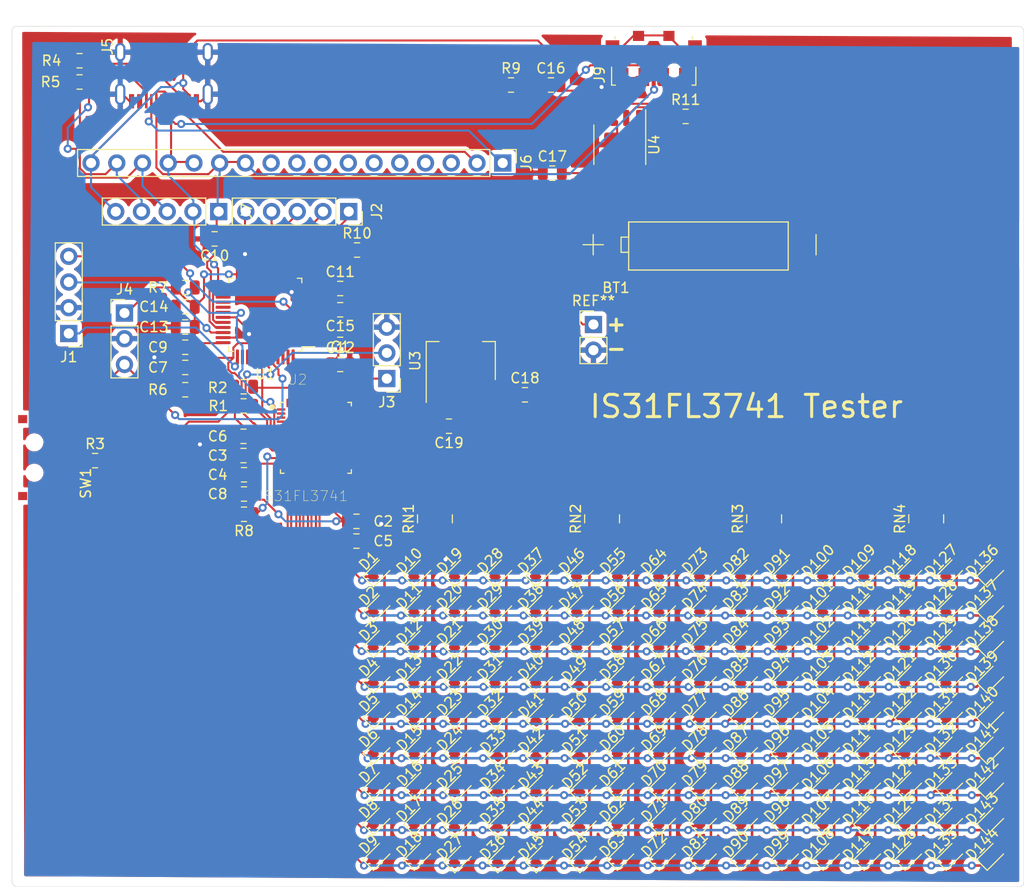
<source format=kicad_pcb>
(kicad_pcb (version 20171130) (host pcbnew 5.1.2)
  (layers (0 F.Cu signal) (31 B.Cu signal) (34 B.Paste user) (35 F.Paste user) (36 B.SilkS user) (37 F.SilkS user) (38 B.Mask user) (39 F.Mask user) (44 Edge.Cuts user))
  (net 0 "")
  (net 1 VCC)
  (net 2 C1)
  (net 3 R1)
  (net 4 R2)
  (net 5 R3)
  (net 6 R4)
  (net 7 R5)
  (net 8 R6)
  (net 9 R7)
  (net 10 R8)
  (net 11 C2)
  (net 12 C3)
  (net 13 C4)
  (net 14 C5)
  (net 15 C6)
  (net 16 C7)
  (net 17 C8)
  (net 18 GND)
  (net 19 Reset)
  (net 20 /SDB)
  (net 21 C9)
  (net 22 C10)
  (net 23 C11)
  (net 24 C12)
  (net 25 C13)
  (net 26 C14)
  (net 27 C15)
  (net 28 C16)
  (net 29 R9)
  (net 30 SWCLK)
  (net 31 SWDIO)
  (net 32 D+)
  (net 33 D-)
  (net 34 PA3)
  (net 35 PA4)
  (net 36 PA5)
  (net 37 PA6)
  (net 38 PA7)
  (net 39 /SCL)
  (net 40 /SDA)
  (net 41 Boot0)
  (net 42 /INTB)
  (net 43 "Net-(R8-Pad1)")
  (net 44 "Net-(RN1-Pad8)")
  (net 45 "Net-(RN1-Pad7)")
  (net 46 "Net-(RN1-Pad6)")
  (net 47 "Net-(RN1-Pad5)")
  (net 48 "Net-(RN2-Pad5)")
  (net 49 "Net-(RN2-Pad6)")
  (net 50 "Net-(RN2-Pad7)")
  (net 51 "Net-(RN2-Pad8)")
  (net 52 "Net-(RN3-Pad5)")
  (net 53 "Net-(RN3-Pad6)")
  (net 54 "Net-(RN3-Pad7)")
  (net 55 "Net-(RN3-Pad8)")
  (net 56 "Net-(RN4-Pad8)")
  (net 57 "Net-(RN4-Pad7)")
  (net 58 "Net-(RN4-Pad6)")
  (net 59 "Net-(RN4-Pad5)")
  (net 60 "Net-(U1-Pad1)")
  (net 61 "Net-(U1-Pad2)")
  (net 62 "Net-(U1-Pad3)")
  (net 63 "Net-(U1-Pad4)")
  (net 64 "Net-(U1-Pad5)")
  (net 65 "Net-(U1-Pad6)")
  (net 66 "Net-(U1-Pad10)")
  (net 67 "Net-(U1-Pad11)")
  (net 68 "Net-(U1-Pad12)")
  (net 69 "Net-(U1-Pad18)")
  (net 70 "Net-(U1-Pad19)")
  (net 71 "Net-(U1-Pad20)")
  (net 72 "Net-(U1-Pad21)")
  (net 73 "Net-(U1-Pad22)")
  (net 74 /INTB2)
  (net 75 /SDB2)
  (net 76 /INTB1)
  (net 77 /SDB1)
  (net 78 "Net-(U1-Pad29)")
  (net 79 "Net-(U1-Pad38)")
  (net 80 "Net-(U1-Pad39)")
  (net 81 "Net-(U1-Pad40)")
  (net 82 "Net-(U1-Pad41)")
  (net 83 "Net-(U1-Pad45)")
  (net 84 "Net-(U1-Pad46)")
  (net 85 "Net-(J5-PadB8)")
  (net 86 "Net-(J5-PadA8)")
  (net 87 "Net-(J5-PadB2)")
  (net 88 "Net-(J5-PadB5)")
  (net 89 "Net-(R3-Pad1)")
  (net 90 "Net-(J5-PadA5)")
  (net 91 "Net-(U2-Pad46)")
  (net 92 "Net-(U2-Pad47)")
  (net 93 "Net-(U2-Pad48)")
  (net 94 "Net-(U2-Pad49)")
  (net 95 "Net-(U2-Pad50)")
  (net 96 "Net-(U2-Pad51)")
  (net 97 "Net-(U2-Pad52)")
  (net 98 "Net-(U2-Pad53)")
  (net 99 "Net-(U2-Pad54)")
  (net 100 "Net-(U2-Pad56)")
  (net 101 "Net-(U2-Pad57)")
  (net 102 "Net-(U2-Pad58)")
  (net 103 "Net-(U2-Pad59)")
  (net 104 "Net-(U2-Pad60)")
  (net 105 "Net-(U2-Pad1)")
  (net 106 "Net-(U2-Pad2)")
  (net 107 "Net-(U2-Pad3)")
  (net 108 "Net-(U2-Pad4)")
  (net 109 "Net-(U2-Pad5)")
  (net 110 "Net-(U2-Pad6)")
  (net 111 "Net-(U2-Pad43)")
  (net 112 "Net-(U2-Pad44)")
  (net 113 "Net-(U2-Pad45)")
  (net 114 +5V)
  (net 115 "Net-(J5-PadB3)")
  (net 116 "Net-(J5-PadA11)")
  (net 117 "Net-(J5-PadA10)")
  (net 118 "Net-(J5-PadA2)")
  (net 119 "Net-(J5-PadA3)")
  (net 120 "Net-(J5-PadB11)")
  (net 121 "Net-(J5-PadB10)")
  (net 122 VDDA)
  (net 123 VSS)
  (net 124 "Net-(C16-Pad1)")
  (net 125 "Net-(J9-Pad4)")
  (net 126 "Net-(R11-Pad1)")
  (net 127 Stat2)
  (net 128 Stat1)
  (net 129 VDD)
  (module Connector_PinHeader_2.54mm:PinHeader_1x02_P2.54mm_Vertical (layer F.Cu) (at 187.9 58.05)
    (fp_text reference REF** (at 0 -2.33) (layer F.SilkS))
    (fp_text value PinHeader_1x02_P2.54mm_Vertical)
    (pad 2 thru_hole oval (at 0 2.54) (size 1.7 1.7) (drill 1) (layers *.Cu *.Mask) (net 18 GND))
    (pad 1 thru_hole rect (at 0 0) (size 1.7 1.7) (drill 1) (layers *.Cu *.Mask) (net 122 VDDA))
  )
  (module Tests:USB_C_Receptical-Jing (layer F.Cu) (at 145.5 35.3 180)
    (fp_text reference J5 (at 5.575 4.7 90) (layer F.SilkS))
    (fp_text value USB_C_Receptacle)
    (pad S1 thru_hole oval (at -4.32 0 180) (size 1 2.1) (drill oval 0.6 1.7) (layers *.Cu *.Mask) (net 18 GND))
    (pad S1 thru_hole oval (at 4.32 0 180) (size 1 2.1) (drill oval 0.6 1.7) (layers *.Cu *.Mask) (net 18 GND))
    (pad S1 thru_hole oval (at -4.32 4.15 180) (size 1 1.8) (drill oval 0.6 1.4) (layers *.Cu *.Mask) (net 18 GND))
    (pad S1 thru_hole oval (at 4.32 4.15 180) (size 1 1.8) (drill oval 0.6 1.4) (layers *.Cu *.Mask) (net 18 GND))
    (pad A7 smd rect (at 0.25 -0.7 180) (size 0.25 1.4) (layers F.Cu F.Paste F.Mask) (net 33 D-))
    (pad A6 smd rect (at -0.25 -0.7 180) (size 0.25 1.4) (layers F.Cu F.Paste F.Mask) (net 32 D+))
    (pad B7 smd rect (at -0.75 -0.7 180) (size 0.25 1.4) (layers F.Cu F.Paste F.Mask) (net 33 D-))
    (pad B6 smd rect (at 0.75 -0.7 180) (size 0.25 1.4) (layers F.Cu F.Paste F.Mask) (net 32 D+))
    (pad B8 smd rect (at 1.25 -0.7 180) (size 0.25 1.4) (layers F.Cu F.Paste F.Mask) (net 85 "Net-(J5-PadB8)"))
    (pad A5 smd rect (at -1.25 -0.7 180) (size 0.25 1.4) (layers F.Cu F.Paste F.Mask) (net 90 "Net-(J5-PadA5)"))
    (pad B5 smd rect (at 1.75 -0.7 180) (size 0.25 1.4) (layers F.Cu F.Paste F.Mask) (net 88 "Net-(J5-PadB5)"))
    (pad A8 smd rect (at -1.75 -0.7 180) (size 0.25 1.4) (layers F.Cu F.Paste F.Mask) (net 86 "Net-(J5-PadA8)"))
    (pad A1 smd rect (at -3.325 -0.7 180) (size 0.25 1.4) (layers F.Cu F.Paste F.Mask) (net 18 GND))
    (pad B12 smd rect (at -3.075 -0.7 180) (size 0.25 1.4) (layers F.Cu F.Paste F.Mask) (net 18 GND))
    (pad A4 smd rect (at -2.525 -0.7 180) (size 0.25 1.4) (layers F.Cu F.Paste F.Mask) (net 114 +5V))
    (pad B9 smd rect (at -2.275 -0.7 180) (size 0.25 1.4) (layers F.Cu F.Paste F.Mask) (net 114 +5V))
    (pad B4 smd rect (at 2.275 -0.7 180) (size 0.25 1.4) (layers F.Cu F.Paste F.Mask) (net 114 +5V))
    (pad A9 smd rect (at 2.525 -0.7 180) (size 0.25 1.4) (layers F.Cu F.Paste F.Mask) (net 114 +5V))
    (pad B1 smd rect (at 3.075 -0.7 180) (size 0.25 1.4) (layers F.Cu F.Paste F.Mask) (net 18 GND))
    (pad A12 smd rect (at 3.325 -0.7 180) (size 0.25 1.4) (layers F.Cu F.Paste F.Mask) (net 18 GND))
    (pad "" np_thru_hole circle (at 2.89 0.5 180) (size 0.65 0.65) (drill 0.65) (layers *.Cu *.Mask))
    (pad "" np_thru_hole circle (at -2.89 0.5 180) (size 0.65 0.65) (drill 0.65) (layers *.Cu *.Mask))
  )
  (module NFCBuisness:W (layer F.Cu) (at 180.2 78.7)
    (fp_text reference Ref** hide)
    (fp_text value Val** hide)
    (fp_poly (pts (xy -1.630587 -2.420899) (xy -1.447524 -2.328559) (xy -1.311592 -2.194757) (xy -1.304211 -2.183555) (xy -1.265704 -2.11344) (xy -1.244213 -2.038839) (xy -1.23774 -1.938094) (xy -1.244287 -1.789546) (xy -1.255088 -1.651) (xy -1.268682 -1.442824) (xy -1.279873 -1.184894) (xy -1.287394 -0.912114) (xy -1.289962 -0.690936) (xy -1.289221 -0.458958) (xy -1.284387 -0.294975) (xy -1.273305 -0.182336) (xy -1.25382 -0.10439) (xy -1.223775 -0.044488) (xy -1.202268 -0.013603) (xy -1.116398 0.071274) (xy -1.002822 0.111004) (xy -0.929984 0.119227) (xy -0.68211 0.100096) (xy -0.454281 0.00289) (xy -0.240656 -0.175182) (xy -0.185776 -0.236175) (xy -0.081108 -0.349759) (xy 0.009066 -0.431822) (xy 0.066141 -0.465547) (xy 0.068112 -0.465666) (xy 0.123755 -0.432548) (xy 0.197182 -0.348904) (xy 0.229505 -0.301607) (xy 0.376869 -0.110873) (xy 0.526913 0.003226) (xy 0.674284 0.03902) (xy 0.813631 -0.005163) (xy 0.907971 -0.089777) (xy 0.988653 -0.198585) (xy 1.058934 -0.326542) (xy 1.126082 -0.490779) (xy 1.197364 -0.708426) (xy 1.255985 -0.910166) (xy 1.31545 -1.12099) (xy 1.377683 -1.340443) (xy 1.431333 -1.528529) (xy 1.442246 -1.566558) (xy 1.521416 -1.84195) (xy 1.949565 -2.005418) (xy 2.167567 -2.084028) (xy 2.315998 -2.126297) (xy 2.401001 -2.133773) (xy 2.422145 -2.124455) (xy 2.452677 -2.065526) (xy 2.41974 -2.005855) (xy 2.317286 -1.940366) (xy 2.13927 -1.863979) (xy 2.089887 -1.8454) (xy 1.930263 -1.78316) (xy 1.799296 -1.726134) (xy 1.71927 -1.684217) (xy 1.708527 -1.676067) (xy 1.680315 -1.619963) (xy 1.636526 -1.498254) (xy 1.582553 -1.327363) (xy 1.52379 -1.123712) (xy 1.507251 -1.063196) (xy 1.396737 -0.68139) (xy 1.290651 -0.376432) (xy 1.184846 -0.140938) (xy 1.075173 0.032475) (xy 0.957485 0.15119) (xy 0.827635 0.222591) (xy 0.776069 0.238398) (xy 0.602379 0.241191) (xy 0.418574 0.174646) (xy 0.246259 0.047924) (xy 0.192569 -0.009056) (xy 0.041511 -0.185533) (xy -0.128458 -0.008645) (xy -0.312966 0.157866) (xy -0.496288 0.260737) (xy -0.709082 0.314778) (xy -0.823587 0.327186) (xy -0.981029 0.333485) (xy -1.090094 0.317957) (xy -1.185756 0.27362) (xy -1.227666 0.246552) (xy -1.355913 0.118677) (xy -1.447302 -0.068507) (xy -1.502345 -0.318683) (xy -1.521551 -0.635539) (xy -1.505431 -1.022758) (xy -1.460818 -1.436924) (xy -1.432055 -1.688127) (xy -1.424811 -1.871541) (xy -1.442863 -2.002167) (xy -1.489991 -2.095003) (xy -1.569973 -2.165049) (xy -1.656298 -2.212878) (xy -1.801342 -2.257899) (xy -1.939703 -2.239415) (xy -2.087459 -2.15265) (xy -2.203421 -2.05035) (xy -2.298884 -1.96489) (xy -2.361491 -1.934189) (xy -2.413708 -1.94891) (xy -2.426473 -1.957639) (xy -2.473927 -2.002339) (xy -2.467648 -2.051331) (xy -2.429475 -2.110518) (xy -2.32004 -2.223928) (xy -2.167499 -2.330713) (xy -2.002595 -2.413218) (xy -1.856072 -2.453788) (xy -1.829026 -2.455333) (xy -1.630587 -2.420899)) (layer F.Cu) (width 0.01))
  )
  (module LED_SMD:LED_0603_1608Metric (layer F.Cu) (at 166.7125 82.4 45)
    (fp_text reference D1 (at 0 -1.43 45) (layer F.SilkS))
    (fp_text value LED)
    (pad 1 smd roundrect (at -0.7875 0 45) (size 0.875 0.95) (layers F.Cu F.Paste F.Mask) (net 3 R1))
    (pad 2 smd roundrect (at 0.7875 0 45) (size 0.875 0.95) (layers F.Cu F.Paste F.Mask) (net 2 C1))
  )
  (module LED_SMD:LED_0603_1608Metric (layer F.Cu) (at 166.7125 85.885001 45)
    (fp_text reference D2 (at 0 -1.43 45) (layer F.SilkS))
    (fp_text value LED)
    (pad 2 smd roundrect (at 0.7875 0 45) (size 0.875 0.95) (layers F.Cu F.Paste F.Mask) (net 2 C1))
    (pad 1 smd roundrect (at -0.7875 0 45) (size 0.875 0.95) (layers F.Cu F.Paste F.Mask) (net 4 R2))
  )
  (module LED_SMD:LED_0603_1608Metric (layer F.Cu) (at 166.7125 89.385001 45)
    (fp_text reference D3 (at 0 -1.43 45) (layer F.SilkS))
    (fp_text value LED)
    (pad 1 smd roundrect (at -0.7875 0 45) (size 0.875 0.95) (layers F.Cu F.Paste F.Mask) (net 5 R3))
    (pad 2 smd roundrect (at 0.7875 0 45) (size 0.875 0.95) (layers F.Cu F.Paste F.Mask) (net 2 C1))
  )
  (module LED_SMD:LED_0603_1608Metric (layer F.Cu) (at 166.7125 92.9 45)
    (fp_text reference D4 (at 0 -1.43 45) (layer F.SilkS))
    (fp_text value LED)
    (pad 2 smd roundrect (at 0.7875 0 45) (size 0.875 0.95) (layers F.Cu F.Paste F.Mask) (net 2 C1))
    (pad 1 smd roundrect (at -0.7875 0 45) (size 0.875 0.95) (layers F.Cu F.Paste F.Mask) (net 6 R4))
  )
  (module LED_SMD:LED_0603_1608Metric (layer F.Cu) (at 166.7125 96.4 45)
    (fp_text reference D5 (at 0 -1.43 45) (layer F.SilkS))
    (fp_text value LED)
    (pad 1 smd roundrect (at -0.7875 0 45) (size 0.875 0.95) (layers F.Cu F.Paste F.Mask) (net 7 R5))
    (pad 2 smd roundrect (at 0.7875 0 45) (size 0.875 0.95) (layers F.Cu F.Paste F.Mask) (net 2 C1))
  )
  (module LED_SMD:LED_0603_1608Metric (layer F.Cu) (at 166.7125 99.9 45)
    (fp_text reference D6 (at 0 -1.43 45) (layer F.SilkS))
    (fp_text value LED)
    (pad 2 smd roundrect (at 0.7875 0 45) (size 0.875 0.95) (layers F.Cu F.Paste F.Mask) (net 2 C1))
    (pad 1 smd roundrect (at -0.7875 0 45) (size 0.875 0.95) (layers F.Cu F.Paste F.Mask) (net 8 R6))
  )
  (module LED_SMD:LED_0603_1608Metric (layer F.Cu) (at 166.7125 103.4 45)
    (fp_text reference D7 (at 0 -1.43 45) (layer F.SilkS))
    (fp_text value LED)
    (pad 1 smd roundrect (at -0.7875 0 45) (size 0.875 0.95) (layers F.Cu F.Paste F.Mask) (net 9 R7))
    (pad 2 smd roundrect (at 0.7875 0 45) (size 0.875 0.95) (layers F.Cu F.Paste F.Mask) (net 2 C1))
  )
  (module LED_SMD:LED_0603_1608Metric (layer F.Cu) (at 166.7125 106.9 45)
    (fp_text reference D8 (at 0 -1.43 45) (layer F.SilkS))
    (fp_text value LED)
    (pad 2 smd roundrect (at 0.7875 0 45) (size 0.875 0.95) (layers F.Cu F.Paste F.Mask) (net 2 C1))
    (pad 1 smd roundrect (at -0.7875 0 45) (size 0.875 0.95) (layers F.Cu F.Paste F.Mask) (net 10 R8))
  )
  (module LED_SMD:LED_0603_1608Metric (layer F.Cu) (at 166.7125 110.4 45)
    (fp_text reference D9 (at 0 -1.43 45) (layer F.SilkS))
    (fp_text value LED)
    (pad 1 smd roundrect (at -0.7875 0 45) (size 0.875 0.95) (layers F.Cu F.Paste F.Mask) (net 29 R9))
    (pad 2 smd roundrect (at 0.787501 0 45) (size 0.875 0.95) (layers F.Cu F.Paste F.Mask) (net 2 C1))
  )
  (module LED_SMD:LED_0603_1608Metric (layer F.Cu) (at 170.7375 82.4 45)
    (fp_text reference D10 (at 0 -1.43 45) (layer F.SilkS))
    (fp_text value LED)
    (pad 2 smd roundrect (at 0.7875 0 45) (size 0.875 0.95) (layers F.Cu F.Paste F.Mask) (net 11 C2))
    (pad 1 smd roundrect (at -0.7875 0 45) (size 0.875 0.95) (layers F.Cu F.Paste F.Mask) (net 3 R1))
  )
  (module LED_SMD:LED_0603_1608Metric (layer F.Cu) (at 170.7375 85.9 45)
    (fp_text reference D11 (at 0 -1.43 45) (layer F.SilkS))
    (fp_text value LED)
    (pad 1 smd roundrect (at -0.7875 0 45) (size 0.875 0.95) (layers F.Cu F.Paste F.Mask) (net 4 R2))
    (pad 2 smd roundrect (at 0.7875 0 45) (size 0.875 0.95) (layers F.Cu F.Paste F.Mask) (net 11 C2))
  )
  (module LED_SMD:LED_0603_1608Metric (layer F.Cu) (at 170.7375 89.4 45)
    (fp_text reference D12 (at 0 -1.43 45) (layer F.SilkS))
    (fp_text value LED)
    (pad 2 smd roundrect (at 0.7875 0 45) (size 0.875 0.95) (layers F.Cu F.Paste F.Mask) (net 11 C2))
    (pad 1 smd roundrect (at -0.7875 0 45) (size 0.875 0.95) (layers F.Cu F.Paste F.Mask) (net 5 R3))
  )
  (module LED_SMD:LED_0603_1608Metric (layer F.Cu) (at 170.7375 92.9 45)
    (fp_text reference D13 (at 0 -1.43 45) (layer F.SilkS))
    (fp_text value LED)
    (pad 2 smd roundrect (at 0.7875 0 45) (size 0.875 0.95) (layers F.Cu F.Paste F.Mask) (net 11 C2))
    (pad 1 smd roundrect (at -0.7875 0 45) (size 0.875 0.95) (layers F.Cu F.Paste F.Mask) (net 6 R4))
  )
  (module LED_SMD:LED_0603_1608Metric (layer F.Cu) (at 170.7375 96.4 45)
    (fp_text reference D14 (at 0 -1.43 45) (layer F.SilkS))
    (fp_text value LED)
    (pad 1 smd roundrect (at -0.7875 0 45) (size 0.875 0.95) (layers F.Cu F.Paste F.Mask) (net 7 R5))
    (pad 2 smd roundrect (at 0.7875 0 45) (size 0.875 0.95) (layers F.Cu F.Paste F.Mask) (net 11 C2))
  )
  (module LED_SMD:LED_0603_1608Metric (layer F.Cu) (at 170.7625 99.9 45)
    (fp_text reference D15 (at 0 -1.43 45) (layer F.SilkS))
    (fp_text value LED)
    (pad 1 smd roundrect (at -0.7875 0 45) (size 0.875 0.95) (layers F.Cu F.Paste F.Mask) (net 8 R6))
    (pad 2 smd roundrect (at 0.7875 0 45) (size 0.875 0.95) (layers F.Cu F.Paste F.Mask) (net 11 C2))
  )
  (module LED_SMD:LED_0603_1608Metric (layer F.Cu) (at 170.7875 103.4 45)
    (fp_text reference D16 (at 0 -1.43 45) (layer F.SilkS))
    (fp_text value LED)
    (pad 2 smd roundrect (at 0.7875 0 45) (size 0.875 0.95) (layers F.Cu F.Paste F.Mask) (net 11 C2))
    (pad 1 smd roundrect (at -0.7875 0 45) (size 0.875 0.95) (layers F.Cu F.Paste F.Mask) (net 9 R7))
  )
  (module LED_SMD:LED_0603_1608Metric (layer F.Cu) (at 170.7375 106.9 45)
    (fp_text reference D17 (at 0 -1.43 45) (layer F.SilkS))
    (fp_text value LED)
    (pad 2 smd roundrect (at 0.7875 0 45) (size 0.875 0.95) (layers F.Cu F.Paste F.Mask) (net 11 C2))
    (pad 1 smd roundrect (at -0.7875 0 45) (size 0.875 0.95) (layers F.Cu F.Paste F.Mask) (net 10 R8))
  )
  (module LED_SMD:LED_0603_1608Metric (layer F.Cu) (at 170.7375 110.4 45)
    (fp_text reference D18 (at 0 -1.43 45) (layer F.SilkS))
    (fp_text value LED)
    (pad 2 smd roundrect (at 0.7875 0 45) (size 0.875 0.95) (layers F.Cu F.Paste F.Mask) (net 11 C2))
    (pad 1 smd roundrect (at -0.7875 0 45) (size 0.875 0.95) (layers F.Cu F.Paste F.Mask) (net 29 R9))
  )
  (module LED_SMD:LED_0603_1608Metric (layer F.Cu) (at 174.7375 82.4 45)
    (fp_text reference D19 (at 0 -1.43 45) (layer F.SilkS))
    (fp_text value LED)
    (pad 1 smd roundrect (at -0.7875 0 45) (size 0.875 0.95) (layers F.Cu F.Paste F.Mask) (net 3 R1))
    (pad 2 smd roundrect (at 0.7875 0 45) (size 0.875 0.95) (layers F.Cu F.Paste F.Mask) (net 12 C3))
  )
  (module LED_SMD:LED_0603_1608Metric (layer F.Cu) (at 174.7375 85.9 45)
    (fp_text reference D20 (at 0 -1.43 45) (layer F.SilkS))
    (fp_text value LED)
    (pad 2 smd roundrect (at 0.7875 0 45) (size 0.875 0.95) (layers F.Cu F.Paste F.Mask) (net 12 C3))
    (pad 1 smd roundrect (at -0.7875 0 45) (size 0.875 0.95) (layers F.Cu F.Paste F.Mask) (net 4 R2))
  )
  (module LED_SMD:LED_0603_1608Metric (layer F.Cu) (at 174.7375 89.4 45)
    (fp_text reference D21 (at 0 -1.43 45) (layer F.SilkS))
    (fp_text value LED)
    (pad 1 smd roundrect (at -0.7875 0 45) (size 0.875 0.95) (layers F.Cu F.Paste F.Mask) (net 5 R3))
    (pad 2 smd roundrect (at 0.7875 0 45) (size 0.875 0.95) (layers F.Cu F.Paste F.Mask) (net 12 C3))
  )
  (module LED_SMD:LED_0603_1608Metric (layer F.Cu) (at 174.7375 92.9 45)
    (fp_text reference D22 (at 0 -1.43 45) (layer F.SilkS))
    (fp_text value LED)
    (pad 2 smd roundrect (at 0.7875 0 45) (size 0.875 0.95) (layers F.Cu F.Paste F.Mask) (net 12 C3))
    (pad 1 smd roundrect (at -0.7875 0 45) (size 0.875 0.95) (layers F.Cu F.Paste F.Mask) (net 6 R4))
  )
  (module LED_SMD:LED_0603_1608Metric (layer F.Cu) (at 174.7375 96.4 45)
    (fp_text reference D23 (at 0 -1.43 45) (layer F.SilkS))
    (fp_text value LED)
    (pad 1 smd roundrect (at -0.7875 0 45) (size 0.875 0.95) (layers F.Cu F.Paste F.Mask) (net 7 R5))
    (pad 2 smd roundrect (at 0.7875 0 45) (size 0.875 0.95) (layers F.Cu F.Paste F.Mask) (net 12 C3))
  )
  (module LED_SMD:LED_0603_1608Metric (layer F.Cu) (at 174.7375 99.9 45)
    (fp_text reference D24 (at 0 -1.43 45) (layer F.SilkS))
    (fp_text value LED)
    (pad 2 smd roundrect (at 0.7875 0 45) (size 0.875 0.95) (layers F.Cu F.Paste F.Mask) (net 12 C3))
    (pad 1 smd roundrect (at -0.7875 0 45) (size 0.875 0.95) (layers F.Cu F.Paste F.Mask) (net 8 R6))
  )
  (module LED_SMD:LED_0603_1608Metric (layer F.Cu) (at 174.7375 103.65 45)
    (fp_text reference D25 (at 0 -1.43 45) (layer F.SilkS))
    (fp_text value LED)
    (pad 1 smd roundrect (at -0.7875 0 45) (size 0.875 0.95) (layers F.Cu F.Paste F.Mask) (net 9 R7))
    (pad 2 smd roundrect (at 0.7875 0 45) (size 0.875 0.95) (layers F.Cu F.Paste F.Mask) (net 12 C3))
  )
  (module LED_SMD:LED_0603_1608Metric (layer F.Cu) (at 174.7375 107.15 45)
    (fp_text reference D26 (at 0 -1.43 45) (layer F.SilkS))
    (fp_text value LED)
    (pad 2 smd roundrect (at 0.7875 0 45) (size 0.875 0.95) (layers F.Cu F.Paste F.Mask) (net 12 C3))
    (pad 1 smd roundrect (at -0.7875 0 45) (size 0.875 0.95) (layers F.Cu F.Paste F.Mask) (net 10 R8))
  )
  (module LED_SMD:LED_0603_1608Metric (layer F.Cu) (at 174.7375 110.65 45)
    (fp_text reference D27 (at 0 -1.43 45) (layer F.SilkS))
    (fp_text value LED)
    (pad 1 smd roundrect (at -0.7875 0 45) (size 0.875 0.95) (layers F.Cu F.Paste F.Mask) (net 29 R9))
    (pad 2 smd roundrect (at 0.7875 0 45) (size 0.875 0.95) (layers F.Cu F.Paste F.Mask) (net 12 C3))
  )
  (module LED_SMD:LED_0603_1608Metric (layer F.Cu) (at 178.7375 82.4 45)
    (fp_text reference D28 (at 0 -1.43 45) (layer F.SilkS))
    (fp_text value LED)
    (pad 2 smd roundrect (at 0.7875 0 45) (size 0.875 0.95) (layers F.Cu F.Paste F.Mask) (net 13 C4))
    (pad 1 smd roundrect (at -0.7875 0 45) (size 0.875 0.95) (layers F.Cu F.Paste F.Mask) (net 3 R1))
  )
  (module LED_SMD:LED_0603_1608Metric (layer F.Cu) (at 178.7375 85.9 45)
    (fp_text reference D29 (at 0 -1.43 45) (layer F.SilkS))
    (fp_text value LED)
    (pad 1 smd roundrect (at -0.7875 0 45) (size 0.875 0.95) (layers F.Cu F.Paste F.Mask) (net 4 R2))
    (pad 2 smd roundrect (at 0.7875 0 45) (size 0.875 0.95) (layers F.Cu F.Paste F.Mask) (net 13 C4))
  )
  (module LED_SMD:LED_0603_1608Metric (layer F.Cu) (at 178.7375 89.4 45)
    (fp_text reference D30 (at 0 -1.43 45) (layer F.SilkS))
    (fp_text value LED)
    (pad 2 smd roundrect (at 0.7875 0 45) (size 0.875 0.95) (layers F.Cu F.Paste F.Mask) (net 13 C4))
    (pad 1 smd roundrect (at -0.7875 0 45) (size 0.875 0.95) (layers F.Cu F.Paste F.Mask) (net 5 R3))
  )
  (module LED_SMD:LED_0603_1608Metric (layer F.Cu) (at 178.7375 92.9 45)
    (fp_text reference D31 (at 0 -1.43 45) (layer F.SilkS))
    (fp_text value LED)
    (pad 1 smd roundrect (at -0.7875 0 45) (size 0.875 0.95) (layers F.Cu F.Paste F.Mask) (net 6 R4))
    (pad 2 smd roundrect (at 0.7875 0 45) (size 0.875 0.95) (layers F.Cu F.Paste F.Mask) (net 13 C4))
  )
  (module LED_SMD:LED_0603_1608Metric (layer F.Cu) (at 178.7625 96.4 45)
    (fp_text reference D32 (at 0 -1.43 45) (layer F.SilkS))
    (fp_text value LED)
    (pad 2 smd roundrect (at 0.7875 0 45) (size 0.875 0.95) (layers F.Cu F.Paste F.Mask) (net 13 C4))
    (pad 1 smd roundrect (at -0.7875 0 45) (size 0.875 0.95) (layers F.Cu F.Paste F.Mask) (net 7 R5))
  )
  (module LED_SMD:LED_0603_1608Metric (layer F.Cu) (at 179.0125 100.15 45)
    (fp_text reference D33 (at 0 -1.43 45) (layer F.SilkS))
    (fp_text value LED)
    (pad 1 smd roundrect (at -0.7875 0 45) (size 0.875 0.95) (layers F.Cu F.Paste F.Mask) (net 8 R6))
    (pad 2 smd roundrect (at 0.7875 0 45) (size 0.875 0.95) (layers F.Cu F.Paste F.Mask) (net 13 C4))
  )
  (module LED_SMD:LED_0603_1608Metric (layer F.Cu) (at 178.9875 103.65 45)
    (fp_text reference D34 (at 0 -1.43 45) (layer F.SilkS))
    (fp_text value LED)
    (pad 2 smd roundrect (at 0.7875 0 45) (size 0.875 0.95) (layers F.Cu F.Paste F.Mask) (net 13 C4))
    (pad 1 smd roundrect (at -0.7875 0 45) (size 0.875 0.95) (layers F.Cu F.Paste F.Mask) (net 9 R7))
  )
  (module LED_SMD:LED_0603_1608Metric (layer F.Cu) (at 178.9875 107.15 45)
    (fp_text reference D35 (at 0 -1.43 45) (layer F.SilkS))
    (fp_text value LED)
    (pad 1 smd roundrect (at -0.7875 0 45) (size 0.875 0.95) (layers F.Cu F.Paste F.Mask) (net 10 R8))
    (pad 2 smd roundrect (at 0.7875 0 45) (size 0.875 0.95) (layers F.Cu F.Paste F.Mask) (net 13 C4))
  )
  (module LED_SMD:LED_0603_1608Metric (layer F.Cu) (at 178.9875 110.65 45)
    (fp_text reference D36 (at 0 -1.43 45) (layer F.SilkS))
    (fp_text value LED)
    (pad 1 smd roundrect (at -0.7875 0 45) (size 0.875 0.95) (layers F.Cu F.Paste F.Mask) (net 29 R9))
    (pad 2 smd roundrect (at 0.7875 0 45) (size 0.875 0.95) (layers F.Cu F.Paste F.Mask) (net 13 C4))
  )
  (module LED_SMD:LED_0603_1608Metric (layer F.Cu) (at 182.7375 82.4 45)
    (fp_text reference D37 (at 0 -1.43 45) (layer F.SilkS))
    (fp_text value LED)
    (pad 2 smd roundrect (at 0.7875 0 45) (size 0.875 0.95) (layers F.Cu F.Paste F.Mask) (net 14 C5))
    (pad 1 smd roundrect (at -0.7875 0 45) (size 0.875 0.95) (layers F.Cu F.Paste F.Mask) (net 3 R1))
  )
  (module LED_SMD:LED_0603_1608Metric (layer F.Cu) (at 182.7375 85.9 45)
    (fp_text reference D38 (at 0 -1.43 45) (layer F.SilkS))
    (fp_text value LED)
    (pad 1 smd roundrect (at -0.7875 0 45) (size 0.875 0.95) (layers F.Cu F.Paste F.Mask) (net 4 R2))
    (pad 2 smd roundrect (at 0.7875 0 45) (size 0.875 0.95) (layers F.Cu F.Paste F.Mask) (net 14 C5))
  )
  (module LED_SMD:LED_0603_1608Metric (layer F.Cu) (at 182.7625 89.4 45)
    (fp_text reference D39 (at 0 -1.43 45) (layer F.SilkS))
    (fp_text value LED)
    (pad 2 smd roundrect (at 0.7875 0 45) (size 0.875 0.95) (layers F.Cu F.Paste F.Mask) (net 14 C5))
    (pad 1 smd roundrect (at -0.7875 0 45) (size 0.875 0.95) (layers F.Cu F.Paste F.Mask) (net 5 R3))
  )
  (module LED_SMD:LED_0603_1608Metric (layer F.Cu) (at 182.7625 92.9 45)
    (fp_text reference D40 (at 0 -1.43 45) (layer F.SilkS))
    (fp_text value LED)
    (pad 1 smd roundrect (at -0.7875 0 45) (size 0.875 0.95) (layers F.Cu F.Paste F.Mask) (net 6 R4))
    (pad 2 smd roundrect (at 0.7875 0 45) (size 0.875 0.95) (layers F.Cu F.Paste F.Mask) (net 14 C5))
  )
  (module LED_SMD:LED_0603_1608Metric (layer F.Cu) (at 182.7875 96.65 45)
    (fp_text reference D41 (at 0 -1.43 45) (layer F.SilkS))
    (fp_text value LED)
    (pad 1 smd roundrect (at -0.7875 0 45) (size 0.875 0.95) (layers F.Cu F.Paste F.Mask) (net 7 R5))
    (pad 2 smd roundrect (at 0.7875 0 45) (size 0.875 0.95) (layers F.Cu F.Paste F.Mask) (net 14 C5))
  )
  (module LED_SMD:LED_0603_1608Metric (layer F.Cu) (at 182.7875 100.15 45)
    (fp_text reference D42 (at 0 -1.43 45) (layer F.SilkS))
    (fp_text value LED)
    (pad 2 smd roundrect (at 0.7875 0 45) (size 0.875 0.95) (layers F.Cu F.Paste F.Mask) (net 14 C5))
    (pad 1 smd roundrect (at -0.7875 0 45) (size 0.875 0.95) (layers F.Cu F.Paste F.Mask) (net 8 R6))
  )
  (module LED_SMD:LED_0603_1608Metric (layer F.Cu) (at 182.7875 103.65 45)
    (fp_text reference D43 (at 0 -1.43 45) (layer F.SilkS))
    (fp_text value LED)
    (pad 1 smd roundrect (at -0.7875 0 45) (size 0.875 0.95) (layers F.Cu F.Paste F.Mask) (net 9 R7))
    (pad 2 smd roundrect (at 0.7875 0 45) (size 0.875 0.95) (layers F.Cu F.Paste F.Mask) (net 14 C5))
  )
  (module LED_SMD:LED_0603_1608Metric (layer F.Cu) (at 182.7875 107.15 45)
    (fp_text reference D44 (at 0 -1.43 45) (layer F.SilkS))
    (fp_text value LED)
    (pad 2 smd roundrect (at 0.7875 0 45) (size 0.875 0.95) (layers F.Cu F.Paste F.Mask) (net 14 C5))
    (pad 1 smd roundrect (at -0.7875 0 45) (size 0.875 0.95) (layers F.Cu F.Paste F.Mask) (net 10 R8))
  )
  (module LED_SMD:LED_0603_1608Metric (layer F.Cu) (at 182.7875 110.65 45)
    (fp_text reference D45 (at 0 -1.43 45) (layer F.SilkS))
    (fp_text value LED)
    (pad 1 smd roundrect (at -0.7875 0 45) (size 0.875 0.95) (layers F.Cu F.Paste F.Mask) (net 29 R9))
    (pad 2 smd roundrect (at 0.7875 0 45) (size 0.875 0.95) (layers F.Cu F.Paste F.Mask) (net 14 C5))
  )
  (module LED_SMD:LED_0603_1608Metric (layer F.Cu) (at 186.7875 82.4 45)
    (fp_text reference D46 (at 0 -1.43 45) (layer F.SilkS))
    (fp_text value LED)
    (pad 2 smd roundrect (at 0.7875 0 45) (size 0.875 0.95) (layers F.Cu F.Paste F.Mask) (net 15 C6))
    (pad 1 smd roundrect (at -0.7875 0 45) (size 0.875 0.95) (layers F.Cu F.Paste F.Mask) (net 3 R1))
  )
  (module LED_SMD:LED_0603_1608Metric (layer F.Cu) (at 186.8 85.9 45)
    (fp_text reference D47 (at 0 -1.43 45) (layer F.SilkS))
    (fp_text value LED)
    (pad 1 smd roundrect (at -0.7875 0 45) (size 0.875 0.95) (layers F.Cu F.Paste F.Mask) (net 4 R2))
    (pad 2 smd roundrect (at 0.7875 0 45) (size 0.875 0.95) (layers F.Cu F.Paste F.Mask) (net 15 C6))
  )
  (module LED_SMD:LED_0603_1608Metric (layer F.Cu) (at 186.8125 89.4 45)
    (fp_text reference D48 (at 0 -1.43 45) (layer F.SilkS))
    (fp_text value LED)
    (pad 2 smd roundrect (at 0.7875 0 45) (size 0.875 0.95) (layers F.Cu F.Paste F.Mask) (net 15 C6))
    (pad 1 smd roundrect (at -0.7875 0 45) (size 0.875 0.95) (layers F.Cu F.Paste F.Mask) (net 5 R3))
  )
  (module LED_SMD:LED_0603_1608Metric (layer F.Cu) (at 187.0375 93.15 45)
    (fp_text reference D49 (at 0 -1.43 45) (layer F.SilkS))
    (fp_text value LED)
    (pad 2 smd roundrect (at 0.7875 0 45) (size 0.875 0.95) (layers F.Cu F.Paste F.Mask) (net 15 C6))
    (pad 1 smd roundrect (at -0.7875 0 45) (size 0.875 0.95) (layers F.Cu F.Paste F.Mask) (net 6 R4))
  )
  (module LED_SMD:LED_0603_1608Metric (layer F.Cu) (at 187.05 96.65 45)
    (fp_text reference D50 (at 0 -1.43 45) (layer F.SilkS))
    (fp_text value LED)
    (pad 1 smd roundrect (at -0.7875 0 45) (size 0.875 0.95) (layers F.Cu F.Paste F.Mask) (net 7 R5))
    (pad 2 smd roundrect (at 0.7875 0 45) (size 0.875 0.95) (layers F.Cu F.Paste F.Mask) (net 15 C6))
  )
  (module LED_SMD:LED_0603_1608Metric (layer F.Cu) (at 187.0875 100.15 45)
    (fp_text reference D51 (at 0 -1.43 45) (layer F.SilkS))
    (fp_text value LED)
    (pad 2 smd roundrect (at 0.7875 0 45) (size 0.875 0.95) (layers F.Cu F.Paste F.Mask) (net 15 C6))
    (pad 1 smd roundrect (at -0.7875 0 45) (size 0.875 0.95) (layers F.Cu F.Paste F.Mask) (net 8 R6))
  )
  (module LED_SMD:LED_0603_1608Metric (layer F.Cu) (at 187.0875 103.65 45)
    (fp_text reference D52 (at 0 -1.43 45) (layer F.SilkS))
    (fp_text value LED)
    (pad 1 smd roundrect (at -0.7875 0 45) (size 0.875 0.95) (layers F.Cu F.Paste F.Mask) (net 9 R7))
    (pad 2 smd roundrect (at 0.7875 0 45) (size 0.875 0.95) (layers F.Cu F.Paste F.Mask) (net 15 C6))
  )
  (module LED_SMD:LED_0603_1608Metric (layer F.Cu) (at 187.0875 107.15 45)
    (fp_text reference D53 (at 0 -1.43 45) (layer F.SilkS))
    (fp_text value LED)
    (pad 2 smd roundrect (at 0.7875 0 45) (size 0.875 0.95) (layers F.Cu F.Paste F.Mask) (net 15 C6))
    (pad 1 smd roundrect (at -0.7875 0 45) (size 0.875 0.95) (layers F.Cu F.Paste F.Mask) (net 10 R8))
  )
  (module LED_SMD:LED_0603_1608Metric (layer F.Cu) (at 187.0875 110.65 45)
    (fp_text reference D54 (at 0 -1.43 45) (layer F.SilkS))
    (fp_text value LED)
    (pad 1 smd roundrect (at -0.7875 0 45) (size 0.875 0.95) (layers F.Cu F.Paste F.Mask) (net 29 R9))
    (pad 2 smd roundrect (at 0.7875 0 45) (size 0.875 0.95) (layers F.Cu F.Paste F.Mask) (net 15 C6))
  )
  (module LED_SMD:LED_0603_1608Metric (layer F.Cu) (at 190.8375 82.4 45)
    (fp_text reference D55 (at 0 -1.43 45) (layer F.SilkS))
    (fp_text value LED)
    (pad 2 smd roundrect (at 0.7875 0 45) (size 0.875 0.95) (layers F.Cu F.Paste F.Mask) (net 16 C7))
    (pad 1 smd roundrect (at -0.7875 0 45) (size 0.875 0.95) (layers F.Cu F.Paste F.Mask) (net 3 R1))
  )
  (module LED_SMD:LED_0603_1608Metric (layer F.Cu) (at 190.8625 85.9 45)
    (fp_text reference D56 (at 0 -1.43 45) (layer F.SilkS))
    (fp_text value LED)
    (pad 1 smd roundrect (at -0.7875 0 45) (size 0.875 0.95) (layers F.Cu F.Paste F.Mask) (net 4 R2))
    (pad 2 smd roundrect (at 0.7875 0 45) (size 0.875 0.95) (layers F.Cu F.Paste F.Mask) (net 16 C7))
  )
  (module LED_SMD:LED_0603_1608Metric (layer F.Cu) (at 190.7875 89.4 45)
    (fp_text reference D57 (at 0 -1.43 45) (layer F.SilkS))
    (fp_text value LED)
    (pad 2 smd roundrect (at 0.7875 0 45) (size 0.875 0.95) (layers F.Cu F.Paste F.Mask) (net 16 C7))
    (pad 1 smd roundrect (at -0.7875 0 45) (size 0.875 0.95) (layers F.Cu F.Paste F.Mask) (net 5 R3))
  )
  (module LED_SMD:LED_0603_1608Metric (layer F.Cu) (at 190.8125 92.9 45)
    (fp_text reference D58 (at 0 -1.43 45) (layer F.SilkS))
    (fp_text value LED)
    (pad 1 smd roundrect (at -0.7875 0 45) (size 0.875 0.95) (layers F.Cu F.Paste F.Mask) (net 6 R4))
    (pad 2 smd roundrect (at 0.7875 0 45) (size 0.875 0.95) (layers F.Cu F.Paste F.Mask) (net 16 C7))
  )
  (module LED_SMD:LED_0603_1608Metric (layer F.Cu) (at 190.8125 96.4 45)
    (fp_text reference D59 (at 0 -1.43 45) (layer F.SilkS))
    (fp_text value LED)
    (pad 2 smd roundrect (at 0.7875 0 45) (size 0.875 0.95) (layers F.Cu F.Paste F.Mask) (net 16 C7))
    (pad 1 smd roundrect (at -0.7875 0 45) (size 0.875 0.95) (layers F.Cu F.Paste F.Mask) (net 7 R5))
  )
  (module LED_SMD:LED_0603_1608Metric (layer F.Cu) (at 190.8125 99.9 45)
    (fp_text reference D60 (at 0 -1.43 45) (layer F.SilkS))
    (fp_text value LED)
    (pad 1 smd roundrect (at -0.7875 0 45) (size 0.875 0.95) (layers F.Cu F.Paste F.Mask) (net 8 R6))
    (pad 2 smd roundrect (at 0.7875 0 45) (size 0.875 0.95) (layers F.Cu F.Paste F.Mask) (net 16 C7))
  )
  (module LED_SMD:LED_0603_1608Metric (layer F.Cu) (at 190.7875 103.4 45)
    (fp_text reference D61 (at 0 -1.43 45) (layer F.SilkS))
    (fp_text value LED)
    (pad 2 smd roundrect (at 0.7875 0 45) (size 0.875 0.95) (layers F.Cu F.Paste F.Mask) (net 16 C7))
    (pad 1 smd roundrect (at -0.7875 0 45) (size 0.875 0.95) (layers F.Cu F.Paste F.Mask) (net 9 R7))
  )
  (module LED_SMD:LED_0603_1608Metric (layer F.Cu) (at 190.8 106.9 45)
    (fp_text reference D62 (at 0 -1.43 45) (layer F.SilkS))
    (fp_text value LED)
    (pad 1 smd roundrect (at -0.7875 0 45) (size 0.875 0.95) (layers F.Cu F.Paste F.Mask) (net 10 R8))
    (pad 2 smd roundrect (at 0.7875 0 45) (size 0.875 0.95) (layers F.Cu F.Paste F.Mask) (net 16 C7))
  )
  (module LED_SMD:LED_0603_1608Metric (layer F.Cu) (at 190.7875 110.4 45)
    (fp_text reference D63 (at 0 -1.43 45) (layer F.SilkS))
    (fp_text value LED)
    (pad 2 smd roundrect (at 0.7875 0 45) (size 0.875 0.95) (layers F.Cu F.Paste F.Mask) (net 16 C7))
    (pad 1 smd roundrect (at -0.7875 0 45) (size 0.875 0.95) (layers F.Cu F.Paste F.Mask) (net 29 R9))
  )
  (module LED_SMD:LED_0603_1608Metric (layer F.Cu) (at 194.8875 82.4 45)
    (fp_text reference D64 (at 0 -1.43 45) (layer F.SilkS))
    (fp_text value LED)
    (pad 1 smd roundrect (at -0.7875 0 45) (size 0.875 0.95) (layers F.Cu F.Paste F.Mask) (net 3 R1))
    (pad 2 smd roundrect (at 0.7875 0 45) (size 0.875 0.95) (layers F.Cu F.Paste F.Mask) (net 17 C8))
  )
  (module Capacitor_SMD:C_0805_2012Metric (layer F.Cu) (at 162.9 58.6 180)
    (fp_text reference C1 (at 0 -1.65) (layer F.SilkS))
    (fp_text value 100nF)
    (pad 1 smd roundrect (at -0.9375 0 180) (size 0.975 1.4) (layers F.Cu F.Paste F.Mask) (net 18 GND))
    (pad 2 smd roundrect (at 0.9375 0 180) (size 0.975 1.4) (layers F.Cu F.Paste F.Mask) (net 19 Reset))
  )
  (module Capacitor_SMD:C_0805_2012Metric (layer F.Cu) (at 164.5 77.5)
    (fp_text reference C2 (at 2.65 0) (layer F.SilkS))
    (fp_text value 1uF)
    (pad 1 smd roundrect (at -0.9375 0) (size 0.975 1.4) (layers F.Cu F.Paste F.Mask) (net 1 VCC))
    (pad 2 smd roundrect (at 0.9375 0) (size 0.975 1.4) (layers F.Cu F.Paste F.Mask) (net 18 GND))
  )
  (module Capacitor_SMD:C_0805_2012Metric (layer F.Cu) (at 153.35 71 180)
    (fp_text reference C3 (at 2.55 0) (layer F.SilkS))
    (fp_text value 1uF)
    (pad 1 smd roundrect (at -0.9375 0 180) (size 0.975 1.4) (layers F.Cu F.Paste F.Mask) (net 1 VCC))
    (pad 2 smd roundrect (at 0.9375 0 180) (size 0.975 1.4) (layers F.Cu F.Paste F.Mask) (net 18 GND))
  )
  (module Capacitor_SMD:C_0805_2012Metric (layer F.Cu) (at 153.4 72.9 180)
    (fp_text reference C4 (at 2.6 0) (layer F.SilkS))
    (fp_text value 1uF)
    (pad 2 smd roundrect (at 0.9375 0 180) (size 0.975 1.4) (layers F.Cu F.Paste F.Mask) (net 18 GND))
    (pad 1 smd roundrect (at -0.9375 0 180) (size 0.975 1.4) (layers F.Cu F.Paste F.Mask) (net 1 VCC))
  )
  (module Capacitor_SMD:C_0805_2012Metric (layer F.Cu) (at 164.5 79.45)
    (fp_text reference C5 (at 2.65 0) (layer F.SilkS))
    (fp_text value 100pF)
    (pad 1 smd roundrect (at -0.9375 0) (size 0.975 1.4) (layers F.Cu F.Paste F.Mask) (net 1 VCC))
    (pad 2 smd roundrect (at 0.9375 0) (size 0.975 1.4) (layers F.Cu F.Paste F.Mask) (net 18 GND))
  )
  (module Capacitor_SMD:C_0805_2012Metric (layer F.Cu) (at 153.35 69.1 180)
    (fp_text reference C6 (at 2.55 0) (layer F.SilkS))
    (fp_text value 100pF)
    (pad 2 smd roundrect (at 0.9375 0 180) (size 0.975 1.4) (layers F.Cu F.Paste F.Mask) (net 18 GND))
    (pad 1 smd roundrect (at -0.9375 0 180) (size 0.975 1.4) (layers F.Cu F.Paste F.Mask) (net 1 VCC))
  )
  (module Capacitor_SMD:C_0805_2012Metric (layer F.Cu) (at 147.6 62.3 180)
    (fp_text reference C7 (at 2.7 0) (layer F.SilkS))
    (fp_text value 100pF)
    (pad 1 smd roundrect (at -0.9375 0 180) (size 0.975 1.4) (layers F.Cu F.Paste F.Mask) (net 20 /SDB))
    (pad 2 smd roundrect (at 0.9375 0 180) (size 0.975 1.4) (layers F.Cu F.Paste F.Mask) (net 18 GND))
  )
  (module Capacitor_SMD:C_0805_2012Metric (layer F.Cu) (at 153.4 74.8 180)
    (fp_text reference C8 (at 2.6 0) (layer F.SilkS))
    (fp_text value 100pF)
    (pad 2 smd roundrect (at 0.9375 0 180) (size 0.975 1.4) (layers F.Cu F.Paste F.Mask) (net 18 GND))
    (pad 1 smd roundrect (at -0.9375 0 180) (size 0.975 1.4) (layers F.Cu F.Paste F.Mask) (net 1 VCC))
  )
  (module Capacitor_SMD:C_0805_2012Metric (layer F.Cu) (at 147.6 60.3 180)
    (fp_text reference C9 (at 2.7 0) (layer F.SilkS))
    (fp_text value 100nF)
    (pad 2 smd roundrect (at 0.9375 0 180) (size 0.975 1.4) (layers F.Cu F.Paste F.Mask) (net 18 GND))
    (pad 1 smd roundrect (at -0.9375 0 180) (size 0.975 1.4) (layers F.Cu F.Paste F.Mask) (net 1 VCC))
  )
  (module Capacitor_SMD:C_0805_2012Metric (layer F.Cu) (at 150.5 49.6 180)
    (fp_text reference C10 (at 0 -1.65) (layer F.SilkS))
    (fp_text value 100nF)
    (pad 2 smd roundrect (at 0.9375 0 180) (size 0.975 1.4) (layers F.Cu F.Paste F.Mask) (net 18 GND))
    (pad 1 smd roundrect (at -0.9375 0 180) (size 0.975 1.4) (layers F.Cu F.Paste F.Mask) (net 1 VCC))
  )
  (module Capacitor_SMD:C_0805_2012Metric (layer F.Cu) (at 162.9 54.5)
    (fp_text reference C11 (at 0 -1.65) (layer F.SilkS))
    (fp_text value 100nF)
    (pad 1 smd roundrect (at -0.9375 0) (size 0.975 1.4) (layers F.Cu F.Paste F.Mask) (net 1 VCC))
    (pad 2 smd roundrect (at 0.9375 0) (size 0.975 1.4) (layers F.Cu F.Paste F.Mask) (net 18 GND))
  )
  (module Capacitor_SMD:C_0805_2012Metric (layer F.Cu) (at 162.9 62)
    (fp_text reference C12 (at 0 -1.65) (layer F.SilkS))
    (fp_text value 100nF)
    (pad 2 smd roundrect (at 0.9375 0) (size 0.975 1.4) (layers F.Cu F.Paste F.Mask) (net 18 GND))
    (pad 1 smd roundrect (at -0.9375 0) (size 0.975 1.4) (layers F.Cu F.Paste F.Mask) (net 1 VCC))
  )
  (module Capacitor_SMD:C_0805_2012Metric (layer F.Cu) (at 147.6 58.3 180)
    (fp_text reference C13 (at 3.1 0) (layer F.SilkS))
    (fp_text value 100nF)
    (pad 1 smd roundrect (at -0.9375 0 180) (size 0.975 1.4) (layers F.Cu F.Paste F.Mask) (net 1 VCC))
    (pad 2 smd roundrect (at 0.9375 0 180) (size 0.975 1.4) (layers F.Cu F.Paste F.Mask) (net 18 GND))
  )
  (module Capacitor_SMD:C_0805_2012Metric (layer F.Cu) (at 147.6 56.3 180)
    (fp_text reference C14 (at 3.1 0) (layer F.SilkS))
    (fp_text value 10uF)
    (pad 1 smd roundrect (at -0.9375 0 180) (size 0.975 1.4) (layers F.Cu F.Paste F.Mask) (net 1 VCC))
    (pad 2 smd roundrect (at 0.9375 0 180) (size 0.975 1.4) (layers F.Cu F.Paste F.Mask) (net 18 GND))
  )
  (module Capacitor_SMD:C_0805_2012Metric (layer F.Cu) (at 162.9 56.6)
    (fp_text reference C15 (at 0 1.6) (layer F.SilkS))
    (fp_text value 1uF)
    (pad 2 smd roundrect (at 0.9375 0) (size 0.975 1.4) (layers F.Cu F.Paste F.Mask) (net 18 GND))
    (pad 1 smd roundrect (at -0.9375 0) (size 0.975 1.4) (layers F.Cu F.Paste F.Mask) (net 1 VCC))
  )
  (module LED_SMD:LED_0603_1608Metric (layer F.Cu) (at 194.9125 85.9 45)
    (fp_text reference D65 (at 0 -1.43 45) (layer F.SilkS))
    (fp_text value LED)
    (pad 2 smd roundrect (at 0.7875 0 45) (size 0.875 0.95) (layers F.Cu F.Paste F.Mask) (net 17 C8))
    (pad 1 smd roundrect (at -0.7875 0 45) (size 0.875 0.95) (layers F.Cu F.Paste F.Mask) (net 4 R2))
  )
  (module LED_SMD:LED_0603_1608Metric (layer F.Cu) (at 194.9125 89.4 45)
    (fp_text reference D66 (at 0 -1.43 45) (layer F.SilkS))
    (fp_text value LED)
    (pad 2 smd roundrect (at 0.7875 0 45) (size 0.875 0.95) (layers F.Cu F.Paste F.Mask) (net 17 C8))
    (pad 1 smd roundrect (at -0.7875 0 45) (size 0.875 0.95) (layers F.Cu F.Paste F.Mask) (net 5 R3))
  )
  (module LED_SMD:LED_0603_1608Metric (layer F.Cu) (at 194.9125 92.9 45)
    (fp_text reference D67 (at 0 -1.43 45) (layer F.SilkS))
    (fp_text value LED)
    (pad 1 smd roundrect (at -0.7875 0 45) (size 0.875 0.95) (layers F.Cu F.Paste F.Mask) (net 6 R4))
    (pad 2 smd roundrect (at 0.7875 0 45) (size 0.875 0.95) (layers F.Cu F.Paste F.Mask) (net 17 C8))
  )
  (module LED_SMD:LED_0603_1608Metric (layer F.Cu) (at 194.9125 96.4 45)
    (fp_text reference D68 (at 0 -1.43 45) (layer F.SilkS))
    (fp_text value LED)
    (pad 1 smd roundrect (at -0.7875 0 45) (size 0.875 0.95) (layers F.Cu F.Paste F.Mask) (net 7 R5))
    (pad 2 smd roundrect (at 0.7875 0 45) (size 0.875 0.95) (layers F.Cu F.Paste F.Mask) (net 17 C8))
  )
  (module LED_SMD:LED_0603_1608Metric (layer F.Cu) (at 194.9125 99.9 45)
    (fp_text reference D69 (at 0 -1.43 45) (layer F.SilkS))
    (fp_text value LED)
    (pad 2 smd roundrect (at 0.7875 0 45) (size 0.875 0.95) (layers F.Cu F.Paste F.Mask) (net 17 C8))
    (pad 1 smd roundrect (at -0.7875 0 45) (size 0.875 0.95) (layers F.Cu F.Paste F.Mask) (net 8 R6))
  )
  (module LED_SMD:LED_0603_1608Metric (layer F.Cu) (at 194.9125 103.4 45)
    (fp_text reference D70 (at 0 -1.43 45) (layer F.SilkS))
    (fp_text value LED)
    (pad 2 smd roundrect (at 0.7875 0 45) (size 0.875 0.95) (layers F.Cu F.Paste F.Mask) (net 17 C8))
    (pad 1 smd roundrect (at -0.7875 0 45) (size 0.875 0.95) (layers F.Cu F.Paste F.Mask) (net 9 R7))
  )
  (module LED_SMD:LED_0603_1608Metric (layer F.Cu) (at 194.9125 106.9 45)
    (fp_text reference D71 (at 0 -1.43 45) (layer F.SilkS))
    (fp_text value LED)
    (pad 1 smd roundrect (at -0.7875 0 45) (size 0.875 0.95) (layers F.Cu F.Paste F.Mask) (net 10 R8))
    (pad 2 smd roundrect (at 0.7875 0 45) (size 0.875 0.95) (layers F.Cu F.Paste F.Mask) (net 17 C8))
  )
  (module LED_SMD:LED_0603_1608Metric (layer F.Cu) (at 194.9125 110.4 45)
    (fp_text reference D72 (at 0 -1.43 45) (layer F.SilkS))
    (fp_text value LED)
    (pad 1 smd roundrect (at -0.7875 0 45) (size 0.875 0.95) (layers F.Cu F.Paste F.Mask) (net 29 R9))
    (pad 2 smd roundrect (at 0.7875 0 45) (size 0.875 0.95) (layers F.Cu F.Paste F.Mask) (net 17 C8))
  )
  (module LED_SMD:LED_0603_1608Metric (layer F.Cu) (at 198.9375 82.4 45)
    (fp_text reference D73 (at 0 -1.43 45) (layer F.SilkS))
    (fp_text value LED)
    (pad 1 smd roundrect (at -0.7875 0 45) (size 0.875 0.95) (layers F.Cu F.Paste F.Mask) (net 3 R1))
    (pad 2 smd roundrect (at 0.7875 0 45) (size 0.875 0.95) (layers F.Cu F.Paste F.Mask) (net 21 C9))
  )
  (module LED_SMD:LED_0603_1608Metric (layer F.Cu) (at 198.9375 85.9 45)
    (fp_text reference D74 (at 0 -1.43 45) (layer F.SilkS))
    (fp_text value LED)
    (pad 1 smd roundrect (at -0.7875 0 45) (size 0.875 0.95) (layers F.Cu F.Paste F.Mask) (net 4 R2))
    (pad 2 smd roundrect (at 0.7875 0 45) (size 0.875 0.95) (layers F.Cu F.Paste F.Mask) (net 21 C9))
  )
  (module LED_SMD:LED_0603_1608Metric (layer F.Cu) (at 198.9375 89.4 45)
    (fp_text reference D75 (at 0 -1.43 45) (layer F.SilkS))
    (fp_text value LED)
    (pad 2 smd roundrect (at 0.7875 0 45) (size 0.875 0.95) (layers F.Cu F.Paste F.Mask) (net 21 C9))
    (pad 1 smd roundrect (at -0.7875 0 45) (size 0.875 0.95) (layers F.Cu F.Paste F.Mask) (net 5 R3))
  )
  (module LED_SMD:LED_0603_1608Metric (layer F.Cu) (at 198.9375 92.9 45)
    (fp_text reference D76 (at 0 -1.43 45) (layer F.SilkS))
    (fp_text value LED)
    (pad 2 smd roundrect (at 0.7875 0 45) (size 0.875 0.95) (layers F.Cu F.Paste F.Mask) (net 21 C9))
    (pad 1 smd roundrect (at -0.7875 0 45) (size 0.875 0.95) (layers F.Cu F.Paste F.Mask) (net 6 R4))
  )
  (module LED_SMD:LED_0603_1608Metric (layer F.Cu) (at 198.9375 96.4 45)
    (fp_text reference D77 (at 0 -1.43 45) (layer F.SilkS))
    (fp_text value LED)
    (pad 1 smd roundrect (at -0.7875 0 45) (size 0.875 0.95) (layers F.Cu F.Paste F.Mask) (net 7 R5))
    (pad 2 smd roundrect (at 0.7875 0 45) (size 0.875 0.95) (layers F.Cu F.Paste F.Mask) (net 21 C9))
  )
  (module LED_SMD:LED_0603_1608Metric (layer F.Cu) (at 198.9375 99.9 45)
    (fp_text reference D78 (at 0 -1.43 45) (layer F.SilkS))
    (fp_text value LED)
    (pad 1 smd roundrect (at -0.7875 0 45) (size 0.875 0.95) (layers F.Cu F.Paste F.Mask) (net 8 R6))
    (pad 2 smd roundrect (at 0.7875 0 45) (size 0.875 0.95) (layers F.Cu F.Paste F.Mask) (net 21 C9))
  )
  (module LED_SMD:LED_0603_1608Metric (layer F.Cu) (at 198.9375 103.4 45)
    (fp_text reference D79 (at 0 -1.43 45) (layer F.SilkS))
    (fp_text value LED)
    (pad 1 smd roundrect (at -0.7875 0 45) (size 0.875 0.95) (layers F.Cu F.Paste F.Mask) (net 9 R7))
    (pad 2 smd roundrect (at 0.7875 0 45) (size 0.875 0.95) (layers F.Cu F.Paste F.Mask) (net 21 C9))
  )
  (module LED_SMD:LED_0603_1608Metric (layer F.Cu) (at 198.9375 106.9 45)
    (fp_text reference D80 (at 0 -1.43 45) (layer F.SilkS))
    (fp_text value LED)
    (pad 2 smd roundrect (at 0.7875 0 45) (size 0.875 0.95) (layers F.Cu F.Paste F.Mask) (net 21 C9))
    (pad 1 smd roundrect (at -0.7875 0 45) (size 0.875 0.95) (layers F.Cu F.Paste F.Mask) (net 10 R8))
  )
  (module LED_SMD:LED_0603_1608Metric (layer F.Cu) (at 198.9375 110.4 45)
    (fp_text reference D81 (at 0 -1.43 45) (layer F.SilkS))
    (fp_text value LED)
    (pad 2 smd roundrect (at 0.7875 0 45) (size 0.875 0.95) (layers F.Cu F.Paste F.Mask) (net 21 C9))
    (pad 1 smd roundrect (at -0.7875 0 45) (size 0.875 0.95) (layers F.Cu F.Paste F.Mask) (net 29 R9))
  )
  (module LED_SMD:LED_0603_1608Metric (layer F.Cu) (at 202.9875 82.4 45)
    (fp_text reference D82 (at 0 -1.43 45) (layer F.SilkS))
    (fp_text value LED)
    (pad 2 smd roundrect (at 0.7875 0 45) (size 0.875 0.95) (layers F.Cu F.Paste F.Mask) (net 22 C10))
    (pad 1 smd roundrect (at -0.7875 0 45) (size 0.875 0.95) (layers F.Cu F.Paste F.Mask) (net 3 R1))
  )
  (module LED_SMD:LED_0603_1608Metric (layer F.Cu) (at 202.9875 85.9 45)
    (fp_text reference D83 (at 0 -1.43 45) (layer F.SilkS))
    (fp_text value LED)
    (pad 1 smd roundrect (at -0.7875 0 45) (size 0.875 0.95) (layers F.Cu F.Paste F.Mask) (net 4 R2))
    (pad 2 smd roundrect (at 0.7875 0 45) (size 0.875 0.95) (layers F.Cu F.Paste F.Mask) (net 22 C10))
  )
  (module LED_SMD:LED_0603_1608Metric (layer F.Cu) (at 202.9875 89.4 45)
    (fp_text reference D84 (at 0 -1.43 45) (layer F.SilkS))
    (fp_text value LED)
    (pad 1 smd roundrect (at -0.7875 0 45) (size 0.875 0.95) (layers F.Cu F.Paste F.Mask) (net 5 R3))
    (pad 2 smd roundrect (at 0.7875 0 45) (size 0.875 0.95) (layers F.Cu F.Paste F.Mask) (net 22 C10))
  )
  (module LED_SMD:LED_0603_1608Metric (layer F.Cu) (at 203 92.9 45)
    (fp_text reference D85 (at 0 -1.43 45) (layer F.SilkS))
    (fp_text value LED)
    (pad 2 smd roundrect (at 0.7875 0 45) (size 0.875 0.95) (layers F.Cu F.Paste F.Mask) (net 22 C10))
    (pad 1 smd roundrect (at -0.7875 0 45) (size 0.875 0.95) (layers F.Cu F.Paste F.Mask) (net 6 R4))
  )
  (module LED_SMD:LED_0603_1608Metric (layer F.Cu) (at 203 96.4 45)
    (fp_text reference D86 (at 0 -1.43 45) (layer F.SilkS))
    (fp_text value LED)
    (pad 2 smd roundrect (at 0.7875 0 45) (size 0.875 0.95) (layers F.Cu F.Paste F.Mask) (net 22 C10))
    (pad 1 smd roundrect (at -0.7875 0 45) (size 0.875 0.95) (layers F.Cu F.Paste F.Mask) (net 7 R5))
  )
  (module LED_SMD:LED_0603_1608Metric (layer F.Cu) (at 203 99.9 45)
    (fp_text reference D87 (at 0 -1.43 45) (layer F.SilkS))
    (fp_text value LED)
    (pad 1 smd roundrect (at -0.7875 0 45) (size 0.875 0.95) (layers F.Cu F.Paste F.Mask) (net 8 R6))
    (pad 2 smd roundrect (at 0.7875 0 45) (size 0.875 0.95) (layers F.Cu F.Paste F.Mask) (net 22 C10))
  )
  (module LED_SMD:LED_0603_1608Metric (layer F.Cu) (at 203 103.4 45)
    (fp_text reference D88 (at 0 -1.43 45) (layer F.SilkS))
    (fp_text value LED)
    (pad 1 smd roundrect (at -0.7875 0 45) (size 0.875 0.95) (layers F.Cu F.Paste F.Mask) (net 9 R7))
    (pad 2 smd roundrect (at 0.7875 0 45) (size 0.875 0.95) (layers F.Cu F.Paste F.Mask) (net 22 C10))
  )
  (module LED_SMD:LED_0603_1608Metric (layer F.Cu) (at 203 106.9 45)
    (fp_text reference D89 (at 0 -1.43 45) (layer F.SilkS))
    (fp_text value LED)
    (pad 2 smd roundrect (at 0.7875 0 45) (size 0.875 0.95) (layers F.Cu F.Paste F.Mask) (net 22 C10))
    (pad 1 smd roundrect (at -0.7875 0 45) (size 0.875 0.95) (layers F.Cu F.Paste F.Mask) (net 10 R8))
  )
  (module LED_SMD:LED_0603_1608Metric (layer F.Cu) (at 203 110.4 45)
    (fp_text reference D90 (at 0 -1.43 45) (layer F.SilkS))
    (fp_text value LED)
    (pad 1 smd roundrect (at -0.7875 0 45) (size 0.875 0.95) (layers F.Cu F.Paste F.Mask) (net 29 R9))
    (pad 2 smd roundrect (at 0.7875 0 45) (size 0.875 0.95) (layers F.Cu F.Paste F.Mask) (net 22 C10))
  )
  (module LED_SMD:LED_0603_1608Metric (layer F.Cu) (at 207.0375 82.4 45)
    (fp_text reference D91 (at 0 -1.43 45) (layer F.SilkS))
    (fp_text value LED)
    (pad 2 smd roundrect (at 0.7875 0 45) (size 0.875 0.95) (layers F.Cu F.Paste F.Mask) (net 23 C11))
    (pad 1 smd roundrect (at -0.7875 0 45) (size 0.875 0.95) (layers F.Cu F.Paste F.Mask) (net 3 R1))
  )
  (module LED_SMD:LED_0603_1608Metric (layer F.Cu) (at 207.0375 85.9 45)
    (fp_text reference D92 (at 0 -1.43 45) (layer F.SilkS))
    (fp_text value LED)
    (pad 1 smd roundrect (at -0.7875 0 45) (size 0.875 0.95) (layers F.Cu F.Paste F.Mask) (net 4 R2))
    (pad 2 smd roundrect (at 0.7875 0 45) (size 0.875 0.95) (layers F.Cu F.Paste F.Mask) (net 23 C11))
  )
  (module LED_SMD:LED_0603_1608Metric (layer F.Cu) (at 207.0375 89.4 45)
    (fp_text reference D93 (at 0 -1.43 45) (layer F.SilkS))
    (fp_text value LED)
    (pad 1 smd roundrect (at -0.7875 0 45) (size 0.875 0.95) (layers F.Cu F.Paste F.Mask) (net 5 R3))
    (pad 2 smd roundrect (at 0.7875 0 45) (size 0.875 0.95) (layers F.Cu F.Paste F.Mask) (net 23 C11))
  )
  (module LED_SMD:LED_0603_1608Metric (layer F.Cu) (at 207.0375 92.9 45)
    (fp_text reference D94 (at 0 -1.43 45) (layer F.SilkS))
    (fp_text value LED)
    (pad 1 smd roundrect (at -0.7875 0 45) (size 0.875 0.95) (layers F.Cu F.Paste F.Mask) (net 6 R4))
    (pad 2 smd roundrect (at 0.7875 0 45) (size 0.875 0.95) (layers F.Cu F.Paste F.Mask) (net 23 C11))
  )
  (module LED_SMD:LED_0603_1608Metric (layer F.Cu) (at 207.0375 96.4 45)
    (fp_text reference D95 (at 0 -1.43 45) (layer F.SilkS))
    (fp_text value LED)
    (pad 2 smd roundrect (at 0.7875 0 45) (size 0.875 0.95) (layers F.Cu F.Paste F.Mask) (net 23 C11))
    (pad 1 smd roundrect (at -0.7875 0 45) (size 0.875 0.95) (layers F.Cu F.Paste F.Mask) (net 7 R5))
  )
  (module LED_SMD:LED_0603_1608Metric (layer F.Cu) (at 207.0375 99.9 45)
    (fp_text reference D96 (at 0 -1.43 45) (layer F.SilkS))
    (fp_text value LED)
    (pad 2 smd roundrect (at 0.7875 0 45) (size 0.875 0.95) (layers F.Cu F.Paste F.Mask) (net 23 C11))
    (pad 1 smd roundrect (at -0.7875 0 45) (size 0.875 0.95) (layers F.Cu F.Paste F.Mask) (net 8 R6))
  )
  (module LED_SMD:LED_0603_1608Metric (layer F.Cu) (at 207.0375 103.4 45)
    (fp_text reference D97 (at 0 -1.43 45) (layer F.SilkS))
    (fp_text value LED)
    (pad 2 smd roundrect (at 0.7875 0 45) (size 0.875 0.95) (layers F.Cu F.Paste F.Mask) (net 23 C11))
    (pad 1 smd roundrect (at -0.7875 0 45) (size 0.875 0.95) (layers F.Cu F.Paste F.Mask) (net 9 R7))
  )
  (module LED_SMD:LED_0603_1608Metric (layer F.Cu) (at 207.0375 106.9 45)
    (fp_text reference D98 (at 0 -1.43 45) (layer F.SilkS))
    (fp_text value LED)
    (pad 2 smd roundrect (at 0.7875 0 45) (size 0.875 0.95) (layers F.Cu F.Paste F.Mask) (net 23 C11))
    (pad 1 smd roundrect (at -0.7875 0 45) (size 0.875 0.95) (layers F.Cu F.Paste F.Mask) (net 10 R8))
  )
  (module LED_SMD:LED_0603_1608Metric (layer F.Cu) (at 207.0375 110.4 45)
    (fp_text reference D99 (at 0 -1.43 45) (layer F.SilkS))
    (fp_text value LED)
    (pad 1 smd roundrect (at -0.7875 0 45) (size 0.875 0.95) (layers F.Cu F.Paste F.Mask) (net 29 R9))
    (pad 2 smd roundrect (at 0.7875 0 45) (size 0.875 0.95) (layers F.Cu F.Paste F.Mask) (net 23 C11))
  )
  (module LED_SMD:LED_0603_1608Metric (layer F.Cu) (at 211.0875 82.4 45)
    (fp_text reference D100 (at 0 -1.43 45) (layer F.SilkS))
    (fp_text value LED)
    (pad 1 smd roundrect (at -0.7875 0 45) (size 0.875 0.95) (layers F.Cu F.Paste F.Mask) (net 3 R1))
    (pad 2 smd roundrect (at 0.7875 0 45) (size 0.875 0.95) (layers F.Cu F.Paste F.Mask) (net 24 C12))
  )
  (module LED_SMD:LED_0603_1608Metric (layer F.Cu) (at 211.0875 85.9 45)
    (fp_text reference D101 (at 0 -1.43 45) (layer F.SilkS))
    (fp_text value LED)
    (pad 2 smd roundrect (at 0.7875 0 45) (size 0.875 0.95) (layers F.Cu F.Paste F.Mask) (net 24 C12))
    (pad 1 smd roundrect (at -0.7875 0 45) (size 0.875 0.95) (layers F.Cu F.Paste F.Mask) (net 4 R2))
  )
  (module LED_SMD:LED_0603_1608Metric (layer F.Cu) (at 211.0875 89.4 45)
    (fp_text reference D102 (at 0 -1.43 45) (layer F.SilkS))
    (fp_text value LED)
    (pad 1 smd roundrect (at -0.7875 0 45) (size 0.875 0.95) (layers F.Cu F.Paste F.Mask) (net 5 R3))
    (pad 2 smd roundrect (at 0.7875 0 45) (size 0.875 0.95) (layers F.Cu F.Paste F.Mask) (net 24 C12))
  )
  (module LED_SMD:LED_0603_1608Metric (layer F.Cu) (at 211.1 92.9 45)
    (fp_text reference D103 (at 0 -1.43 45) (layer F.SilkS))
    (fp_text value LED)
    (pad 1 smd roundrect (at -0.7875 0 45) (size 0.875 0.95) (layers F.Cu F.Paste F.Mask) (net 6 R4))
    (pad 2 smd roundrect (at 0.7875 0 45) (size 0.875 0.95) (layers F.Cu F.Paste F.Mask) (net 24 C12))
  )
  (module LED_SMD:LED_0603_1608Metric (layer F.Cu) (at 211.1 96.4 45)
    (fp_text reference D104 (at 0 -1.43 45) (layer F.SilkS))
    (fp_text value LED)
    (pad 1 smd roundrect (at -0.7875 0 45) (size 0.875 0.95) (layers F.Cu F.Paste F.Mask) (net 7 R5))
    (pad 2 smd roundrect (at 0.7875 0 45) (size 0.875 0.95) (layers F.Cu F.Paste F.Mask) (net 24 C12))
  )
  (module LED_SMD:LED_0603_1608Metric (layer F.Cu) (at 211.1 99.9 45)
    (fp_text reference D105 (at 0 -1.43 45) (layer F.SilkS))
    (fp_text value LED)
    (pad 2 smd roundrect (at 0.7875 0 45) (size 0.875 0.95) (layers F.Cu F.Paste F.Mask) (net 24 C12))
    (pad 1 smd roundrect (at -0.7875 0 45) (size 0.875 0.95) (layers F.Cu F.Paste F.Mask) (net 8 R6))
  )
  (module LED_SMD:LED_0603_1608Metric (layer F.Cu) (at 211.1 103.4 45)
    (fp_text reference D106 (at 0 -1.43 45) (layer F.SilkS))
    (fp_text value LED)
    (pad 1 smd roundrect (at -0.7875 0 45) (size 0.875 0.95) (layers F.Cu F.Paste F.Mask) (net 9 R7))
    (pad 2 smd roundrect (at 0.7875 0 45) (size 0.875 0.95) (layers F.Cu F.Paste F.Mask) (net 24 C12))
  )
  (module LED_SMD:LED_0603_1608Metric (layer F.Cu) (at 211.1 106.9 45)
    (fp_text reference D107 (at 0 -1.43 45) (layer F.SilkS))
    (fp_text value LED)
    (pad 2 smd roundrect (at 0.7875 0 45) (size 0.875 0.95) (layers F.Cu F.Paste F.Mask) (net 24 C12))
    (pad 1 smd roundrect (at -0.7875 0 45) (size 0.875 0.95) (layers F.Cu F.Paste F.Mask) (net 10 R8))
  )
  (module LED_SMD:LED_0603_1608Metric (layer F.Cu) (at 211.1 110.4 45)
    (fp_text reference D108 (at 0 -1.43 45) (layer F.SilkS))
    (fp_text value LED)
    (pad 2 smd roundrect (at 0.7875 0 45) (size 0.875 0.95) (layers F.Cu F.Paste F.Mask) (net 24 C12))
    (pad 1 smd roundrect (at -0.7875 0 45) (size 0.875 0.95) (layers F.Cu F.Paste F.Mask) (net 29 R9))
  )
  (module LED_SMD:LED_0603_1608Metric (layer F.Cu) (at 215.15 82.4 45)
    (fp_text reference D109 (at 0 -1.43 45) (layer F.SilkS))
    (fp_text value LED)
    (pad 1 smd roundrect (at -0.7875 0 45) (size 0.875 0.95) (layers F.Cu F.Paste F.Mask) (net 3 R1))
    (pad 2 smd roundrect (at 0.7875 0 45) (size 0.875 0.95) (layers F.Cu F.Paste F.Mask) (net 25 C13))
  )
  (module LED_SMD:LED_0603_1608Metric (layer F.Cu) (at 215.15 85.9 45)
    (fp_text reference D110 (at 0 -1.43 45) (layer F.SilkS))
    (fp_text value LED)
    (pad 1 smd roundrect (at -0.7875 0 45) (size 0.875 0.95) (layers F.Cu F.Paste F.Mask) (net 4 R2))
    (pad 2 smd roundrect (at 0.7875 0 45) (size 0.875 0.95) (layers F.Cu F.Paste F.Mask) (net 25 C13))
  )
  (module LED_SMD:LED_0603_1608Metric (layer F.Cu) (at 215.15 89.4 45)
    (fp_text reference D111 (at 0 -1.43 45) (layer F.SilkS))
    (fp_text value LED)
    (pad 2 smd roundrect (at 0.7875 0 45) (size 0.875 0.95) (layers F.Cu F.Paste F.Mask) (net 25 C13))
    (pad 1 smd roundrect (at -0.7875 0 45) (size 0.875 0.95) (layers F.Cu F.Paste F.Mask) (net 5 R3))
  )
  (module LED_SMD:LED_0603_1608Metric (layer F.Cu) (at 215.15 92.9 45)
    (fp_text reference D112 (at 0 -1.43 45) (layer F.SilkS))
    (fp_text value LED)
    (pad 2 smd roundrect (at 0.7875 0 45) (size 0.875 0.95) (layers F.Cu F.Paste F.Mask) (net 25 C13))
    (pad 1 smd roundrect (at -0.7875 0 45) (size 0.875 0.95) (layers F.Cu F.Paste F.Mask) (net 6 R4))
  )
  (module LED_SMD:LED_0603_1608Metric (layer F.Cu) (at 215.15 96.4 45)
    (fp_text reference D113 (at 0 -1.43 45) (layer F.SilkS))
    (fp_text value LED)
    (pad 1 smd roundrect (at -0.7875 0 45) (size 0.875 0.95) (layers F.Cu F.Paste F.Mask) (net 7 R5))
    (pad 2 smd roundrect (at 0.7875 0 45) (size 0.875 0.95) (layers F.Cu F.Paste F.Mask) (net 25 C13))
  )
  (module LED_SMD:LED_0603_1608Metric (layer F.Cu) (at 215.15 99.9 45)
    (fp_text reference D114 (at 0 -1.43 45) (layer F.SilkS))
    (fp_text value LED)
    (pad 2 smd roundrect (at 0.7875 0 45) (size 0.875 0.95) (layers F.Cu F.Paste F.Mask) (net 25 C13))
    (pad 1 smd roundrect (at -0.7875 0 45) (size 0.875 0.95) (layers F.Cu F.Paste F.Mask) (net 8 R6))
  )
  (module LED_SMD:LED_0603_1608Metric (layer F.Cu) (at 215.15 103.4 45)
    (fp_text reference D115 (at 0 -1.43 45) (layer F.SilkS))
    (fp_text value LED)
    (pad 2 smd roundrect (at 0.7875 0 45) (size 0.875 0.95) (layers F.Cu F.Paste F.Mask) (net 25 C13))
    (pad 1 smd roundrect (at -0.7875 0 45) (size 0.875 0.95) (layers F.Cu F.Paste F.Mask) (net 9 R7))
  )
  (module LED_SMD:LED_0603_1608Metric (layer F.Cu) (at 215.15 106.9 45)
    (fp_text reference D116 (at 0 -1.43 45) (layer F.SilkS))
    (fp_text value LED)
    (pad 1 smd roundrect (at -0.7875 0 45) (size 0.875 0.95) (layers F.Cu F.Paste F.Mask) (net 10 R8))
    (pad 2 smd roundrect (at 0.7875 0 45) (size 0.875 0.95) (layers F.Cu F.Paste F.Mask) (net 25 C13))
  )
  (module LED_SMD:LED_0603_1608Metric (layer F.Cu) (at 215.15 110.4 45)
    (fp_text reference D117 (at 0 -1.43 45) (layer F.SilkS))
    (fp_text value LED)
    (pad 2 smd roundrect (at 0.7875 0 45) (size 0.875 0.95) (layers F.Cu F.Paste F.Mask) (net 25 C13))
    (pad 1 smd roundrect (at -0.7875 0 45) (size 0.875 0.95) (layers F.Cu F.Paste F.Mask) (net 29 R9))
  )
  (module LED_SMD:LED_0603_1608Metric (layer F.Cu) (at 219.2 82.4 45)
    (fp_text reference D118 (at 0 -1.43 45) (layer F.SilkS))
    (fp_text value LED)
    (pad 2 smd roundrect (at 0.7875 0 45) (size 0.875 0.95) (layers F.Cu F.Paste F.Mask) (net 26 C14))
    (pad 1 smd roundrect (at -0.7875 0 45) (size 0.875 0.95) (layers F.Cu F.Paste F.Mask) (net 3 R1))
  )
  (module LED_SMD:LED_0603_1608Metric (layer F.Cu) (at 219.2 85.9 45)
    (fp_text reference D119 (at 0 -1.43 45) (layer F.SilkS))
    (fp_text value LED)
    (pad 1 smd roundrect (at -0.7875 0 45) (size 0.875 0.95) (layers F.Cu F.Paste F.Mask) (net 4 R2))
    (pad 2 smd roundrect (at 0.7875 0 45) (size 0.875 0.95) (layers F.Cu F.Paste F.Mask) (net 26 C14))
  )
  (module LED_SMD:LED_0603_1608Metric (layer F.Cu) (at 219.2 89.4 45)
    (fp_text reference D120 (at 0 -1.43 45) (layer F.SilkS))
    (fp_text value LED)
    (pad 1 smd roundrect (at -0.7875 0 45) (size 0.875 0.95) (layers F.Cu F.Paste F.Mask) (net 5 R3))
    (pad 2 smd roundrect (at 0.7875 0 45) (size 0.875 0.95) (layers F.Cu F.Paste F.Mask) (net 26 C14))
  )
  (module LED_SMD:LED_0603_1608Metric (layer F.Cu) (at 219.2 92.9 45)
    (fp_text reference D121 (at 0 -1.43 45) (layer F.SilkS))
    (fp_text value LED)
    (pad 2 smd roundrect (at 0.7875 0 45) (size 0.875 0.95) (layers F.Cu F.Paste F.Mask) (net 26 C14))
    (pad 1 smd roundrect (at -0.7875 0 45) (size 0.875 0.95) (layers F.Cu F.Paste F.Mask) (net 6 R4))
  )
  (module LED_SMD:LED_0603_1608Metric (layer F.Cu) (at 219.2 96.4 45)
    (fp_text reference D122 (at 0 -1.43 45) (layer F.SilkS))
    (fp_text value LED)
    (pad 1 smd roundrect (at -0.7875 0 45) (size 0.875 0.95) (layers F.Cu F.Paste F.Mask) (net 7 R5))
    (pad 2 smd roundrect (at 0.7875 0 45) (size 0.875 0.95) (layers F.Cu F.Paste F.Mask) (net 26 C14))
  )
  (module LED_SMD:LED_0603_1608Metric (layer F.Cu) (at 219.2 99.9 45)
    (fp_text reference D123 (at 0 -1.43 45) (layer F.SilkS))
    (fp_text value LED)
    (pad 1 smd roundrect (at -0.7875 0 45) (size 0.875 0.95) (layers F.Cu F.Paste F.Mask) (net 8 R6))
    (pad 2 smd roundrect (at 0.7875 0 45) (size 0.875 0.95) (layers F.Cu F.Paste F.Mask) (net 26 C14))
  )
  (module LED_SMD:LED_0603_1608Metric (layer F.Cu) (at 219.2 103.4 45)
    (fp_text reference D124 (at 0 -1.43 45) (layer F.SilkS))
    (fp_text value LED)
    (pad 2 smd roundrect (at 0.7875 0 45) (size 0.875 0.95) (layers F.Cu F.Paste F.Mask) (net 26 C14))
    (pad 1 smd roundrect (at -0.7875 0 45) (size 0.875 0.95) (layers F.Cu F.Paste F.Mask) (net 9 R7))
  )
  (module LED_SMD:LED_0603_1608Metric (layer F.Cu) (at 219.2 106.9 45)
    (fp_text reference D125 (at 0 -1.43 45) (layer F.SilkS))
    (fp_text value LED)
    (pad 2 smd roundrect (at 0.7875 0 45) (size 0.875 0.95) (layers F.Cu F.Paste F.Mask) (net 26 C14))
    (pad 1 smd roundrect (at -0.7875 0 45) (size 0.875 0.95) (layers F.Cu F.Paste F.Mask) (net 10 R8))
  )
  (module LED_SMD:LED_0603_1608Metric (layer F.Cu) (at 219.2 110.4 45)
    (fp_text reference D126 (at 0 -1.43 45) (layer F.SilkS))
    (fp_text value LED)
    (pad 1 smd roundrect (at -0.7875 0 45) (size 0.875 0.95) (layers F.Cu F.Paste F.Mask) (net 29 R9))
    (pad 2 smd roundrect (at 0.7875 0 45) (size 0.875 0.95) (layers F.Cu F.Paste F.Mask) (net 26 C14))
  )
  (module LED_SMD:LED_0603_1608Metric (layer F.Cu) (at 223.25 82.4 45)
    (fp_text reference D127 (at 0 -1.43 45) (layer F.SilkS))
    (fp_text value LED)
    (pad 2 smd roundrect (at 0.7875 0 45) (size 0.875 0.95) (layers F.Cu F.Paste F.Mask) (net 27 C15))
    (pad 1 smd roundrect (at -0.7875 0 45) (size 0.875 0.95) (layers F.Cu F.Paste F.Mask) (net 3 R1))
  )
  (module LED_SMD:LED_0603_1608Metric (layer F.Cu) (at 223.25 85.9 45)
    (fp_text reference D128 (at 0 -1.43 45) (layer F.SilkS))
    (fp_text value LED)
    (pad 2 smd roundrect (at 0.7875 0 45) (size 0.875 0.95) (layers F.Cu F.Paste F.Mask) (net 27 C15))
    (pad 1 smd roundrect (at -0.7875 0 45) (size 0.875 0.95) (layers F.Cu F.Paste F.Mask) (net 4 R2))
  )
  (module LED_SMD:LED_0603_1608Metric (layer F.Cu) (at 223.25 89.4 45)
    (fp_text reference D129 (at 0 -1.43 45) (layer F.SilkS))
    (fp_text value LED)
    (pad 2 smd roundrect (at 0.7875 0 45) (size 0.875 0.95) (layers F.Cu F.Paste F.Mask) (net 27 C15))
    (pad 1 smd roundrect (at -0.7875 0 45) (size 0.875 0.95) (layers F.Cu F.Paste F.Mask) (net 5 R3))
  )
  (module LED_SMD:LED_0603_1608Metric (layer F.Cu) (at 223.25 92.9 45)
    (fp_text reference D130 (at 0 -1.43 45) (layer F.SilkS))
    (fp_text value LED)
    (pad 1 smd roundrect (at -0.7875 0 45) (size 0.875 0.95) (layers F.Cu F.Paste F.Mask) (net 6 R4))
    (pad 2 smd roundrect (at 0.7875 0 45) (size 0.875 0.95) (layers F.Cu F.Paste F.Mask) (net 27 C15))
  )
  (module LED_SMD:LED_0603_1608Metric (layer F.Cu) (at 223.25 96.4 45)
    (fp_text reference D131 (at 0 -1.43 45) (layer F.SilkS))
    (fp_text value LED)
    (pad 2 smd roundrect (at 0.7875 0 45) (size 0.875 0.95) (layers F.Cu F.Paste F.Mask) (net 27 C15))
    (pad 1 smd roundrect (at -0.7875 0 45) (size 0.875 0.95) (layers F.Cu F.Paste F.Mask) (net 7 R5))
  )
  (module LED_SMD:LED_0603_1608Metric (layer F.Cu) (at 223.25 99.9 45)
    (fp_text reference D132 (at 0 -1.43 45) (layer F.SilkS))
    (fp_text value LED)
    (pad 2 smd roundrect (at 0.7875 0 45) (size 0.875 0.95) (layers F.Cu F.Paste F.Mask) (net 27 C15))
    (pad 1 smd roundrect (at -0.7875 0 45) (size 0.875 0.95) (layers F.Cu F.Paste F.Mask) (net 8 R6))
  )
  (module LED_SMD:LED_0603_1608Metric (layer F.Cu) (at 223.25 103.4 45)
    (fp_text reference D133 (at 0 -1.43 45) (layer F.SilkS))
    (fp_text value LED)
    (pad 1 smd roundrect (at -0.7875 0 45) (size 0.875 0.95) (layers F.Cu F.Paste F.Mask) (net 9 R7))
    (pad 2 smd roundrect (at 0.7875 0 45) (size 0.875 0.95) (layers F.Cu F.Paste F.Mask) (net 27 C15))
  )
  (module LED_SMD:LED_0603_1608Metric (layer F.Cu) (at 223.25 106.9 45)
    (fp_text reference D134 (at 0 -1.43 45) (layer F.SilkS))
    (fp_text value LED)
    (pad 1 smd roundrect (at -0.7875 0 45) (size 0.875 0.95) (layers F.Cu F.Paste F.Mask) (net 10 R8))
    (pad 2 smd roundrect (at 0.7875 0 45) (size 0.875 0.95) (layers F.Cu F.Paste F.Mask) (net 27 C15))
  )
  (module LED_SMD:LED_0603_1608Metric (layer F.Cu) (at 223.25 110.4 45)
    (fp_text reference D135 (at 0 -1.43 45) (layer F.SilkS))
    (fp_text value LED)
    (pad 1 smd roundrect (at -0.7875 0 45) (size 0.875 0.95) (layers F.Cu F.Paste F.Mask) (net 29 R9))
    (pad 2 smd roundrect (at 0.7875 0 45) (size 0.875 0.95) (layers F.Cu F.Paste F.Mask) (net 27 C15))
  )
  (module LED_SMD:LED_0603_1608Metric (layer F.Cu) (at 227.3 82.4 45)
    (fp_text reference D136 (at 0 -1.43 45) (layer F.SilkS))
    (fp_text value LED)
    (pad 2 smd roundrect (at 0.7875 0 45) (size 0.875 0.95) (layers F.Cu F.Paste F.Mask) (net 28 C16))
    (pad 1 smd roundrect (at -0.7875 0 45) (size 0.875 0.95) (layers F.Cu F.Paste F.Mask) (net 3 R1))
  )
  (module LED_SMD:LED_0603_1608Metric (layer F.Cu) (at 227.3 85.9 45)
    (fp_text reference D137 (at 0 -1.43 45) (layer F.SilkS))
    (fp_text value LED)
    (pad 1 smd roundrect (at -0.7875 0 45) (size 0.875 0.95) (layers F.Cu F.Paste F.Mask) (net 4 R2))
    (pad 2 smd roundrect (at 0.7875 0 45) (size 0.875 0.95) (layers F.Cu F.Paste F.Mask) (net 28 C16))
  )
  (module LED_SMD:LED_0603_1608Metric (layer F.Cu) (at 227.3 89.4 45)
    (fp_text reference D138 (at 0 -1.43 45) (layer F.SilkS))
    (fp_text value LED)
    (pad 2 smd roundrect (at 0.7875 0 45) (size 0.875 0.95) (layers F.Cu F.Paste F.Mask) (net 28 C16))
    (pad 1 smd roundrect (at -0.7875 0 45) (size 0.875 0.95) (layers F.Cu F.Paste F.Mask) (net 5 R3))
  )
  (module LED_SMD:LED_0603_1608Metric (layer F.Cu) (at 227.3 92.9 45)
    (fp_text reference D139 (at 0 -1.43 45) (layer F.SilkS))
    (fp_text value LED)
    (pad 1 smd roundrect (at -0.7875 0 45) (size 0.875 0.95) (layers F.Cu F.Paste F.Mask) (net 6 R4))
    (pad 2 smd roundrect (at 0.7875 0 45) (size 0.875 0.95) (layers F.Cu F.Paste F.Mask) (net 28 C16))
  )
  (module LED_SMD:LED_0603_1608Metric (layer F.Cu) (at 227.3 96.4 45)
    (fp_text reference D140 (at 0 -1.43 45) (layer F.SilkS))
    (fp_text value LED)
    (pad 2 smd roundrect (at 0.7875 0 45) (size 0.875 0.95) (layers F.Cu F.Paste F.Mask) (net 28 C16))
    (pad 1 smd roundrect (at -0.7875 0 45) (size 0.875 0.95) (layers F.Cu F.Paste F.Mask) (net 7 R5))
  )
  (module LED_SMD:LED_0603_1608Metric (layer F.Cu) (at 227.3 99.9 45)
    (fp_text reference D141 (at 0 -1.43 45) (layer F.SilkS))
    (fp_text value LED)
    (pad 2 smd roundrect (at 0.7875 0 45) (size 0.875 0.95) (layers F.Cu F.Paste F.Mask) (net 28 C16))
    (pad 1 smd roundrect (at -0.7875 0 45) (size 0.875 0.95) (layers F.Cu F.Paste F.Mask) (net 8 R6))
  )
  (module LED_SMD:LED_0603_1608Metric (layer F.Cu) (at 227.3 103.4 45)
    (fp_text reference D142 (at 0 -1.43 45) (layer F.SilkS))
    (fp_text value LED)
    (pad 1 smd roundrect (at -0.7875 0 45) (size 0.875 0.95) (layers F.Cu F.Paste F.Mask) (net 9 R7))
    (pad 2 smd roundrect (at 0.7875 0 45) (size 0.875 0.95) (layers F.Cu F.Paste F.Mask) (net 28 C16))
  )
  (module LED_SMD:LED_0603_1608Metric (layer F.Cu) (at 227.3 106.9 45)
    (fp_text reference D143 (at 0 -1.43 45) (layer F.SilkS))
    (fp_text value LED)
    (pad 2 smd roundrect (at 0.7875 0 45) (size 0.875 0.95) (layers F.Cu F.Paste F.Mask) (net 28 C16))
    (pad 1 smd roundrect (at -0.7875 0 45) (size 0.875 0.95) (layers F.Cu F.Paste F.Mask) (net 10 R8))
  )
  (module LED_SMD:LED_0603_1608Metric (layer F.Cu) (at 227.3 110.4 45)
    (fp_text reference D144 (at 0 -1.43 45) (layer F.SilkS))
    (fp_text value LED)
    (pad 1 smd roundrect (at -0.7875 0 45) (size 0.875 0.95) (layers F.Cu F.Paste F.Mask) (net 29 R9))
    (pad 2 smd roundrect (at 0.7875 0 45) (size 0.875 0.95) (layers F.Cu F.Paste F.Mask) (net 28 C16))
  )
  (module Connector_PinHeader_2.54mm:PinHeader_1x04_P2.54mm_Vertical (layer F.Cu) (at 136.1 58.94 180)
    (fp_text reference J1 (at 0 -2.33) (layer F.SilkS))
    (fp_text value Prog)
    (pad 1 thru_hole rect (at 0 0 180) (size 1.7 1.7) (drill 1) (layers *.Cu *.Mask) (net 30 SWCLK))
    (pad 2 thru_hole oval (at 0 2.54 180) (size 1.7 1.7) (drill 1) (layers *.Cu *.Mask) (net 18 GND))
    (pad 3 thru_hole oval (at 0 5.08 180) (size 1.7 1.7) (drill 1) (layers *.Cu *.Mask) (net 31 SWDIO))
    (pad 4 thru_hole oval (at 0 7.62 180) (size 1.7 1.7) (drill 1) (layers *.Cu *.Mask) (net 19 Reset))
  )
  (module Connector_PinSocket_2.54mm:PinSocket_1x05_P2.54mm_Vertical (layer F.Cu) (at 163.74 46.9 270)
    (fp_text reference J2 (at 0 -2.77 90) (layer F.SilkS))
    (fp_text value Expansion)
    (pad 1 thru_hole rect (at 0 0 270) (size 1.7 1.7) (drill 1) (layers *.Cu *.Mask) (net 34 PA3))
    (pad 2 thru_hole oval (at 0 2.54 270) (size 1.7 1.7) (drill 1) (layers *.Cu *.Mask) (net 35 PA4))
    (pad 3 thru_hole oval (at 0 5.08 270) (size 1.7 1.7) (drill 1) (layers *.Cu *.Mask) (net 36 PA5))
    (pad 4 thru_hole oval (at 0 7.62 270) (size 1.7 1.7) (drill 1) (layers *.Cu *.Mask) (net 37 PA6))
    (pad 5 thru_hole oval (at 0 10.16 270) (size 1.7 1.7) (drill 1) (layers *.Cu *.Mask) (net 38 PA7))
  )
  (module Resistor_SMD:R_0805_2012Metric (layer F.Cu) (at 153.3625 66.1)
    (fp_text reference R1 (at -2.5 0) (layer F.SilkS))
    (fp_text value 2k)
    (pad 1 smd roundrect (at -0.9375 0) (size 0.975 1.4) (layers F.Cu F.Paste F.Mask) (net 1 VCC))
    (pad 2 smd roundrect (at 0.9375 0) (size 0.975 1.4) (layers F.Cu F.Paste F.Mask) (net 40 /SDA))
  )
  (module Resistor_SMD:R_0805_2012Metric (layer F.Cu) (at 153.3625 64.2)
    (fp_text reference R2 (at -2.5625 0.1) (layer F.SilkS))
    (fp_text value 2k)
    (pad 1 smd roundrect (at -0.9375 0) (size 0.975 1.4) (layers F.Cu F.Paste F.Mask) (net 1 VCC))
    (pad 2 smd roundrect (at 0.9375 0) (size 0.975 1.4) (layers F.Cu F.Paste F.Mask) (net 39 /SCL))
  )
  (module Resistor_SMD:R_0805_2012Metric (layer F.Cu) (at 138.7 71.5)
    (fp_text reference R3 (at 0 -1.65) (layer F.SilkS))
    (fp_text value 10k)
    (pad 2 smd roundrect (at 0.9375 0) (size 0.975 1.4) (layers F.Cu F.Paste F.Mask) (net 41 Boot0))
    (pad 1 smd roundrect (at -0.9375 0) (size 0.975 1.4) (layers F.Cu F.Paste F.Mask) (net 89 "Net-(R3-Pad1)"))
  )
  (module Resistor_SMD:R_0805_2012Metric (layer F.Cu) (at 137.1625 32)
    (fp_text reference R4 (at -2.7625 0) (layer F.SilkS))
    (fp_text value 10k)
    (pad 1 smd roundrect (at -0.9375 0) (size 0.975 1.4) (layers F.Cu F.Paste F.Mask) (net 18 GND))
    (pad 2 smd roundrect (at 0.9375 0) (size 0.975 1.4) (layers F.Cu F.Paste F.Mask) (net 90 "Net-(J5-PadA5)"))
  )
  (module Resistor_SMD:R_0805_2012Metric (layer F.Cu) (at 137.1625 34.1)
    (fp_text reference R5 (at -2.8625 0) (layer F.SilkS))
    (fp_text value 10k)
    (pad 2 smd roundrect (at 0.9375 0) (size 0.975 1.4) (layers F.Cu F.Paste F.Mask) (net 88 "Net-(J5-PadB5)"))
    (pad 1 smd roundrect (at -0.9375 0) (size 0.975 1.4) (layers F.Cu F.Paste F.Mask) (net 18 GND))
  )
  (module Resistor_SMD:R_0805_2012Metric (layer F.Cu) (at 147.6 64.5)
    (fp_text reference R6 (at -2.7 0) (layer F.SilkS))
    (fp_text value 10k)
    (pad 2 smd roundrect (at 0.9375 0) (size 0.975 1.4) (layers F.Cu F.Paste F.Mask) (net 20 /SDB))
    (pad 1 smd roundrect (at -0.9375 0) (size 0.975 1.4) (layers F.Cu F.Paste F.Mask) (net 18 GND))
  )
  (module Resistor_SMD:R_0805_2012Metric (layer F.Cu) (at 147.6 54.4 180)
    (fp_text reference R7 (at 2.7 0) (layer F.SilkS))
    (fp_text value 10k)
    (pad 1 smd roundrect (at -0.9375 0 180) (size 0.975 1.4) (layers F.Cu F.Paste F.Mask) (net 42 /INTB))
    (pad 2 smd roundrect (at 0.9375 0 180) (size 0.975 1.4) (layers F.Cu F.Paste F.Mask) (net 1 VCC))
  )
  (module Resistor_SMD:R_0805_2012Metric (layer F.Cu) (at 153.4 76.8 180)
    (fp_text reference R8 (at 0 -1.65) (layer F.SilkS))
    (fp_text value 10k)
    (pad 2 smd roundrect (at 0.9375 0 180) (size 0.975 1.4) (layers F.Cu F.Paste F.Mask) (net 18 GND))
    (pad 1 smd roundrect (at -0.9375 0 180) (size 0.975 1.4) (layers F.Cu F.Paste F.Mask) (net 43 "Net-(R8-Pad1)"))
  )
  (module Resistor_SMD:R_Array_Concave_4x0603 (layer F.Cu) (at 172.25 77.25 90)
    (fp_text reference RN1 (at 0 -2.6 90) (layer F.SilkS))
    (fp_text value R_Pack04)
    (pad 2 smd rect (at -0.85 -0.4 90) (size 0.9 0.4) (layers F.Cu F.Paste F.Mask) (net 11 C2))
    (pad 3 smd rect (at -0.85 0.4 90) (size 0.9 0.4) (layers F.Cu F.Paste F.Mask) (net 12 C3))
    (pad 1 smd rect (at -0.85 -1.2 90) (size 0.9 0.4) (layers F.Cu F.Paste F.Mask) (net 2 C1))
    (pad 4 smd rect (at -0.85 1.2 90) (size 0.9 0.4) (layers F.Cu F.Paste F.Mask) (net 13 C4))
    (pad 8 smd rect (at 0.85 -1.2 90) (size 0.9 0.4) (layers F.Cu F.Paste F.Mask) (net 44 "Net-(RN1-Pad8)"))
    (pad 7 smd rect (at 0.85 -0.4 90) (size 0.9 0.4) (layers F.Cu F.Paste F.Mask) (net 45 "Net-(RN1-Pad7)"))
    (pad 6 smd rect (at 0.85 0.4 90) (size 0.9 0.4) (layers F.Cu F.Paste F.Mask) (net 46 "Net-(RN1-Pad6)"))
    (pad 5 smd rect (at 0.85 1.2 90) (size 0.9 0.4) (layers F.Cu F.Paste F.Mask) (net 47 "Net-(RN1-Pad5)"))
  )
  (module Resistor_SMD:R_Array_Concave_4x0603 (layer F.Cu) (at 188.75 77.25 90)
    (fp_text reference RN2 (at 0 -2.6 90) (layer F.SilkS))
    (fp_text value R_Pack04)
    (pad 5 smd rect (at 0.85 1.2 90) (size 0.9 0.4) (layers F.Cu F.Paste F.Mask) (net 48 "Net-(RN2-Pad5)"))
    (pad 6 smd rect (at 0.85 0.4 90) (size 0.9 0.4) (layers F.Cu F.Paste F.Mask) (net 49 "Net-(RN2-Pad6)"))
    (pad 7 smd rect (at 0.85 -0.4 90) (size 0.9 0.4) (layers F.Cu F.Paste F.Mask) (net 50 "Net-(RN2-Pad7)"))
    (pad 8 smd rect (at 0.85 -1.2 90) (size 0.9 0.4) (layers F.Cu F.Paste F.Mask) (net 51 "Net-(RN2-Pad8)"))
    (pad 4 smd rect (at -0.85 1.2 90) (size 0.9 0.4) (layers F.Cu F.Paste F.Mask) (net 17 C8))
    (pad 1 smd rect (at -0.85 -1.2 90) (size 0.9 0.4) (layers F.Cu F.Paste F.Mask) (net 14 C5))
    (pad 3 smd rect (at -0.85 0.4 90) (size 0.9 0.4) (layers F.Cu F.Paste F.Mask) (net 16 C7))
    (pad 2 smd rect (at -0.85 -0.4 90) (size 0.9 0.4) (layers F.Cu F.Paste F.Mask) (net 15 C6))
  )
  (module Resistor_SMD:R_Array_Concave_4x0603 (layer F.Cu) (at 204.75 77.25 90)
    (fp_text reference RN3 (at 0 -2.6 90) (layer F.SilkS))
    (fp_text value R_Pack04)
    (pad 5 smd rect (at 0.85 1.2 90) (size 0.9 0.4) (layers F.Cu F.Paste F.Mask) (net 52 "Net-(RN3-Pad5)"))
    (pad 6 smd rect (at 0.85 0.4 90) (size 0.9 0.4) (layers F.Cu F.Paste F.Mask) (net 53 "Net-(RN3-Pad6)"))
    (pad 7 smd rect (at 0.85 -0.4 90) (size 0.9 0.4) (layers F.Cu F.Paste F.Mask) (net 54 "Net-(RN3-Pad7)"))
    (pad 8 smd rect (at 0.85 -1.2 90) (size 0.9 0.4) (layers F.Cu F.Paste F.Mask) (net 55 "Net-(RN3-Pad8)"))
    (pad 4 smd rect (at -0.85 1.2 90) (size 0.9 0.4) (layers F.Cu F.Paste F.Mask) (net 24 C12))
    (pad 1 smd rect (at -0.85 -1.2 90) (size 0.9 0.4) (layers F.Cu F.Paste F.Mask) (net 21 C9))
    (pad 3 smd rect (at -0.85 0.4 90) (size 0.9 0.4) (layers F.Cu F.Paste F.Mask) (net 23 C11))
    (pad 2 smd rect (at -0.85 -0.4 90) (size 0.9 0.4) (layers F.Cu F.Paste F.Mask) (net 22 C10))
  )
  (module Resistor_SMD:R_Array_Concave_4x0603 (layer F.Cu) (at 220.75 77.25 90)
    (fp_text reference RN4 (at 0 -2.6 90) (layer F.SilkS))
    (fp_text value R_Pack04)
    (pad 2 smd rect (at -0.85 -0.4 90) (size 0.9 0.4) (layers F.Cu F.Paste F.Mask) (net 26 C14))
    (pad 3 smd rect (at -0.85 0.4 90) (size 0.9 0.4) (layers F.Cu F.Paste F.Mask) (net 27 C15))
    (pad 1 smd rect (at -0.85 -1.2 90) (size 0.9 0.4) (layers F.Cu F.Paste F.Mask) (net 25 C13))
    (pad 4 smd rect (at -0.85 1.2 90) (size 0.9 0.4) (layers F.Cu F.Paste F.Mask) (net 28 C16))
    (pad 8 smd rect (at 0.85 -1.2 90) (size 0.9 0.4) (layers F.Cu F.Paste F.Mask) (net 56 "Net-(RN4-Pad8)"))
    (pad 7 smd rect (at 0.85 -0.4 90) (size 0.9 0.4) (layers F.Cu F.Paste F.Mask) (net 57 "Net-(RN4-Pad7)"))
    (pad 6 smd rect (at 0.85 0.4 90) (size 0.9 0.4) (layers F.Cu F.Paste F.Mask) (net 58 "Net-(RN4-Pad6)"))
    (pad 5 smd rect (at 0.85 1.2 90) (size 0.9 0.4) (layers F.Cu F.Paste F.Mask) (net 59 "Net-(RN4-Pad5)"))
  )
  (module Package_QFP:LQFP-48_7x7mm_P0.5mm (layer F.Cu) (at 155.5 57.1 180)
    (fp_text reference U1 (at 0 -5.85) (layer F.SilkS))
    (fp_text value STM32L052C8Tx)
    (pad 1 smd roundrect (at -4.1625 -2.75 180) (size 1.475 0.3) (layers F.Cu F.Paste F.Mask) (net 60 "Net-(U1-Pad1)"))
    (pad 2 smd roundrect (at -4.1625 -2.25 180) (size 1.475 0.3) (layers F.Cu F.Paste F.Mask) (net 61 "Net-(U1-Pad2)"))
    (pad 3 smd roundrect (at -4.1625 -1.75 180) (size 1.475 0.3) (layers F.Cu F.Paste F.Mask) (net 62 "Net-(U1-Pad3)"))
    (pad 4 smd roundrect (at -4.1625 -1.25 180) (size 1.475 0.3) (layers F.Cu F.Paste F.Mask) (net 63 "Net-(U1-Pad4)"))
    (pad 5 smd roundrect (at -4.1625 -0.75 180) (size 1.475 0.3) (layers F.Cu F.Paste F.Mask) (net 64 "Net-(U1-Pad5)"))
    (pad 6 smd roundrect (at -4.1625 -0.25 180) (size 1.475 0.3) (layers F.Cu F.Paste F.Mask) (net 65 "Net-(U1-Pad6)"))
    (pad 7 smd roundrect (at -4.1625 0.25 180) (size 1.475 0.3) (layers F.Cu F.Paste F.Mask) (net 19 Reset))
    (pad 8 smd roundrect (at -4.1625 0.75 180) (size 1.475 0.3) (layers F.Cu F.Paste F.Mask) (net 18 GND))
    (pad 9 smd roundrect (at -4.1625 1.25 180) (size 1.475 0.3) (layers F.Cu F.Paste F.Mask) (net 1 VCC))
    (pad 10 smd roundrect (at -4.1625 1.75 180) (size 1.475 0.3) (layers F.Cu F.Paste F.Mask) (net 66 "Net-(U1-Pad10)"))
    (pad 11 smd roundrect (at -4.1625 2.25 180) (size 1.475 0.3) (layers F.Cu F.Paste F.Mask) (net 67 "Net-(U1-Pad11)"))
    (pad 12 smd roundrect (at -4.1625 2.75 180) (size 1.475 0.3) (layers F.Cu F.Paste F.Mask) (net 68 "Net-(U1-Pad12)"))
    (pad 13 smd roundrect (at -2.75 4.1625 180) (size 0.3 1.475) (layers F.Cu F.Paste F.Mask) (net 34 PA3))
    (pad 14 smd roundrect (at -2.25 4.1625 180) (size 0.3 1.475) (layers F.Cu F.Paste F.Mask) (net 35 PA4))
    (pad 15 smd roundrect (at -1.75 4.1625 180) (size 0.3 1.475) (layers F.Cu F.Paste F.Mask) (net 36 PA5))
    (pad 16 smd roundrect (at -1.25 4.1625 180) (size 0.3 1.475) (layers F.Cu F.Paste F.Mask) (net 37 PA6))
    (pad 17 smd roundrect (at -0.75 4.1625 180) (size 0.3 1.475) (layers F.Cu F.Paste F.Mask) (net 38 PA7))
    (pad 18 smd roundrect (at -0.25 4.1625 180) (size 0.3 1.475) (layers F.Cu F.Paste F.Mask) (net 69 "Net-(U1-Pad18)"))
    (pad 19 smd roundrect (at 0.25 4.1625 180) (size 0.3 1.475) (layers F.Cu F.Paste F.Mask) (net 70 "Net-(U1-Pad19)"))
    (pad 20 smd roundrect (at 0.75 4.1625 180) (size 0.3 1.475) (layers F.Cu F.Paste F.Mask) (net 71 "Net-(U1-Pad20)"))
    (pad 21 smd roundrect (at 1.25 4.1625 180) (size 0.3 1.475) (layers F.Cu F.Paste F.Mask) (net 72 "Net-(U1-Pad21)"))
    (pad 22 smd roundrect (at 1.75 4.1625 180) (size 0.3 1.475) (layers F.Cu F.Paste F.Mask) (net 73 "Net-(U1-Pad22)"))
    (pad 23 smd roundrect (at 2.25 4.1625 180) (size 0.3 1.475) (layers F.Cu F.Paste F.Mask) (net 18 GND))
    (pad 24 smd roundrect (at 2.75 4.1625 180) (size 0.3 1.475) (layers F.Cu F.Paste F.Mask) (net 1 VCC))
    (pad 25 smd roundrect (at 4.1625 2.75 180) (size 1.475 0.3) (layers F.Cu F.Paste F.Mask) (net 74 /INTB2))
    (pad 26 smd roundrect (at 4.1625 2.25 180) (size 1.475 0.3) (layers F.Cu F.Paste F.Mask) (net 75 /SDB2))
    (pad 27 smd roundrect (at 4.1625 1.75 180) (size 1.475 0.3) (layers F.Cu F.Paste F.Mask) (net 76 /INTB1))
    (pad 28 smd roundrect (at 4.1625 1.25 180) (size 1.475 0.3) (layers F.Cu F.Paste F.Mask) (net 77 /SDB1))
    (pad 29 smd roundrect (at 4.1625 0.75 180) (size 1.475 0.3) (layers F.Cu F.Paste F.Mask) (net 78 "Net-(U1-Pad29)"))
    (pad 30 smd roundrect (at 4.1625 0.25 180) (size 1.475 0.3) (layers F.Cu F.Paste F.Mask) (net 42 /INTB))
    (pad 31 smd roundrect (at 4.1625 -0.25 180) (size 1.475 0.3) (layers F.Cu F.Paste F.Mask) (net 20 /SDB))
    (pad 32 smd roundrect (at 4.1625 -0.75 180) (size 1.475 0.3) (layers F.Cu F.Paste F.Mask) (net 33 D-))
    (pad 33 smd roundrect (at 4.1625 -1.25 180) (size 1.475 0.3) (layers F.Cu F.Paste F.Mask) (net 32 D+))
    (pad 34 smd roundrect (at 4.1625 -1.75 180) (size 1.475 0.3) (layers F.Cu F.Paste F.Mask) (net 31 SWDIO))
    (pad 35 smd roundrect (at 4.1625 -2.25 180) (size 1.475 0.3) (layers F.Cu F.Paste F.Mask) (net 18 GND))
    (pad 36 smd roundrect (at 4.1625 -2.75 180) (size 1.475 0.3) (layers F.Cu F.Paste F.Mask) (net 1 VCC))
    (pad 37 smd roundrect (at 2.75 -4.1625 180) (size 0.3 1.475) (layers F.Cu F.Paste F.Mask) (net 30 SWCLK))
    (pad 38 smd roundrect (at 2.25 -4.1625 180) (size 0.3 1.475) (layers F.Cu F.Paste F.Mask) (net 79 "Net-(U1-Pad38)"))
    (pad 39 smd roundrect (at 1.75 -4.1625 180) (size 0.3 1.475) (layers F.Cu F.Paste F.Mask) (net 80 "Net-(U1-Pad39)"))
    (pad 40 smd roundrect (at 1.25 -4.1625 180) (size 0.3 1.475) (layers F.Cu F.Paste F.Mask) (net 81 "Net-(U1-Pad40)"))
    (pad 41 smd roundrect (at 0.75 -4.1625 180) (size 0.3 1.475) (layers F.Cu F.Paste F.Mask) (net 82 "Net-(U1-Pad41)"))
    (pad 42 smd roundrect (at 0.25 -4.1625 180) (size 0.3 1.475) (layers F.Cu F.Paste F.Mask) (net 39 /SCL))
    (pad 43 smd roundrect (at -0.25 -4.1625 180) (size 0.3 1.475) (layers F.Cu F.Paste F.Mask) (net 40 /SDA))
    (pad 44 smd roundrect (at -0.75 -4.1625 180) (size 0.3 1.475) (layers F.Cu F.Paste F.Mask) (net 41 Boot0))
    (pad 45 smd roundrect (at -1.25 -4.1625 180) (size 0.3 1.475) (layers F.Cu F.Paste F.Mask) (net 83 "Net-(U1-Pad45)"))
    (pad 46 smd roundrect (at -1.75 -4.1625 180) (size 0.3 1.475) (layers F.Cu F.Paste F.Mask) (net 84 "Net-(U1-Pad46)"))
    (pad 47 smd roundrect (at -2.25 -4.1625 180) (size 0.3 1.475) (layers F.Cu F.Paste F.Mask) (net 18 GND))
    (pad 48 smd roundrect (at -2.75 -4.1625 180) (size 0.3 1.475) (layers F.Cu F.Paste F.Mask) (net 1 VCC))
  )
  (module Tests:QFN40P700X700X75-61N (layer F.Cu) (at 160.5 69.25)
    (fp_text reference U2 (at -1.85 -5.75) (layer F.SilkS) (effects (font (thickness 0.05))))
    (fp_text value IS31FL3741 (at -1.215 5.75) (layer F.SilkS) (effects (font (thickness 0.05))))
    (pad 16 smd rect (at -2.8 3.445 90) (size 0.84 0.22) (layers F.Cu F.Paste F.Mask) (net 29 R9))
    (pad 17 smd rect (at -2.4 3.445 90) (size 0.84 0.22) (layers F.Cu F.Paste F.Mask) (net 10 R8))
    (pad 18 smd rect (at -2 3.445 90) (size 0.84 0.22) (layers F.Cu F.Paste F.Mask) (net 9 R7))
    (pad 19 smd rect (at -1.6 3.445 90) (size 0.84 0.22) (layers F.Cu F.Paste F.Mask) (net 8 R6))
    (pad 20 smd rect (at -1.2 3.445 90) (size 0.84 0.22) (layers F.Cu F.Paste F.Mask) (net 7 R5))
    (pad 21 smd rect (at -0.8 3.445 90) (size 0.84 0.22) (layers F.Cu F.Paste F.Mask) (net 6 R4))
    (pad 22 smd rect (at -0.4 3.445 90) (size 0.84 0.22) (layers F.Cu F.Paste F.Mask) (net 5 R3))
    (pad 23 smd rect (at 0 3.445 90) (size 0.84 0.22) (layers F.Cu F.Paste F.Mask) (net 4 R2))
    (pad 24 smd rect (at 0.4 3.445 90) (size 0.84 0.22) (layers F.Cu F.Paste F.Mask) (net 3 R1))
    (pad 25 smd rect (at 0.8 3.445 90) (size 0.84 0.22) (layers F.Cu F.Paste F.Mask) (net 1 VCC))
    (pad 26 smd rect (at 1.2 3.445 90) (size 0.84 0.22) (layers F.Cu F.Paste F.Mask) (net 44 "Net-(RN1-Pad8)"))
    (pad 27 smd rect (at 1.6 3.445 90) (size 0.84 0.22) (layers F.Cu F.Paste F.Mask) (net 45 "Net-(RN1-Pad7)"))
    (pad 28 smd rect (at 2 3.445 90) (size 0.84 0.22) (layers F.Cu F.Paste F.Mask) (net 46 "Net-(RN1-Pad6)"))
    (pad 29 smd rect (at 2.4 3.445 90) (size 0.84 0.22) (layers F.Cu F.Paste F.Mask) (net 47 "Net-(RN1-Pad5)"))
    (pad 30 smd rect (at 2.8 3.445 90) (size 0.84 0.22) (layers F.Cu F.Paste F.Mask) (net 51 "Net-(RN2-Pad8)"))
    (pad 46 smd rect (at 2.8 -3.445 90) (size 0.84 0.22) (layers F.Cu F.Paste F.Mask) (net 91 "Net-(U2-Pad46)"))
    (pad 47 smd rect (at 2.4 -3.445 90) (size 0.84 0.22) (layers F.Cu F.Paste F.Mask) (net 92 "Net-(U2-Pad47)"))
    (pad 48 smd rect (at 2 -3.445 90) (size 0.84 0.22) (layers F.Cu F.Paste F.Mask) (net 93 "Net-(U2-Pad48)"))
    (pad 49 smd rect (at 1.6 -3.445 90) (size 0.84 0.22) (layers F.Cu F.Paste F.Mask) (net 94 "Net-(U2-Pad49)"))
    (pad 50 smd rect (at 1.2 -3.445 90) (size 0.84 0.22) (layers F.Cu F.Paste F.Mask) (net 95 "Net-(U2-Pad50)"))
    (pad 51 smd rect (at 0.8 -3.445 90) (size 0.84 0.22) (layers F.Cu F.Paste F.Mask) (net 96 "Net-(U2-Pad51)"))
    (pad 52 smd rect (at 0.4 -3.445 90) (size 0.84 0.22) (layers F.Cu F.Paste F.Mask) (net 97 "Net-(U2-Pad52)"))
    (pad 53 smd rect (at 0 -3.445 90) (size 0.84 0.22) (layers F.Cu F.Paste F.Mask) (net 98 "Net-(U2-Pad53)"))
    (pad 54 smd rect (at -0.4 -3.445 90) (size 0.84 0.22) (layers F.Cu F.Paste F.Mask) (net 99 "Net-(U2-Pad54)"))
    (pad 55 smd rect (at -0.8 -3.445 90) (size 0.84 0.22) (layers F.Cu F.Paste F.Mask) (net 18 GND))
    (pad 56 smd rect (at -1.2 -3.445 90) (size 0.84 0.22) (layers F.Cu F.Paste F.Mask) (net 100 "Net-(U2-Pad56)"))
    (pad 57 smd rect (at -1.6 -3.445 90) (size 0.84 0.22) (layers F.Cu F.Paste F.Mask) (net 101 "Net-(U2-Pad57)"))
    (pad 58 smd rect (at -2 -3.445 90) (size 0.84 0.22) (layers F.Cu F.Paste F.Mask) (net 102 "Net-(U2-Pad58)"))
    (pad 59 smd rect (at -2.4 -3.445 90) (size 0.84 0.22) (layers F.Cu F.Paste F.Mask) (net 103 "Net-(U2-Pad59)"))
    (pad 60 smd rect (at -2.8 -3.445 90) (size 0.84 0.22) (layers F.Cu F.Paste F.Mask) (net 104 "Net-(U2-Pad60)"))
    (pad 1 smd rect (at -3.445 -2.8) (size 0.84 0.22) (layers F.Cu F.Paste F.Mask) (net 105 "Net-(U2-Pad1)"))
    (pad 2 smd rect (at -3.445 -2.4) (size 0.84 0.22) (layers F.Cu F.Paste F.Mask) (net 106 "Net-(U2-Pad2)"))
    (pad 3 smd rect (at -3.445 -2) (size 0.84 0.22) (layers F.Cu F.Paste F.Mask) (net 107 "Net-(U2-Pad3)"))
    (pad 4 smd rect (at -3.445 -1.6) (size 0.84 0.22) (layers F.Cu F.Paste F.Mask) (net 108 "Net-(U2-Pad4)"))
    (pad 5 smd rect (at -3.445 -1.2) (size 0.84 0.22) (layers F.Cu F.Paste F.Mask) (net 109 "Net-(U2-Pad5)"))
    (pad 6 smd rect (at -3.445 -0.8) (size 0.84 0.22) (layers F.Cu F.Paste F.Mask) (net 110 "Net-(U2-Pad6)"))
    (pad 7 smd rect (at -3.445 -0.4) (size 0.84 0.22) (layers F.Cu F.Paste F.Mask) (net 42 /INTB))
    (pad 8 smd rect (at -3.445 0) (size 0.84 0.22) (layers F.Cu F.Paste F.Mask) (net 18 GND))
    (pad 9 smd rect (at -3.445 0.4) (size 0.84 0.22) (layers F.Cu F.Paste F.Mask) (net 39 /SCL))
    (pad 10 smd rect (at -3.445 0.8) (size 0.84 0.22) (layers F.Cu F.Paste F.Mask) (net 40 /SDA))
    (pad 11 smd rect (at -3.445 1.2) (size 0.84 0.22) (layers F.Cu F.Paste F.Mask) (net 20 /SDB))
    (pad 12 smd rect (at -3.445 1.6) (size 0.84 0.22) (layers F.Cu F.Paste F.Mask) (net 18 GND))
    (pad 13 smd rect (at -3.445 2) (size 0.84 0.22) (layers F.Cu F.Paste F.Mask) (net 43 "Net-(R8-Pad1)"))
    (pad 14 smd rect (at -3.445 2.4) (size 0.84 0.22) (layers F.Cu F.Paste F.Mask) (net 1 VCC))
    (pad 15 smd rect (at -3.445 2.8) (size 0.84 0.22) (layers F.Cu F.Paste F.Mask) (net 1 VCC))
    (pad 31 smd rect (at 3.445 2.8) (size 0.84 0.22) (layers F.Cu F.Paste F.Mask) (net 50 "Net-(RN2-Pad7)"))
    (pad 32 smd rect (at 3.445 2.4) (size 0.84 0.22) (layers F.Cu F.Paste F.Mask) (net 49 "Net-(RN2-Pad6)"))
    (pad 33 smd rect (at 3.445 2) (size 0.84 0.22) (layers F.Cu F.Paste F.Mask) (net 48 "Net-(RN2-Pad5)"))
    (pad 34 smd rect (at 3.445 1.6) (size 0.84 0.22) (layers F.Cu F.Paste F.Mask) (net 55 "Net-(RN3-Pad8)"))
    (pad 35 smd rect (at 3.445 1.2) (size 0.84 0.22) (layers F.Cu F.Paste F.Mask) (net 54 "Net-(RN3-Pad7)"))
    (pad 36 smd rect (at 3.445 0.8) (size 0.84 0.22) (layers F.Cu F.Paste F.Mask) (net 18 GND))
    (pad 37 smd rect (at 3.445 0.4) (size 0.84 0.22) (layers F.Cu F.Paste F.Mask) (net 53 "Net-(RN3-Pad6)"))
    (pad 38 smd rect (at 3.445 0) (size 0.84 0.22) (layers F.Cu F.Paste F.Mask) (net 52 "Net-(RN3-Pad5)"))
    (pad 39 smd rect (at 3.445 -0.4) (size 0.84 0.22) (layers F.Cu F.Paste F.Mask) (net 56 "Net-(RN4-Pad8)"))
    (pad 40 smd rect (at 3.445 -0.8) (size 0.84 0.22) (layers F.Cu F.Paste F.Mask) (net 57 "Net-(RN4-Pad7)"))
    (pad 41 smd rect (at 3.445 -1.2) (size 0.84 0.22) (layers F.Cu F.Paste F.Mask) (net 58 "Net-(RN4-Pad6)"))
    (pad 42 smd rect (at 3.445 -1.6) (size 0.84 0.22) (layers F.Cu F.Paste F.Mask) (net 59 "Net-(RN4-Pad5)"))
    (pad 43 smd rect (at 3.445 -2) (size 0.84 0.22) (layers F.Cu F.Paste F.Mask) (net 111 "Net-(U2-Pad43)"))
    (pad 44 smd rect (at 3.445 -2.4) (size 0.84 0.22) (layers F.Cu F.Paste F.Mask) (net 112 "Net-(U2-Pad44)"))
    (pad 45 smd rect (at 3.445 -2.8) (size 0.84 0.22) (layers F.Cu F.Paste F.Mask) (net 113 "Net-(U2-Pad45)"))
    (pad 61 smd rect (at 0 0) (size 5.25 5.25) (layers F.Cu F.Paste F.Mask) (net 18 GND))
  )
  (module Connector_PinHeader_2.54mm:PinHeader_1x03_P2.54mm_Vertical (layer F.Cu) (at 167.5 63.4 180)
    (fp_text reference J3 (at 0 -2.33) (layer F.SilkS))
    (fp_text value i2c)
    (pad 1 thru_hole rect (at 0 0 180) (size 1.7 1.7) (drill 1) (layers *.Cu *.Mask) (net 39 /SCL))
    (pad 2 thru_hole oval (at 0 2.54 180) (size 1.7 1.7) (drill 1) (layers *.Cu *.Mask) (net 40 /SDA))
    (pad 3 thru_hole oval (at 0 5.08 180) (size 1.7 1.7) (drill 1) (layers *.Cu *.Mask) (net 18 GND))
  )
  (module Connector_PinHeader_2.54mm:PinHeader_1x03_P2.54mm_Vertical (layer F.Cu) (at 141.6 56.92)
    (fp_text reference J4 (at 0 -2.33) (layer F.SilkS))
    (fp_text value Conn_01x03)
    (pad 1 thru_hole rect (at 0 0) (size 1.7 1.7) (drill 1) (layers *.Cu *.Mask) (net 1 VCC))
    (pad 2 thru_hole oval (at 0 2.54) (size 1.7 1.7) (drill 1) (layers *.Cu *.Mask) (net 18 GND))
    (pad 3 thru_hole oval (at 0 5.08) (size 1.7 1.7) (drill 1) (layers *.Cu *.Mask) (net 41 Boot0))
  )
  (module Connector_PinHeader_2.54mm:PinHeader_1x17_P2.54mm_Vertical (layer F.Cu) (at 178.94 42.1 270)
    (fp_text reference J6 (at 0 -2.33 90) (layer F.SilkS))
    (fp_text value Conn_01x17)
    (pad 1 thru_hole rect (at 0 0 270) (size 1.7 1.7) (drill 1) (layers *.Cu *.Mask) (net 85 "Net-(J5-PadB8)"))
    (pad 2 thru_hole oval (at 0 2.54 270) (size 1.7 1.7) (drill 1) (layers *.Cu *.Mask) (net 86 "Net-(J5-PadA8)"))
    (pad 3 thru_hole oval (at 0 5.08 270) (size 1.7 1.7) (drill 1) (layers *.Cu *.Mask) (net 87 "Net-(J5-PadB2)"))
    (pad 4 thru_hole oval (at 0 7.62 270) (size 1.7 1.7) (drill 1) (layers *.Cu *.Mask) (net 115 "Net-(J5-PadB3)"))
    (pad 5 thru_hole oval (at 0 10.16 270) (size 1.7 1.7) (drill 1) (layers *.Cu *.Mask) (net 116 "Net-(J5-PadA11)"))
    (pad 6 thru_hole oval (at 0 12.7 270) (size 1.7 1.7) (drill 1) (layers *.Cu *.Mask) (net 117 "Net-(J5-PadA10)"))
    (pad 7 thru_hole oval (at 0 15.24 270) (size 1.7 1.7) (drill 1) (layers *.Cu *.Mask) (net 118 "Net-(J5-PadA2)"))
    (pad 8 thru_hole oval (at 0 17.78 270) (size 1.7 1.7) (drill 1) (layers *.Cu *.Mask) (net 119 "Net-(J5-PadA3)"))
    (pad 9 thru_hole oval (at 0 20.32 270) (size 1.7 1.7) (drill 1) (layers *.Cu *.Mask) (net 120 "Net-(J5-PadB11)"))
    (pad 10 thru_hole oval (at 0 22.86 270) (size 1.7 1.7) (drill 1) (layers *.Cu *.Mask) (net 121 "Net-(J5-PadB10)"))
    (pad 11 thru_hole oval (at 0 25.4 270) (size 1.7 1.7) (drill 1) (layers *.Cu *.Mask) (net 32 D+))
    (pad 12 thru_hole oval (at 0 27.94 270) (size 1.7 1.7) (drill 1) (layers *.Cu *.Mask) (net 32 D+))
    (pad 13 thru_hole oval (at 0 30.48 270) (size 1.7 1.7) (drill 1) (layers *.Cu *.Mask) (net 33 D-))
    (pad 14 thru_hole oval (at 0 33.02 270) (size 1.7 1.7) (drill 1) (layers *.Cu *.Mask) (net 33 D-))
    (pad 15 thru_hole oval (at 0 35.56 270) (size 1.7 1.7) (drill 1) (layers *.Cu *.Mask) (net 88 "Net-(J5-PadB5)"))
    (pad 16 thru_hole oval (at 0 38.1 270) (size 1.7 1.7) (drill 1) (layers *.Cu *.Mask) (net 90 "Net-(J5-PadA5)"))
    (pad 17 thru_hole oval (at 0 40.64 270) (size 1.7 1.7) (drill 1) (layers *.Cu *.Mask) (net 114 +5V))
  )
  (module Connector_PinSocket_2.54mm:PinSocket_1x05_P2.54mm_Vertical (layer F.Cu) (at 150.9 46.9 270)
    (fp_text reference J7 (at 0 -2.77 90) (layer F.SilkS))
    (fp_text value Conn_01x05)
    (pad 1 thru_hole rect (at 0 0 270) (size 1.7 1.7) (drill 1) (layers *.Cu *.Mask) (net 32 D+))
    (pad 2 thru_hole oval (at 0 2.54 270) (size 1.7 1.7) (drill 1) (layers *.Cu *.Mask) (net 33 D-))
    (pad 3 thru_hole oval (at 0 5.08 270) (size 1.7 1.7) (drill 1) (layers *.Cu *.Mask) (net 88 "Net-(J5-PadB5)"))
    (pad 4 thru_hole oval (at 0 7.62 270) (size 1.7 1.7) (drill 1) (layers *.Cu *.Mask) (net 90 "Net-(J5-PadA5)"))
    (pad 5 thru_hole oval (at 0 10.16 270) (size 1.7 1.7) (drill 1) (layers *.Cu *.Mask) (net 114 +5V))
  )
  (module BreadBoardPwr:SK-3296S_switch (layer F.Cu) (at 132.7 71.2 90)
    (fp_text reference SW1 (at -2.54 5.08 90) (layer F.SilkS))
    (fp_text value SW_SPDT)
    (pad 4 smd rect (at -3.8 -1.15 90) (size 0.8 0.9) (layers F.Cu F.Paste F.Mask))
    (pad 4 smd rect (at 3.8 -1.15 90) (size 0.8 0.9) (layers F.Cu F.Paste F.Mask))
    (pad 4 smd rect (at 3.81 1.15 90) (size 0.8 0.9) (layers F.Cu F.Paste F.Mask))
    (pad 4 smd rect (at -3.8 1.15 90) (size 0.8 0.9) (layers F.Cu F.Paste F.Mask))
    (pad 1 smd rect (at -2.25 2.125 90) (size 0.9 1.25) (layers F.Cu F.Paste F.Mask) (net 1 VCC))
    (pad 2 smd rect (at -0.75 2.125 90) (size 0.9 1.25) (layers F.Cu F.Paste F.Mask) (net 89 "Net-(R3-Pad1)"))
    (pad 3 smd rect (at 2.25 2.125 90) (size 0.9 1.25) (layers F.Cu F.Paste F.Mask) (net 18 GND))
    (pad "" np_thru_hole circle (at 1.5 0 90) (size 0.9 0.9) (drill 0.9) (layers *.Cu *.Mask))
    (pad "" np_thru_hole circle (at -1.5 0 90) (size 0.9 0.9) (drill 0.9) (layers *.Cu *.Mask))
  )
  (module Tests:Dongguan14500 (layer F.Cu) (at 198.625 50.175)
    (fp_text reference BT1 (at -8.5 4.25) (layer F.SilkS))
    (fp_text value Battery_Cell)
    (pad 1 smd rect (at -28.3 0) (size 5.5 3.5) (layers F.Cu F.Paste F.Mask) (net 122 VDDA))
    (pad 2 smd rect (at 28.3 0) (size 5.5 3.5) (layers F.Cu F.Paste F.Mask) (net 18 GND))
    (pad 1 smd rect (at -15.125 0.025) (size 4.5 5.5) (layers F.Cu F.Paste F.Mask) (net 122 VDDA))
    (pad 2 smd rect (at 15.175 0.025) (size 4.5 5.5) (layers F.Cu F.Paste F.Mask) (net 18 GND))
  )
  (module Capacitor_SMD:C_0805_2012Metric (layer F.Cu) (at 183.7 34.4)
    (fp_text reference C16 (at 0 -1.65) (layer F.SilkS))
    (fp_text value 10uF)
    (pad 1 smd roundrect (at -0.9375 0) (size 0.975 1.4) (layers F.Cu F.Paste F.Mask) (net 124 "Net-(C16-Pad1)"))
    (pad 2 smd roundrect (at 0.9375 0) (size 0.975 1.4) (layers F.Cu F.Paste F.Mask) (net 114 +5V))
  )
  (module Capacitor_SMD:C_0805_2012Metric (layer F.Cu) (at 183.8375 43.1)
    (fp_text reference C17 (at 0 -1.65) (layer F.SilkS))
    (fp_text value 10uF)
    (pad 2 smd roundrect (at 0.9375 0) (size 0.975 1.4) (layers F.Cu F.Paste F.Mask) (net 122 VDDA))
    (pad 1 smd roundrect (at -0.9375 0) (size 0.975 1.4) (layers F.Cu F.Paste F.Mask) (net 18 GND))
  )
  (module Capacitor_SMD:C_0805_2012Metric (layer F.Cu) (at 181.1375 65)
    (fp_text reference C18 (at 0 -1.65) (layer F.SilkS))
    (fp_text value 1uF)
    (pad 2 smd roundrect (at 0.9375 0) (size 0.975 1.4) (layers F.Cu F.Paste F.Mask) (net 18 GND))
    (pad 1 smd roundrect (at -0.9375 0) (size 0.975 1.4) (layers F.Cu F.Paste F.Mask) (net 122 VDDA))
  )
  (module Capacitor_SMD:C_0805_2012Metric (layer F.Cu) (at 173.6375 68.1 180)
    (fp_text reference C19 (at 0 -1.65) (layer F.SilkS))
    (fp_text value 1uF)
    (pad 1 smd roundrect (at -0.9375 0 180) (size 0.975 1.4) (layers F.Cu F.Paste F.Mask) (net 1 VCC))
    (pad 2 smd roundrect (at 0.9375 0 180) (size 0.975 1.4) (layers F.Cu F.Paste F.Mask) (net 18 GND))
  )
  (module CH552:USB_Micro-B_Jing (layer F.Cu) (at 193.85 31.5 180)
    (fp_text reference J9 (at 5.35 -1.9 270) (layer F.SilkS))
    (fp_text value USB_B_Micro)
    (pad 6 smd rect (at 1.5 1.95 180) (size 1.1 1) (layers F.Cu F.Paste F.Mask) (net 123 VSS))
    (pad 6 smd rect (at -1.5 1.95 180) (size 1.1 1) (layers F.Cu F.Paste F.Mask) (net 123 VSS))
    (pad 6 smd rect (at 4.075 0.77 180) (size 1.35 1.5) (layers F.Cu F.Paste F.Mask) (net 123 VSS))
    (pad 6 smd rect (at -4.075 0.77 180) (size 1.35 1.5) (layers F.Cu F.Paste F.Mask) (net 123 VSS))
    (pad "" np_thru_hole circle (at 2 -1.45 180) (size 0.5 0.5) (drill 0.5) (layers *.Cu *.Mask))
    (pad "" np_thru_hole circle (at -2 -1.45 180) (size 0.5 0.5) (drill 0.5) (layers *.Cu *.Mask))
    (pad 5 smd rect (at 1.3 -2.1 180) (size 0.4 1.8) (layers F.Cu F.Paste F.Mask) (net 18 GND))
    (pad 1 smd rect (at -1.3 -2.1 180) (size 0.4 1.8) (layers F.Cu F.Paste F.Mask) (net 114 +5V))
    (pad 4 smd rect (at 0.65 -2.1 180) (size 0.4 1.8) (layers F.Cu F.Paste F.Mask) (net 125 "Net-(J9-Pad4)"))
    (pad 2 smd rect (at -0.65 -2.1 180) (size 0.4 1.8) (layers F.Cu F.Paste F.Mask) (net 33 D-))
    (pad 3 smd rect (at 0 -2.1 180) (size 0.4 1.8) (layers F.Cu F.Paste F.Mask) (net 32 D+))
    (pad 6 smd rect (at 3.25 -1.9 180) (size 1.5 1.4) (layers F.Cu F.Paste F.Mask) (net 18 GND))
    (pad 6 smd rect (at -3.25 -1.9 180) (size 1.5 1.4) (layers F.Cu F.Paste F.Mask) (net 18 GND))
  )
  (module Resistor_SMD:R_0805_2012Metric (layer F.Cu) (at 179.7625 34.4)
    (fp_text reference R9 (at 0 -1.65) (layer F.SilkS))
    (fp_text value 1.5)
    (pad 1 smd roundrect (at -0.9375 0) (size 0.975 1.4) (layers F.Cu F.Paste F.Mask) (net 18 GND))
    (pad 2 smd roundrect (at 0.9375 0) (size 0.975 1.4) (layers F.Cu F.Paste F.Mask) (net 124 "Net-(C16-Pad1)"))
  )
  (module Resistor_SMD:R_0805_2012Metric (layer F.Cu) (at 164.5625 50.7)
    (fp_text reference R10 (at 0 -1.65) (layer F.SilkS))
    (fp_text value 0ohm)
    (pad 2 smd roundrect (at 0.9375 0) (size 0.975 1.4) (layers F.Cu F.Paste F.Mask) (net 122 VDDA))
    (pad 1 smd roundrect (at -0.9375 0) (size 0.975 1.4) (layers F.Cu F.Paste F.Mask) (net 129 VDD))
  )
  (module Resistor_SMD:R_0805_2012Metric (layer F.Cu) (at 197 37.5)
    (fp_text reference R11 (at 0 -1.65) (layer F.SilkS))
    (fp_text value 1k)
    (pad 1 smd roundrect (at -0.9375 0) (size 0.975 1.4) (layers F.Cu F.Paste F.Mask) (net 126 "Net-(R11-Pad1)"))
    (pad 2 smd roundrect (at 0.9375 0) (size 0.975 1.4) (layers F.Cu F.Paste F.Mask) (net 18 GND))
  )
  (module Package_TO_SOT_SMD:SOT-223-3_TabPin2 (layer F.Cu) (at 174.8 61.65 90)
    (fp_text reference U3 (at 0 -4.5 90) (layer F.SilkS))
    (fp_text value TLV1117-33)
    (pad 2 smd rect (at 3.15 0 90) (size 2 3.8) (layers F.Cu F.Paste F.Mask) (net 1 VCC))
    (pad 2 smd rect (at -3.15 0 90) (size 2 1.5) (layers F.Cu F.Paste F.Mask) (net 1 VCC))
    (pad 3 smd rect (at -3.15 2.3 90) (size 2 1.5) (layers F.Cu F.Paste F.Mask) (net 122 VDDA))
    (pad 1 smd rect (at -3.15 -2.3 90) (size 2 1.5) (layers F.Cu F.Paste F.Mask) (net 18 GND))
  )
  (module Package_SO:HSOP-8-1EP_3.9x4.9mm_P1.27mm_EP2.41x3.1mm (layer F.Cu) (at 190.5 40.3 270)
    (fp_text reference U4 (at 0 -3.4 90) (layer F.SilkS))
    (fp_text value HX4056)
    (pad 9 smd roundrect (at 0 0 270) (size 2.41 3.1) (layers F.Cu F.Mask) (roundrect_rratio 0.104) (net 18 GND))
    (pad 1 smd roundrect (at -2.65 -1.905 270) (size 1.6 0.6) (layers F.Cu F.Paste F.Mask))
    (pad 2 smd roundrect (at -2.65 -0.635 270) (size 1.6 0.6) (layers F.Cu F.Paste F.Mask) (net 126 "Net-(R11-Pad1)"))
    (pad 3 smd roundrect (at -2.65 0.635 270) (size 1.6 0.6) (layers F.Cu F.Paste F.Mask) (net 18 GND))
    (pad 4 smd roundrect (at -2.65 1.905 270) (size 1.6 0.6) (layers F.Cu F.Paste F.Mask) (net 114 +5V))
    (pad 5 smd roundrect (at 2.65 1.905 270) (size 1.6 0.6) (layers F.Cu F.Paste F.Mask) (net 122 VDDA))
    (pad 6 smd roundrect (at 2.65 0.635 270) (size 1.6 0.6) (layers F.Cu F.Paste F.Mask) (net 127 Stat2))
    (pad 7 smd roundrect (at 2.65 -0.635 270) (size 1.6 0.6) (layers F.Cu F.Paste F.Mask) (net 128 Stat1))
    (pad 8 smd roundrect (at 2.65 -1.905 270) (size 1.6 0.6) (layers F.Cu F.Paste F.Mask))
  )
  (gr_arc (start 229.9 113.1) (end 229.9 113.6) (angle -90) (layer Edge.Cuts) (width 0.05))
  (gr_arc (start 229.85 29.15) (end 230.4 29.15) (angle -90) (layer Edge.Cuts) (width 0.05))
  (gr_arc (start 130.95 29.05) (end 130.95 28.6) (angle -90) (layer Edge.Cuts) (width 0.05))
  (gr_arc (start 131.05 113.05) (end 130.5 113.05) (angle -90) (layer Edge.Cuts) (width 0.05))
  (gr_text "IS31FL3741 Tester" (at 203 66.15) (layer F.SilkS) (effects (font (size 2.2 2.2) (thickness 0.3))))
  (gr_text "+\n-" (at 190.15 59.2) (layer F.SilkS) (effects (font (size 1.5 1.5) (thickness 0.3))))
  (gr_line (start 130.5 113.05) (end 130.5 29.05) (layer Edge.Cuts) (width 0.05))
  (gr_line (start 229.9 113.6) (end 131.05 113.6) (layer Edge.Cuts) (width 0.05))
  (gr_line (start 230.4 29.15) (end 230.4 113.1) (layer Edge.Cuts) (width 0.05))
  (gr_line (start 130.95 28.6) (end 229.85 28.6) (layer Edge.Cuts) (width 0.05))
  (segment (start 163.5625 79.45) (end 163.5625 77.8375) (width 0.2) (layer F.Cu) (net 1))
  (segment (start 163.5625 77.8375) (end 163.275 77.55) (width 0.2) (layer F.Cu) (net 1))
  (segment (start 163.275 77.55) (end 163.275 77.525) (width 0.2) (layer F.Cu) (net 1))
  (segment (start 163.275 77.525) (end 161.3 75.55) (width 0.2) (layer F.Cu) (net 1))
  (segment (start 161.3 75.55) (end 161.3 72.7) (width 0.2) (layer F.Cu) (net 1))
  (segment (start 156.95 72.05) (end 156.7 71.8) (width 0.2) (layer F.Cu) (net 1))
  (segment (start 157.055 72.05) (end 156.95 72.05) (width 0.2) (layer F.Cu) (net 1))
  (segment (start 156.7 71.8) (end 157 71.8) (width 0.2) (layer F.Cu) (net 1))
  (segment (start 154.675 71.8) (end 154.3375 72.1375) (width 0.2) (layer F.Cu) (net 1))
  (segment (start 156.7 71.8) (end 154.675 71.8) (width 0.2) (layer F.Cu) (net 1))
  (segment (start 154.3375 74.8) (end 154.3375 72.1375) (width 0.2) (layer F.Cu) (net 1))
  (segment (start 154.3375 72.1) (end 154.4 72.0375) (width 0.2) (layer F.Cu) (net 1))
  (segment (start 154.3375 72.9) (end 154.3375 72.1) (width 0.2) (layer F.Cu) (net 1))
  (segment (start 154.4 72.0375) (end 154.4 69.2) (width 0.2) (layer F.Cu) (net 1))
  (segment (start 154.675 71.8) (end 154.675 71.475) (width 0.2) (layer F.Cu) (net 1))
  (segment (start 154.675 71.475) (end 154.4 71.2) (width 0.2) (layer F.Cu) (net 1))
  (segment (start 161.9625 54.5) (end 161.9625 56.3625) (width 0.2) (layer F.Cu) (net 1))
  (segment (start 161.9625 56.3625) (end 162 56.4) (width 0.2) (layer F.Cu) (net 1))
  (segment (start 161.9625 56.6) (end 161.2625 55.9) (width 0.2) (layer F.Cu) (net 1))
  (segment (start 161.2625 55.9) (end 159.9 55.9) (width 0.2) (layer F.Cu) (net 1))
  (segment (start 148.5375 56.3) (end 148.5375 60.0625) (width 0.2) (layer F.Cu) (net 1))
  (segment (start 148.5375 60.0625) (end 148.4 60.2) (width 0.2) (layer F.Cu) (net 1))
  (segment (start 148.4 60.2) (end 148.7 59.9) (width 0.2) (layer F.Cu) (net 1))
  (segment (start 148.7 59.9) (end 151.2 59.9) (width 0.2) (layer F.Cu) (net 1))
  (segment (start 152.025 49.6) (end 152.7 50.275) (width 0.2) (layer F.Cu) (net 1))
  (segment (start 151.4375 49.6) (end 152.025 49.6) (width 0.2) (layer F.Cu) (net 1))
  (segment (start 152.7 50.275) (end 152.7 52.6) (width 0.2) (layer F.Cu) (net 1))
  (segment (start 161.9625 62) (end 158.9 62) (width 0.2) (layer F.Cu) (net 1))
  (segment (start 158.9 62) (end 158.3 61.4) (width 0.2) (layer F.Cu) (net 1))
  (segment (start 174.8 64.8) (end 174.8 58.6) (width 0.2) (layer F.Cu) (net 1))
  (segment (start 174.8 58.5) (end 174.8 58.6) (width 0.2) (layer F.Cu) (net 1))
  (segment (start 174.8 58.5) (end 173.9 58.5) (width 0.2) (layer F.Cu) (net 1))
  (segment (start 173.8 56.9) (end 170.44999 53.54999) (width 0.2) (layer F.Cu) (net 1))
  (segment (start 162.75001 53.54999) (end 162 54.3) (width 0.2) (layer F.Cu) (net 1))
  (segment (start 153.065354 53.94999) (end 152.7 53.584636) (width 0.2) (layer F.Cu) (net 1))
  (segment (start 162 54.3) (end 161.64999 53.94999) (width 0.2) (layer F.Cu) (net 1))
  (segment (start 161.64999 53.94999) (end 153.065354 53.94999) (width 0.2) (layer F.Cu) (net 1))
  (segment (start 152.7 53.584636) (end 152.7 53.3) (width 0.2) (layer F.Cu) (net 1))
  (via (at 151.9 53.1) (size 0.8) (drill 0.4) (layers F.Cu B.Cu) (net 1))
  (segment (start 151.9 53.1) (end 152.6 53.1) (width 0.2) (layer F.Cu) (net 1))
  (segment (start 152.6 53.1) (end 152.7 53.1) (width 0.2) (layer F.Cu) (net 1))
  (segment (start 162.70001 56.75001) (end 162.70001 61.19999) (width 0.2) (layer F.Cu) (net 1))
  (segment (start 161.9625 56.6) (end 162.55 56.6) (width 0.2) (layer F.Cu) (net 1))
  (segment (start 162.55 56.6) (end 162.70001 56.75001) (width 0.2) (layer F.Cu) (net 1))
  (segment (start 162.70001 61.19999) (end 162 61.9) (width 0.2) (layer F.Cu) (net 1))
  (segment (start 148.5375 60.3) (end 147.8 61.0375) (width 0.2) (layer F.Cu) (net 1))
  (segment (start 148.089226 65.45001) (end 151.34999 65.45001) (width 0.2) (layer F.Cu) (net 1))
  (segment (start 147.8 65.160784) (end 148.089226 65.45001) (width 0.2) (layer F.Cu) (net 1))
  (segment (start 147.8 61.0375) (end 147.8 65.160784) (width 0.2) (layer F.Cu) (net 1))
  (segment (start 151.34999 65.45001) (end 151.99998 66.1) (width 0.2) (layer F.Cu) (net 1))
  (segment (start 151.99998 66.1) (end 152.5 66.1) (width 0.2) (layer F.Cu) (net 1))
  (segment (start 152.5 66.1) (end 152.5 67.3) (width 0.2) (layer F.Cu) (net 1))
  (segment (start 152.5 67.3) (end 154.4 69.2) (width 0.2) (layer F.Cu) (net 1))
  (segment (start 152.425 64.2) (end 152.425 65.725) (width 0.2) (layer F.Cu) (net 1))
  (segment (start 152.425 65.725) (end 152.6 65.9) (width 0.2) (layer F.Cu) (net 1))
  (segment (start 155.356237 75.356237) (end 156.8 76.8) (width 0.2) (layer F.Cu) (net 1))
  (segment (start 154.893737 75.356237) (end 155.356237 75.356237) (width 0.2) (layer F.Cu) (net 1))
  (via (at 156.8 76.8) (size 0.8) (drill 0.4) (layers F.Cu B.Cu) (net 1))
  (segment (start 154.3375 74.8) (end 154.893737 75.356237) (width 0.2) (layer F.Cu) (net 1))
  (via (at 162.5 77.5) (size 0.8) (drill 0.4) (layers F.Cu B.Cu) (net 1))
  (segment (start 156.8 76.8) (end 157.5 77.5) (width 0.2) (layer B.Cu) (net 1))
  (segment (start 157.5 77.5) (end 162.5 77.5) (width 0.2) (layer B.Cu) (net 1))
  (segment (start 162.5 77.5) (end 163.5 77.5) (width 0.2) (layer F.Cu) (net 1))
  (segment (start 163.5 77.5) (end 163.7 77.7) (width 0.2) (layer F.Cu) (net 1))
  (segment (start 150.874999 67.650001) (end 147.949999 67.650001) (width 0.2) (layer F.Cu) (net 1))
  (segment (start 152.425 66.1) (end 150.874999 67.650001) (width 0.2) (layer F.Cu) (net 1))
  (segment (start 147.949999 67.650001) (end 142.1 73.5) (width 0.2) (layer F.Cu) (net 1))
  (segment (start 142.1 73.5) (end 134.6 73.5) (width 0.2) (layer F.Cu) (net 1))
  (segment (start 173.8 56.9) (end 173.8 57.4) (width 0.2) (layer F.Cu) (net 1))
  (segment (start 173.8 57.4) (end 174.6 58.2) (width 0.2) (layer F.Cu) (net 1))
  (segment (start 174.8 64.8) (end 174.8 67.7) (width 0.2) (layer F.Cu) (net 1))
  (segment (start 174.8 67.7) (end 174.5 68) (width 0.2) (layer F.Cu) (net 1))
  (segment (start 163.068763 53.331237) (end 162.85001 53.54999) (width 0.2) (layer F.Cu) (net 1))
  (segment (start 163.068763 51.256237) (end 163.068763 53.331237) (width 0.2) (layer F.Cu) (net 1))
  (segment (start 163.625 50.7) (end 163.068763 51.256237) (width 0.2) (layer F.Cu) (net 1))
  (segment (start 170.44999 53.54999) (end 162.85001 53.54999) (width 0.2) (layer F.Cu) (net 1))
  (segment (start 162.85001 53.54999) (end 162.75001 53.54999) (width 0.2) (layer F.Cu) (net 1))
  (segment (start 146.6625 54.4) (end 144.35 54.4) (width 0.2) (layer F.Cu) (net 1))
  (segment (start 144.35 54.4) (end 141.9 56.85) (width 0.2) (layer F.Cu) (net 1))
  (segment (start 147.981263 55.743763) (end 147.843763 55.743763) (width 0.2) (layer F.Cu) (net 1))
  (segment (start 148.5375 56.3) (end 147.981263 55.743763) (width 0.2) (layer F.Cu) (net 1))
  (segment (start 147.843763 55.743763) (end 146.7 54.6) (width 0.2) (layer F.Cu) (net 1))
  (segment (start 156.85 71.65) (end 156.7 71.8) (width 0.2) (layer F.Cu) (net 1))
  (segment (start 157.055 71.65) (end 156.85 71.65) (width 0.2) (layer F.Cu) (net 1))
  (segment (start 149.45 55.3875) (end 149.45 53.665687) (width 0.2) (layer F.Cu) (net 1))
  (segment (start 151.9 53.1) (end 149.450002 53.1) (width 0.2) (layer B.Cu) (net 1))
  (segment (start 149.45 53.665687) (end 149.45 53.100002) (width 0.2) (layer F.Cu) (net 1))
  (segment (start 149.450002 53.1) (end 149.45 53.100002) (width 0.2) (layer B.Cu) (net 1))
  (segment (start 148.5375 56.3) (end 149.45 55.3875) (width 0.2) (layer F.Cu) (net 1))
  (via (at 149.45 53.100002) (size 0.8) (drill 0.4) (layers F.Cu B.Cu) (net 1))
  (segment (start 167.269347 82.495167) (end 167.269347 85.328154) (width 0.25) (layer F.Cu) (net 2))
  (segment (start 167.269347 81.843153) (end 167.269347 82.495167) (width 0.25) (layer F.Cu) (net 2))
  (segment (start 167.269347 85.328154) (end 167.269347 106.343153) (width 0.25) (layer F.Cu) (net 2))
  (segment (start 167.269347 106.343153) (end 167.269347 109.769347) (width 0.25) (layer F.Cu) (net 2))
  (segment (start 167.269347 109.769347) (end 167.5 110) (width 0.25) (layer F.Cu) (net 2))
  (segment (start 167.649416 81.463084) (end 167.649416 80.100584) (width 0.25) (layer F.Cu) (net 2))
  (segment (start 167.269347 81.843153) (end 167.649416 81.463084) (width 0.25) (layer F.Cu) (net 2))
  (segment (start 167.649416 80.100584) (end 169.75 78) (width 0.25) (layer F.Cu) (net 2))
  (segment (start 169.75 78) (end 171 78) (width 0.25) (layer F.Cu) (net 2))
  (segment (start 165.443153 82.956847) (end 165.063084 83.336916) (width 0.25) (layer F.Cu) (net 3))
  (segment (start 166.155653 82.956847) (end 165.443153 82.956847) (width 0.25) (layer F.Cu) (net 3))
  (via (at 165.063084 83.336916) (size 0.8) (drill 0.4) (layers F.Cu B.Cu) (net 3))
  (segment (start 165.063084 83.336916) (end 169.013084 83.336916) (width 0.25) (layer B.Cu) (net 3))
  (via (at 193.113084 83.336916) (size 0.8) (drill 0.4) (layers F.Cu B.Cu) (net 3))
  (segment (start 189.113084 83.336916) (end 193.113084 83.336916) (width 0.25) (layer B.Cu) (net 3))
  (via (at 189.113084 83.336916) (size 0.8) (drill 0.4) (layers F.Cu B.Cu) (net 3))
  (segment (start 185.013084 83.336916) (end 189.113084 83.336916) (width 0.25) (layer B.Cu) (net 3))
  (via (at 185.013084 83.336916) (size 0.8) (drill 0.4) (layers F.Cu B.Cu) (net 3))
  (segment (start 181.213084 83.336916) (end 185.013084 83.336916) (width 0.25) (layer B.Cu) (net 3))
  (via (at 181.213084 83.336916) (size 0.8) (drill 0.4) (layers F.Cu B.Cu) (net 3))
  (segment (start 177.013084 83.336916) (end 181.213084 83.336916) (width 0.25) (layer B.Cu) (net 3))
  (via (at 177.013084 83.336916) (size 0.8) (drill 0.4) (layers F.Cu B.Cu) (net 3))
  (segment (start 173.013084 83.336916) (end 177.013084 83.336916) (width 0.25) (layer B.Cu) (net 3))
  (via (at 173.013084 83.336916) (size 0.8) (drill 0.4) (layers F.Cu B.Cu) (net 3))
  (segment (start 169.013084 83.336916) (end 173.013084 83.336916) (width 0.25) (layer B.Cu) (net 3))
  (via (at 169.013084 83.336916) (size 0.8) (drill 0.4) (layers F.Cu B.Cu) (net 3))
  (segment (start 193.850584 83.336916) (end 194.230653 82.956847) (width 0.25) (layer F.Cu) (net 3))
  (segment (start 193.113084 83.336916) (end 193.850584 83.336916) (width 0.25) (layer F.Cu) (net 3))
  (segment (start 189.850584 83.336916) (end 190.230653 82.956847) (width 0.25) (layer F.Cu) (net 3))
  (segment (start 189.113084 83.336916) (end 189.850584 83.336916) (width 0.25) (layer F.Cu) (net 3))
  (segment (start 185.850584 83.336916) (end 186.230653 82.956847) (width 0.25) (layer F.Cu) (net 3))
  (segment (start 185.013084 83.336916) (end 185.850584 83.336916) (width 0.25) (layer F.Cu) (net 3))
  (segment (start 181.825584 83.336916) (end 182.205653 82.956847) (width 0.25) (layer F.Cu) (net 3))
  (segment (start 181.213084 83.336916) (end 181.825584 83.336916) (width 0.25) (layer F.Cu) (net 3))
  (segment (start 177.800584 83.336916) (end 178.180653 82.956847) (width 0.25) (layer F.Cu) (net 3))
  (segment (start 177.013084 83.336916) (end 177.800584 83.336916) (width 0.25) (layer F.Cu) (net 3))
  (segment (start 173.800584 83.336916) (end 174.180653 82.956847) (width 0.25) (layer F.Cu) (net 3))
  (segment (start 173.013084 83.336916) (end 173.800584 83.336916) (width 0.25) (layer F.Cu) (net 3))
  (segment (start 169.800584 83.336916) (end 170.180653 82.956847) (width 0.25) (layer F.Cu) (net 3))
  (segment (start 169.013084 83.336916) (end 169.800584 83.336916) (width 0.25) (layer F.Cu) (net 3))
  (segment (start 193.063084 83.336916) (end 197.013084 83.336916) (width 0.25) (layer B.Cu) (net 3))
  (segment (start 217.113084 83.336916) (end 221.113084 83.336916) (width 0.25) (layer B.Cu) (net 3))
  (segment (start 213.013084 83.336916) (end 217.113084 83.336916) (width 0.25) (layer B.Cu) (net 3))
  (segment (start 209.213084 83.336916) (end 213.013084 83.336916) (width 0.25) (layer B.Cu) (net 3))
  (segment (start 205.013084 83.336916) (end 209.213084 83.336916) (width 0.25) (layer B.Cu) (net 3))
  (segment (start 201.013084 83.336916) (end 205.013084 83.336916) (width 0.25) (layer B.Cu) (net 3))
  (segment (start 197.013084 83.336916) (end 201.013084 83.336916) (width 0.25) (layer B.Cu) (net 3))
  (via (at 197.063084 83.336916) (size 0.8) (drill 0.4) (layers F.Cu B.Cu) (net 3))
  (via (at 225.113084 83.336916) (size 0.8) (drill 0.4) (layers F.Cu B.Cu) (net 3))
  (via (at 221.113084 83.336916) (size 0.8) (drill 0.4) (layers F.Cu B.Cu) (net 3))
  (via (at 217.013084 83.336916) (size 0.8) (drill 0.4) (layers F.Cu B.Cu) (net 3))
  (via (at 213.213084 83.336916) (size 0.8) (drill 0.4) (layers F.Cu B.Cu) (net 3))
  (via (at 209.013084 83.336916) (size 0.8) (drill 0.4) (layers F.Cu B.Cu) (net 3))
  (via (at 205.013084 83.336916) (size 0.8) (drill 0.4) (layers F.Cu B.Cu) (net 3))
  (via (at 201.013084 83.336916) (size 0.8) (drill 0.4) (layers F.Cu B.Cu) (net 3))
  (segment (start 221.678769 83.336916) (end 225.113084 83.336916) (width 0.25) (layer B.Cu) (net 3))
  (segment (start 221.113084 83.336916) (end 221.678769 83.336916) (width 0.25) (layer B.Cu) (net 3))
  (segment (start 225.113084 83.336916) (end 226.413084 83.336916) (width 0.25) (layer F.Cu) (net 3))
  (segment (start 226.413084 83.336916) (end 226.75 83) (width 0.25) (layer F.Cu) (net 3))
  (segment (start 221.113084 83.336916) (end 222.413084 83.336916) (width 0.25) (layer F.Cu) (net 3))
  (segment (start 222.413084 83.336916) (end 222.75 83) (width 0.25) (layer F.Cu) (net 3))
  (segment (start 217.013084 83.336916) (end 218.413084 83.336916) (width 0.25) (layer F.Cu) (net 3))
  (segment (start 218.413084 83.336916) (end 218.75 83) (width 0.25) (layer F.Cu) (net 3))
  (segment (start 213.213084 83.336916) (end 214.163084 83.336916) (width 0.25) (layer F.Cu) (net 3))
  (segment (start 214.163084 83.336916) (end 214.5 83) (width 0.25) (layer F.Cu) (net 3))
  (segment (start 209.013084 83.336916) (end 210.163084 83.336916) (width 0.25) (layer F.Cu) (net 3))
  (segment (start 210.163084 83.336916) (end 210.5 83) (width 0.25) (layer F.Cu) (net 3))
  (segment (start 205.013084 83.336916) (end 206.163084 83.336916) (width 0.25) (layer F.Cu) (net 3))
  (segment (start 206.163084 83.336916) (end 206.5 83) (width 0.25) (layer F.Cu) (net 3))
  (segment (start 201.013084 83.336916) (end 202.163084 83.336916) (width 0.25) (layer F.Cu) (net 3))
  (segment (start 202.163084 83.336916) (end 202.5 83) (width 0.25) (layer F.Cu) (net 3))
  (segment (start 197.063084 83.336916) (end 197.913084 83.336916) (width 0.25) (layer F.Cu) (net 3))
  (segment (start 197.913084 83.336916) (end 198.25 83) (width 0.25) (layer F.Cu) (net 3))
  (segment (start 160.860001 79.133833) (end 160.860001 72.889999) (width 0.2) (layer F.Cu) (net 3))
  (segment (start 165.063084 83.336916) (end 160.860001 79.133833) (width 0.2) (layer F.Cu) (net 3))
  (segment (start 160.860001 72.889999) (end 160.860001 72.75) (width 0.2) (layer F.Cu) (net 3))
  (segment (start 166.155653 86.441848) (end 165.749067 86.035262) (width 0.25) (layer F.Cu) (net 4))
  (via (at 165.25 86.8) (size 0.8) (drill 0.4) (layers F.Cu B.Cu) (net 4))
  (segment (start 166.155653 86.441848) (end 165.608152 86.441848) (width 0.25) (layer F.Cu) (net 4))
  (segment (start 165.608152 86.441848) (end 165.25 86.8) (width 0.25) (layer F.Cu) (net 4))
  (segment (start 165.25 86.8) (end 168.9 86.8) (width 0.25) (layer B.Cu) (net 4))
  (segment (start 168.9 86.8) (end 173.05 86.8) (width 0.25) (layer B.Cu) (net 4))
  (via (at 168.9 86.8) (size 0.8) (drill 0.4) (layers F.Cu B.Cu) (net 4))
  (segment (start 173.05 86.8) (end 177 86.8) (width 0.25) (layer B.Cu) (net 4))
  (via (at 173.05 86.8) (size 0.8) (drill 0.4) (layers F.Cu B.Cu) (net 4))
  (segment (start 177 86.8) (end 181 86.8) (width 0.25) (layer B.Cu) (net 4))
  (via (at 177 86.8) (size 0.8) (drill 0.4) (layers F.Cu B.Cu) (net 4))
  (segment (start 181 86.8) (end 185.05 86.8) (width 0.25) (layer B.Cu) (net 4))
  (via (at 181 86.8) (size 0.8) (drill 0.4) (layers F.Cu B.Cu) (net 4))
  (segment (start 185.05 86.8) (end 189.1 86.8) (width 0.25) (layer B.Cu) (net 4))
  (via (at 185.05 86.8) (size 0.8) (drill 0.4) (layers F.Cu B.Cu) (net 4))
  (segment (start 189.1 86.8) (end 193.1 86.8) (width 0.25) (layer B.Cu) (net 4))
  (via (at 189.1 86.8) (size 0.8) (drill 0.4) (layers F.Cu B.Cu) (net 4))
  (via (at 193.1 86.8) (size 0.8) (drill 0.4) (layers F.Cu B.Cu) (net 4))
  (segment (start 169.8375 86.8) (end 170.180653 86.456847) (width 0.25) (layer F.Cu) (net 4))
  (segment (start 168.9 86.8) (end 169.8375 86.8) (width 0.25) (layer F.Cu) (net 4))
  (segment (start 173.8375 86.8) (end 174.180653 86.456847) (width 0.25) (layer F.Cu) (net 4))
  (segment (start 173.05 86.8) (end 173.8375 86.8) (width 0.25) (layer F.Cu) (net 4))
  (segment (start 177.8375 86.8) (end 178.180653 86.456847) (width 0.25) (layer F.Cu) (net 4))
  (segment (start 177 86.8) (end 177.8375 86.8) (width 0.25) (layer F.Cu) (net 4))
  (segment (start 181 86.8) (end 181.565685 86.8) (width 0.25) (layer F.Cu) (net 4))
  (segment (start 181.800584 86.836916) (end 182.180653 86.456847) (width 0.25) (layer F.Cu) (net 4))
  (segment (start 181.602601 86.836916) (end 181.800584 86.836916) (width 0.25) (layer F.Cu) (net 4))
  (segment (start 181.565685 86.8) (end 181.602601 86.836916) (width 0.25) (layer F.Cu) (net 4))
  (segment (start 185.8875 86.8) (end 186.230653 86.456847) (width 0.25) (layer F.Cu) (net 4))
  (segment (start 185.05 86.8) (end 185.8875 86.8) (width 0.25) (layer F.Cu) (net 4))
  (segment (start 189.9 86.8) (end 190.243153 86.456847) (width 0.25) (layer F.Cu) (net 4))
  (segment (start 189.1 86.8) (end 189.9 86.8) (width 0.25) (layer F.Cu) (net 4))
  (segment (start 193.9125 86.8) (end 194.255653 86.456847) (width 0.25) (layer F.Cu) (net 4))
  (segment (start 193.1 86.8) (end 193.9125 86.8) (width 0.25) (layer F.Cu) (net 4))
  (segment (start 193.25 86.8) (end 196.9 86.8) (width 0.25) (layer B.Cu) (net 4))
  (segment (start 196.9 86.8) (end 201.05 86.8) (width 0.25) (layer B.Cu) (net 4))
  (segment (start 201.05 86.8) (end 205 86.8) (width 0.25) (layer B.Cu) (net 4))
  (segment (start 205 86.8) (end 209 86.8) (width 0.25) (layer B.Cu) (net 4))
  (segment (start 209 86.8) (end 213.05 86.8) (width 0.25) (layer B.Cu) (net 4))
  (segment (start 213.05 86.8) (end 217.1 86.8) (width 0.25) (layer B.Cu) (net 4))
  (segment (start 217.1 86.8) (end 221.1 86.8) (width 0.25) (layer B.Cu) (net 4))
  (via (at 197.25 86.8) (size 0.8) (drill 0.4) (layers F.Cu B.Cu) (net 4))
  (via (at 200.9 86.8) (size 0.8) (drill 0.4) (layers F.Cu B.Cu) (net 4))
  (via (at 205.05 86.8) (size 0.8) (drill 0.4) (layers F.Cu B.Cu) (net 4))
  (via (at 209 86.8) (size 0.8) (drill 0.4) (layers F.Cu B.Cu) (net 4))
  (via (at 213 86.8) (size 0.8) (drill 0.4) (layers F.Cu B.Cu) (net 4))
  (via (at 217.05 86.8) (size 0.8) (drill 0.4) (layers F.Cu B.Cu) (net 4))
  (via (at 221.1 86.8) (size 0.8) (drill 0.4) (layers F.Cu B.Cu) (net 4))
  (via (at 225.1 86.8) (size 0.8) (drill 0.4) (layers F.Cu B.Cu) (net 4))
  (segment (start 221.1 86.8) (end 225.1 86.8) (width 0.25) (layer B.Cu) (net 4))
  (segment (start 225.1 86.8) (end 226.45 86.8) (width 0.25) (layer F.Cu) (net 4))
  (segment (start 226.45 86.8) (end 226.75 86.5) (width 0.25) (layer F.Cu) (net 4))
  (segment (start 197.25 86.8) (end 198.2 86.8) (width 0.25) (layer F.Cu) (net 4))
  (segment (start 198.2 86.8) (end 198.5 86.5) (width 0.25) (layer F.Cu) (net 4))
  (segment (start 200.9 86.8) (end 202.2 86.8) (width 0.25) (layer F.Cu) (net 4))
  (segment (start 202.2 86.8) (end 202.5 86.5) (width 0.25) (layer F.Cu) (net 4))
  (segment (start 205.05 86.8) (end 206.2 86.8) (width 0.25) (layer F.Cu) (net 4))
  (segment (start 206.2 86.8) (end 206.5 86.5) (width 0.25) (layer F.Cu) (net 4))
  (segment (start 209 86.8) (end 210.2 86.8) (width 0.25) (layer F.Cu) (net 4))
  (segment (start 210.2 86.8) (end 210.5 86.5) (width 0.25) (layer F.Cu) (net 4))
  (segment (start 213 86.8) (end 214.2 86.8) (width 0.25) (layer F.Cu) (net 4))
  (segment (start 214.2 86.8) (end 214.5 86.5) (width 0.25) (layer F.Cu) (net 4))
  (segment (start 217.05 86.8) (end 218.2 86.8) (width 0.25) (layer F.Cu) (net 4))
  (segment (start 218.2 86.8) (end 218.5 86.5) (width 0.25) (layer F.Cu) (net 4))
  (segment (start 221.1 86.8) (end 222.45 86.8) (width 0.25) (layer F.Cu) (net 4))
  (segment (start 222.45 86.8) (end 222.75 86.5) (width 0.25) (layer F.Cu) (net 4))
  (segment (start 165.25 86.8) (end 160.5 82.05) (width 0.2) (layer F.Cu) (net 4))
  (segment (start 160.5 82.05) (end 160.5 72.75) (width 0.2) (layer F.Cu) (net 4))
  (segment (start 166.155653 89.941848) (end 165.775584 90.321917) (width 0.25) (layer F.Cu) (net 5))
  (via (at 165.021917 90.321917) (size 0.8) (drill 0.4) (layers F.Cu B.Cu) (net 5))
  (segment (start 165.775584 90.321917) (end 165.021917 90.321917) (width 0.25) (layer F.Cu) (net 5))
  (segment (start 165.587602 90.321917) (end 165.615685 90.35) (width 0.25) (layer B.Cu) (net 5))
  (segment (start 165.021917 90.321917) (end 165.587602 90.321917) (width 0.25) (layer B.Cu) (net 5))
  (segment (start 165.615685 90.35) (end 168.85 90.35) (width 0.25) (layer B.Cu) (net 5))
  (via (at 193.15 90.35) (size 0.8) (drill 0.4) (layers F.Cu B.Cu) (net 5))
  (segment (start 189.15 90.35) (end 193.15 90.35) (width 0.25) (layer B.Cu) (net 5))
  (via (at 189.15 90.35) (size 0.8) (drill 0.4) (layers F.Cu B.Cu) (net 5))
  (segment (start 185.05 90.35) (end 189.15 90.35) (width 0.25) (layer B.Cu) (net 5))
  (via (at 185.05 90.35) (size 0.8) (drill 0.4) (layers F.Cu B.Cu) (net 5))
  (segment (start 181.05 90.35) (end 185.05 90.35) (width 0.25) (layer B.Cu) (net 5))
  (via (at 181.05 90.35) (size 0.8) (drill 0.4) (layers F.Cu B.Cu) (net 5))
  (segment (start 177.05 90.35) (end 181.05 90.35) (width 0.25) (layer B.Cu) (net 5))
  (via (at 177.05 90.35) (size 0.8) (drill 0.4) (layers F.Cu B.Cu) (net 5))
  (segment (start 173.1 90.35) (end 177.05 90.35) (width 0.25) (layer B.Cu) (net 5))
  (via (at 173.1 90.35) (size 0.8) (drill 0.4) (layers F.Cu B.Cu) (net 5))
  (segment (start 168.85 90.35) (end 173.1 90.35) (width 0.25) (layer B.Cu) (net 5))
  (via (at 168.85 90.35) (size 0.8) (drill 0.4) (layers F.Cu B.Cu) (net 5))
  (segment (start 193.8625 90.35) (end 194.255653 89.956847) (width 0.25) (layer F.Cu) (net 5))
  (segment (start 193.15 90.35) (end 193.8625 90.35) (width 0.25) (layer F.Cu) (net 5))
  (segment (start 189.8875 90.35) (end 190.280653 89.956847) (width 0.25) (layer F.Cu) (net 5))
  (segment (start 189.15 90.35) (end 189.8875 90.35) (width 0.25) (layer F.Cu) (net 5))
  (segment (start 185.8375 90.35) (end 186.230653 89.956847) (width 0.25) (layer F.Cu) (net 5))
  (segment (start 185.05 90.35) (end 185.8375 90.35) (width 0.25) (layer F.Cu) (net 5))
  (segment (start 181.7875 90.35) (end 182.180653 89.956847) (width 0.25) (layer F.Cu) (net 5))
  (segment (start 181.05 90.35) (end 181.7875 90.35) (width 0.25) (layer F.Cu) (net 5))
  (segment (start 177.7875 90.35) (end 178.180653 89.956847) (width 0.25) (layer F.Cu) (net 5))
  (segment (start 177.05 90.35) (end 177.7875 90.35) (width 0.25) (layer F.Cu) (net 5))
  (segment (start 173.7875 90.35) (end 174.180653 89.956847) (width 0.25) (layer F.Cu) (net 5))
  (segment (start 173.1 90.35) (end 173.7875 90.35) (width 0.25) (layer F.Cu) (net 5))
  (segment (start 169.7875 90.35) (end 170.180653 89.956847) (width 0.25) (layer F.Cu) (net 5))
  (segment (start 168.85 90.35) (end 169.7875 90.35) (width 0.25) (layer F.Cu) (net 5))
  (segment (start 193.587602 90.321917) (end 193.615685 90.35) (width 0.25) (layer B.Cu) (net 5))
  (segment (start 193.021917 90.321917) (end 193.587602 90.321917) (width 0.25) (layer B.Cu) (net 5))
  (segment (start 193.615685 90.35) (end 196.85 90.35) (width 0.25) (layer B.Cu) (net 5))
  (segment (start 217.15 90.35) (end 221.15 90.35) (width 0.25) (layer B.Cu) (net 5))
  (segment (start 213.05 90.35) (end 217.15 90.35) (width 0.25) (layer B.Cu) (net 5))
  (segment (start 209.05 90.35) (end 213.05 90.35) (width 0.25) (layer B.Cu) (net 5))
  (segment (start 205.05 90.35) (end 209.05 90.35) (width 0.25) (layer B.Cu) (net 5))
  (segment (start 201.1 90.35) (end 205.05 90.35) (width 0.25) (layer B.Cu) (net 5))
  (segment (start 196.85 90.35) (end 201.1 90.35) (width 0.25) (layer B.Cu) (net 5))
  (via (at 197.021917 90.321917) (size 0.8) (drill 0.4) (layers F.Cu B.Cu) (net 5))
  (via (at 225.15 90.35) (size 0.8) (drill 0.4) (layers F.Cu B.Cu) (net 5))
  (via (at 221.15 90.35) (size 0.8) (drill 0.4) (layers F.Cu B.Cu) (net 5))
  (via (at 217.05 90.35) (size 0.8) (drill 0.4) (layers F.Cu B.Cu) (net 5))
  (via (at 213.05 90.35) (size 0.8) (drill 0.4) (layers F.Cu B.Cu) (net 5))
  (via (at 209.05 90.35) (size 0.8) (drill 0.4) (layers F.Cu B.Cu) (net 5))
  (via (at 205.1 90.35) (size 0.8) (drill 0.4) (layers F.Cu B.Cu) (net 5))
  (via (at 200.85 90.35) (size 0.8) (drill 0.4) (layers F.Cu B.Cu) (net 5))
  (segment (start 221.15 90.35) (end 225.15 90.35) (width 0.25) (layer B.Cu) (net 5))
  (segment (start 225.15 90.35) (end 226.4 90.35) (width 0.25) (layer F.Cu) (net 5))
  (segment (start 226.4 90.35) (end 226.75 90) (width 0.25) (layer F.Cu) (net 5))
  (segment (start 221.715685 90.35) (end 222.065685 90) (width 0.25) (layer F.Cu) (net 5))
  (segment (start 221.15 90.35) (end 221.715685 90.35) (width 0.25) (layer F.Cu) (net 5))
  (segment (start 222.065685 90) (end 222.5 90) (width 0.25) (layer F.Cu) (net 5))
  (segment (start 222.5 90) (end 222.75 89.75) (width 0.25) (layer F.Cu) (net 5))
  (segment (start 217.05 90.35) (end 218.4 90.35) (width 0.25) (layer F.Cu) (net 5))
  (segment (start 218.4 90.35) (end 218.75 90) (width 0.25) (layer F.Cu) (net 5))
  (segment (start 213.05 90.35) (end 214.15 90.35) (width 0.25) (layer F.Cu) (net 5))
  (segment (start 214.15 90.35) (end 214.5 90) (width 0.25) (layer F.Cu) (net 5))
  (segment (start 209.05 90.35) (end 209.9 90.35) (width 0.25) (layer F.Cu) (net 5))
  (segment (start 209.9 90.35) (end 210.25 90) (width 0.25) (layer F.Cu) (net 5))
  (segment (start 205.665685 90.35) (end 206.015685 90) (width 0.25) (layer F.Cu) (net 5))
  (segment (start 205.1 90.35) (end 205.665685 90.35) (width 0.25) (layer F.Cu) (net 5))
  (segment (start 206.015685 90) (end 206.5 90) (width 0.25) (layer F.Cu) (net 5))
  (segment (start 200.85 90.35) (end 202.15 90.35) (width 0.25) (layer F.Cu) (net 5))
  (segment (start 202.15 90.35) (end 202.5 90) (width 0.25) (layer F.Cu) (net 5))
  (segment (start 197.021917 90.321917) (end 197.928083 90.321917) (width 0.25) (layer F.Cu) (net 5))
  (segment (start 197.928083 90.321917) (end 198.25 90) (width 0.25) (layer F.Cu) (net 5))
  (segment (start 160.060001 85.360001) (end 160.060001 73.315001) (width 0.2) (layer F.Cu) (net 5))
  (segment (start 165.021917 90.321917) (end 160.060001 85.360001) (width 0.2) (layer F.Cu) (net 5))
  (segment (start 160.060001 73.315001) (end 160.060001 72.75) (width 0.2) (layer F.Cu) (net 5))
  (segment (start 166.155653 93.456847) (end 165.047617 93.456847) (width 0.25) (layer F.Cu) (net 6))
  (via (at 165.3 93.85) (size 0.8) (drill 0.4) (layers F.Cu B.Cu) (net 6))
  (segment (start 166.155653 93.456847) (end 165.693153 93.456847) (width 0.25) (layer F.Cu) (net 6))
  (segment (start 165.693153 93.456847) (end 165.3 93.85) (width 0.25) (layer F.Cu) (net 6))
  (segment (start 165.3 93.85) (end 165.865685 93.85) (width 0.25) (layer B.Cu) (net 6))
  (segment (start 165.865685 93.85) (end 168.9 93.85) (width 0.25) (layer B.Cu) (net 6))
  (via (at 193.15 93.85) (size 0.8) (drill 0.4) (layers F.Cu B.Cu) (net 6))
  (segment (start 189.15 93.85) (end 193.15 93.85) (width 0.25) (layer B.Cu) (net 6))
  (via (at 189.15 93.85) (size 0.8) (drill 0.4) (layers F.Cu B.Cu) (net 6))
  (segment (start 185.05 93.85) (end 189.15 93.85) (width 0.25) (layer B.Cu) (net 6))
  (via (at 185.05 93.85) (size 0.8) (drill 0.4) (layers F.Cu B.Cu) (net 6))
  (segment (start 181 93.85) (end 185.05 93.85) (width 0.25) (layer B.Cu) (net 6))
  (via (at 181 93.85) (size 0.8) (drill 0.4) (layers F.Cu B.Cu) (net 6))
  (segment (start 177.05 93.85) (end 181 93.85) (width 0.25) (layer B.Cu) (net 6))
  (via (at 177.05 93.85) (size 0.8) (drill 0.4) (layers F.Cu B.Cu) (net 6))
  (segment (start 173.1 93.85) (end 177.05 93.85) (width 0.25) (layer B.Cu) (net 6))
  (via (at 173.1 93.85) (size 0.8) (drill 0.4) (layers F.Cu B.Cu) (net 6))
  (segment (start 168.9 93.85) (end 173.1 93.85) (width 0.25) (layer B.Cu) (net 6))
  (via (at 168.9 93.85) (size 0.8) (drill 0.4) (layers F.Cu B.Cu) (net 6))
  (segment (start 169.7875 93.85) (end 170.180653 93.456847) (width 0.25) (layer F.Cu) (net 6))
  (segment (start 168.9 93.85) (end 169.7875 93.85) (width 0.25) (layer F.Cu) (net 6))
  (segment (start 173.7875 93.85) (end 174.180653 93.456847) (width 0.25) (layer F.Cu) (net 6))
  (segment (start 173.1 93.85) (end 173.7875 93.85) (width 0.25) (layer F.Cu) (net 6))
  (segment (start 177.7875 93.85) (end 178.180653 93.456847) (width 0.25) (layer F.Cu) (net 6))
  (segment (start 177.05 93.85) (end 177.7875 93.85) (width 0.25) (layer F.Cu) (net 6))
  (segment (start 181.7875 93.85) (end 182.180653 93.456847) (width 0.25) (layer F.Cu) (net 6))
  (segment (start 181 93.85) (end 181.7875 93.85) (width 0.25) (layer F.Cu) (net 6))
  (segment (start 185.8375 93.85) (end 186.230653 93.456847) (width 0.25) (layer F.Cu) (net 6))
  (segment (start 185.05 93.85) (end 185.8375 93.85) (width 0.25) (layer F.Cu) (net 6))
  (segment (start 189.8875 93.85) (end 190.280653 93.456847) (width 0.25) (layer F.Cu) (net 6))
  (segment (start 189.15 93.85) (end 189.8875 93.85) (width 0.25) (layer F.Cu) (net 6))
  (segment (start 193.8625 93.85) (end 194.255653 93.456847) (width 0.25) (layer F.Cu) (net 6))
  (segment (start 193.15 93.85) (end 193.8625 93.85) (width 0.25) (layer F.Cu) (net 6))
  (segment (start 193.865685 93.85) (end 196.9 93.85) (width 0.25) (layer B.Cu) (net 6))
  (segment (start 217.15 93.85) (end 221.15 93.85) (width 0.25) (layer B.Cu) (net 6))
  (segment (start 213.05 93.85) (end 217.15 93.85) (width 0.25) (layer B.Cu) (net 6))
  (segment (start 209 93.85) (end 213.05 93.85) (width 0.25) (layer B.Cu) (net 6))
  (segment (start 205.05 93.85) (end 209 93.85) (width 0.25) (layer B.Cu) (net 6))
  (segment (start 201.1 93.85) (end 205.05 93.85) (width 0.25) (layer B.Cu) (net 6))
  (segment (start 196.9 93.85) (end 201.1 93.85) (width 0.25) (layer B.Cu) (net 6))
  (segment (start 193.3 93.85) (end 193.865685 93.85) (width 0.25) (layer B.Cu) (net 6))
  (via (at 225.15 93.85) (size 0.8) (drill 0.4) (layers F.Cu B.Cu) (net 6))
  (via (at 221.15 93.85) (size 0.8) (drill 0.4) (layers F.Cu B.Cu) (net 6))
  (via (at 217.05 93.85) (size 0.8) (drill 0.4) (layers F.Cu B.Cu) (net 6))
  (via (at 213 93.85) (size 0.8) (drill 0.4) (layers F.Cu B.Cu) (net 6))
  (via (at 209.05 93.85) (size 0.8) (drill 0.4) (layers F.Cu B.Cu) (net 6))
  (via (at 205.1 93.85) (size 0.8) (drill 0.4) (layers F.Cu B.Cu) (net 6))
  (via (at 200.9 93.85) (size 0.8) (drill 0.4) (layers F.Cu B.Cu) (net 6))
  (via (at 197.3 93.85) (size 0.8) (drill 0.4) (layers F.Cu B.Cu) (net 6))
  (segment (start 221.15 93.85) (end 225.15 93.85) (width 0.25) (layer B.Cu) (net 6))
  (segment (start 225.715685 93.85) (end 226.065685 93.5) (width 0.25) (layer F.Cu) (net 6))
  (segment (start 225.15 93.85) (end 225.715685 93.85) (width 0.25) (layer F.Cu) (net 6))
  (segment (start 226.065685 93.5) (end 226.5 93.5) (width 0.25) (layer F.Cu) (net 6))
  (segment (start 197.3 93.85) (end 197.9 93.85) (width 0.25) (layer F.Cu) (net 6))
  (segment (start 197.9 93.85) (end 198.25 93.5) (width 0.25) (layer F.Cu) (net 6))
  (segment (start 200.9 93.85) (end 202.15 93.85) (width 0.25) (layer F.Cu) (net 6))
  (segment (start 202.15 93.85) (end 202.5 93.5) (width 0.25) (layer F.Cu) (net 6))
  (segment (start 205.1 93.85) (end 206.15 93.85) (width 0.25) (layer F.Cu) (net 6))
  (segment (start 206.15 93.85) (end 206.5 93.5) (width 0.25) (layer F.Cu) (net 6))
  (segment (start 209.05 93.85) (end 210.15 93.85) (width 0.25) (layer F.Cu) (net 6))
  (segment (start 210.15 93.85) (end 210.5 93.5) (width 0.25) (layer F.Cu) (net 6))
  (segment (start 213 93.85) (end 214.15 93.85) (width 0.25) (layer F.Cu) (net 6))
  (segment (start 214.15 93.85) (end 214.5 93.5) (width 0.25) (layer F.Cu) (net 6))
  (segment (start 217.05 93.85) (end 218.4 93.85) (width 0.25) (layer F.Cu) (net 6))
  (segment (start 218.4 93.85) (end 218.75 93.5) (width 0.25) (layer F.Cu) (net 6))
  (segment (start 221.15 93.85) (end 222.15 93.85) (width 0.25) (layer F.Cu) (net 6))
  (segment (start 222.15 93.85) (end 222.5 93.5) (width 0.25) (layer F.Cu) (net 6))
  (segment (start 159.709991 88.259991) (end 159.709991 72.959991) (width 0.2) (layer F.Cu) (net 6))
  (segment (start 165.3 93.85) (end 159.709991 88.259991) (width 0.2) (layer F.Cu) (net 6))
  (segment (start 159.709991 72.959991) (end 159.709991 72.75) (width 0.2) (layer F.Cu) (net 6))
  (via (at 165.4 97.5) (size 0.8) (drill 0.4) (layers F.Cu B.Cu) (net 7))
  (segment (start 166.155653 96.956847) (end 165.943153 96.956847) (width 0.25) (layer F.Cu) (net 7))
  (segment (start 165.943153 96.956847) (end 165.4 97.5) (width 0.25) (layer F.Cu) (net 7))
  (segment (start 165.4 97.5) (end 168.9 97.5) (width 0.25) (layer B.Cu) (net 7))
  (via (at 193.2 97.5) (size 0.8) (drill 0.4) (layers F.Cu B.Cu) (net 7))
  (segment (start 189.15 97.5) (end 193.2 97.5) (width 0.25) (layer B.Cu) (net 7))
  (via (at 189.15 97.5) (size 0.8) (drill 0.4) (layers F.Cu B.Cu) (net 7))
  (segment (start 185.1 97.5) (end 189.15 97.5) (width 0.25) (layer B.Cu) (net 7))
  (via (at 185.1 97.5) (size 0.8) (drill 0.4) (layers F.Cu B.Cu) (net 7))
  (segment (start 180.95 97.5) (end 185.1 97.5) (width 0.25) (layer B.Cu) (net 7))
  (via (at 180.95 97.5) (size 0.8) (drill 0.4) (layers F.Cu B.Cu) (net 7))
  (segment (start 177.05 97.5) (end 180.95 97.5) (width 0.25) (layer B.Cu) (net 7))
  (via (at 177.05 97.5) (size 0.8) (drill 0.4) (layers F.Cu B.Cu) (net 7))
  (segment (start 173.05 97.5) (end 177.05 97.5) (width 0.25) (layer B.Cu) (net 7))
  (via (at 173.05 97.5) (size 0.8) (drill 0.4) (layers F.Cu B.Cu) (net 7))
  (segment (start 168.9 97.5) (end 173.05 97.5) (width 0.25) (layer B.Cu) (net 7))
  (via (at 168.9 97.5) (size 0.8) (drill 0.4) (layers F.Cu B.Cu) (net 7))
  (segment (start 169.6375 97.5) (end 170.180653 96.956847) (width 0.25) (layer F.Cu) (net 7))
  (segment (start 168.9 97.5) (end 169.6375 97.5) (width 0.25) (layer F.Cu) (net 7))
  (segment (start 173.6375 97.5) (end 174.180653 96.956847) (width 0.25) (layer F.Cu) (net 7))
  (segment (start 173.05 97.5) (end 173.6375 97.5) (width 0.25) (layer F.Cu) (net 7))
  (segment (start 177.6375 97.5) (end 178.180653 96.956847) (width 0.25) (layer F.Cu) (net 7))
  (segment (start 177.05 97.5) (end 177.6375 97.5) (width 0.25) (layer F.Cu) (net 7))
  (segment (start 181.6375 97.5) (end 182.180653 96.956847) (width 0.25) (layer F.Cu) (net 7))
  (segment (start 180.95 97.5) (end 181.6375 97.5) (width 0.25) (layer F.Cu) (net 7))
  (segment (start 185.6875 97.5) (end 186.230653 96.956847) (width 0.25) (layer F.Cu) (net 7))
  (segment (start 185.1 97.5) (end 185.6875 97.5) (width 0.25) (layer F.Cu) (net 7))
  (segment (start 189.7375 97.5) (end 190.280653 96.956847) (width 0.25) (layer F.Cu) (net 7))
  (segment (start 189.15 97.5) (end 189.7375 97.5) (width 0.25) (layer F.Cu) (net 7))
  (segment (start 193.6875 97.5) (end 194.230653 96.956847) (width 0.25) (layer F.Cu) (net 7))
  (segment (start 193.2 97.5) (end 193.6875 97.5) (width 0.25) (layer F.Cu) (net 7))
  (segment (start 193.4 97.5) (end 196.9 97.5) (width 0.25) (layer B.Cu) (net 7))
  (segment (start 217.15 97.5) (end 221.2 97.5) (width 0.25) (layer B.Cu) (net 7))
  (segment (start 213.1 97.5) (end 217.15 97.5) (width 0.25) (layer B.Cu) (net 7))
  (segment (start 208.95 97.5) (end 213.1 97.5) (width 0.25) (layer B.Cu) (net 7))
  (segment (start 205.05 97.5) (end 208.95 97.5) (width 0.25) (layer B.Cu) (net 7))
  (segment (start 201.05 97.5) (end 205.05 97.5) (width 0.25) (layer B.Cu) (net 7))
  (segment (start 196.9 97.5) (end 201.05 97.5) (width 0.25) (layer B.Cu) (net 7))
  (via (at 197.4 97.5) (size 0.8) (drill 0.4) (layers F.Cu B.Cu) (net 7))
  (via (at 225.2 97.5) (size 0.8) (drill 0.4) (layers F.Cu B.Cu) (net 7))
  (via (at 221.15 97.5) (size 0.8) (drill 0.4) (layers F.Cu B.Cu) (net 7))
  (via (at 217.1 97.5) (size 0.8) (drill 0.4) (layers F.Cu B.Cu) (net 7))
  (via (at 212.95 97.5) (size 0.8) (drill 0.4) (layers F.Cu B.Cu) (net 7))
  (via (at 209.05 97.5) (size 0.8) (drill 0.4) (layers F.Cu B.Cu) (net 7))
  (via (at 205.05 97.5) (size 0.8) (drill 0.4) (layers F.Cu B.Cu) (net 7))
  (via (at 200.9 97.5) (size 0.8) (drill 0.4) (layers F.Cu B.Cu) (net 7))
  (segment (start 221.15 97.5) (end 225.2 97.5) (width 0.25) (layer B.Cu) (net 7))
  (segment (start 225.599999 97.100001) (end 226.649999 97.100001) (width 0.25) (layer F.Cu) (net 7))
  (segment (start 225.2 97.5) (end 225.599999 97.100001) (width 0.25) (layer F.Cu) (net 7))
  (segment (start 226.649999 97.100001) (end 226.75 97) (width 0.25) (layer F.Cu) (net 7))
  (segment (start 197.4 97.5) (end 197.9 97) (width 0.25) (layer F.Cu) (net 7))
  (segment (start 197.9 97) (end 198.25 97) (width 0.25) (layer F.Cu) (net 7))
  (segment (start 200.9 97.5) (end 201.4 97) (width 0.25) (layer F.Cu) (net 7))
  (segment (start 201.4 97) (end 202.5 97) (width 0.25) (layer F.Cu) (net 7))
  (segment (start 205.05 97.5) (end 206.25 97.5) (width 0.25) (layer F.Cu) (net 7))
  (segment (start 206.25 97.5) (end 206.5 97.25) (width 0.25) (layer F.Cu) (net 7))
  (segment (start 209.05 97.5) (end 210 97.5) (width 0.25) (layer F.Cu) (net 7))
  (segment (start 210 97.5) (end 210.5 97) (width 0.25) (layer F.Cu) (net 7))
  (segment (start 212.95 97.5) (end 214 97.5) (width 0.25) (layer F.Cu) (net 7))
  (segment (start 214 97.5) (end 214.5 97) (width 0.25) (layer F.Cu) (net 7))
  (segment (start 217.1 97.5) (end 217.6 97) (width 0.25) (layer F.Cu) (net 7))
  (segment (start 217.6 97) (end 218.5 97) (width 0.25) (layer F.Cu) (net 7))
  (segment (start 221.15 97.5) (end 222.25 97.5) (width 0.25) (layer F.Cu) (net 7))
  (segment (start 222.25 97.5) (end 222.75 97) (width 0.25) (layer F.Cu) (net 7))
  (segment (start 159.260001 91.360001) (end 159.260001 73.315001) (width 0.2) (layer F.Cu) (net 7))
  (segment (start 165.4 97.5) (end 159.260001 91.360001) (width 0.2) (layer F.Cu) (net 7))
  (segment (start 159.260001 73.315001) (end 159.260001 72.75) (width 0.2) (layer F.Cu) (net 7))
  (via (at 165.6 100.9) (size 0.8) (drill 0.4) (layers F.Cu B.Cu) (net 8))
  (segment (start 166.155653 100.456847) (end 166.043153 100.456847) (width 0.25) (layer F.Cu) (net 8))
  (segment (start 166.043153 100.456847) (end 165.6 100.9) (width 0.25) (layer F.Cu) (net 8))
  (segment (start 165.6 100.9) (end 168.95 100.9) (width 0.25) (layer B.Cu) (net 8))
  (via (at 193.25 100.9) (size 0.8) (drill 0.4) (layers F.Cu B.Cu) (net 8))
  (segment (start 189.15 100.9) (end 193.25 100.9) (width 0.25) (layer B.Cu) (net 8))
  (via (at 189.15 100.9) (size 0.8) (drill 0.4) (layers F.Cu B.Cu) (net 8))
  (segment (start 185.05 100.9) (end 189.15 100.9) (width 0.25) (layer B.Cu) (net 8))
  (via (at 185.05 100.9) (size 0.8) (drill 0.4) (layers F.Cu B.Cu) (net 8))
  (segment (start 180.95 100.9) (end 185.05 100.9) (width 0.25) (layer B.Cu) (net 8))
  (via (at 180.95 100.9) (size 0.8) (drill 0.4) (layers F.Cu B.Cu) (net 8))
  (segment (start 168.95 100.9) (end 173.05 100.9) (width 0.25) (layer B.Cu) (net 8))
  (via (at 168.95 100.9) (size 0.8) (drill 0.4) (layers F.Cu B.Cu) (net 8))
  (segment (start 173.05 100.9) (end 177 100.9) (width 0.25) (layer B.Cu) (net 8))
  (via (at 173.05 100.9) (size 0.8) (drill 0.4) (layers F.Cu B.Cu) (net 8))
  (segment (start 177 100.9) (end 180.95 100.9) (width 0.25) (layer B.Cu) (net 8))
  (via (at 177 100.9) (size 0.8) (drill 0.4) (layers F.Cu B.Cu) (net 8))
  (segment (start 193.8 100.9) (end 194.243153 100.456847) (width 0.25) (layer F.Cu) (net 8))
  (segment (start 193.25 100.9) (end 193.8 100.9) (width 0.25) (layer F.Cu) (net 8))
  (segment (start 189.8375 100.9) (end 190.280653 100.456847) (width 0.25) (layer F.Cu) (net 8))
  (segment (start 189.15 100.9) (end 189.8375 100.9) (width 0.25) (layer F.Cu) (net 8))
  (segment (start 185.7875 100.9) (end 186.230653 100.456847) (width 0.25) (layer F.Cu) (net 8))
  (segment (start 185.05 100.9) (end 185.7875 100.9) (width 0.25) (layer F.Cu) (net 8))
  (segment (start 181.7375 100.9) (end 182.180653 100.456847) (width 0.25) (layer F.Cu) (net 8))
  (segment (start 180.95 100.9) (end 181.7375 100.9) (width 0.25) (layer F.Cu) (net 8))
  (segment (start 177.7375 100.9) (end 178.180653 100.456847) (width 0.25) (layer F.Cu) (net 8))
  (segment (start 177 100.9) (end 177.7375 100.9) (width 0.25) (layer F.Cu) (net 8))
  (segment (start 173.7375 100.9) (end 174.180653 100.456847) (width 0.25) (layer F.Cu) (net 8))
  (segment (start 173.05 100.9) (end 173.7375 100.9) (width 0.25) (layer F.Cu) (net 8))
  (segment (start 169.7375 100.9) (end 170.180653 100.456847) (width 0.25) (layer F.Cu) (net 8))
  (segment (start 168.95 100.9) (end 169.7375 100.9) (width 0.25) (layer F.Cu) (net 8))
  (segment (start 196.95 100.9) (end 201.05 100.9) (width 0.25) (layer B.Cu) (net 8))
  (segment (start 201.05 100.9) (end 205 100.9) (width 0.25) (layer B.Cu) (net 8))
  (segment (start 205 100.9) (end 208.95 100.9) (width 0.25) (layer B.Cu) (net 8))
  (segment (start 193.6 100.9) (end 196.95 100.9) (width 0.25) (layer B.Cu) (net 8))
  (segment (start 217.15 100.9) (end 221.25 100.9) (width 0.25) (layer B.Cu) (net 8))
  (segment (start 213.05 100.9) (end 217.15 100.9) (width 0.25) (layer B.Cu) (net 8))
  (segment (start 208.95 100.9) (end 213.05 100.9) (width 0.25) (layer B.Cu) (net 8))
  (via (at 197.6 100.9) (size 0.8) (drill 0.4) (layers F.Cu B.Cu) (net 8))
  (via (at 212.95 100.9) (size 0.8) (drill 0.4) (layers F.Cu B.Cu) (net 8))
  (via (at 200.95 100.9) (size 0.8) (drill 0.4) (layers F.Cu B.Cu) (net 8))
  (via (at 205.05 100.9) (size 0.8) (drill 0.4) (layers F.Cu B.Cu) (net 8))
  (via (at 209 100.9) (size 0.8) (drill 0.4) (layers F.Cu B.Cu) (net 8))
  (via (at 225.25 100.9) (size 0.8) (drill 0.4) (layers F.Cu B.Cu) (net 8))
  (via (at 221.15 100.9) (size 0.8) (drill 0.4) (layers F.Cu B.Cu) (net 8))
  (via (at 217.05 100.9) (size 0.8) (drill 0.4) (layers F.Cu B.Cu) (net 8))
  (segment (start 221.15 100.9) (end 225.25 100.9) (width 0.25) (layer B.Cu) (net 8))
  (segment (start 225.25 100.9) (end 226.1 100.9) (width 0.25) (layer F.Cu) (net 8))
  (segment (start 226.1 100.9) (end 226.25 100.75) (width 0.25) (layer F.Cu) (net 8))
  (segment (start 226.25 100.75) (end 226.75 100.75) (width 0.25) (layer F.Cu) (net 8))
  (segment (start 197.6 100.9) (end 198 100.5) (width 0.25) (layer F.Cu) (net 8))
  (segment (start 198 100.5) (end 198.25 100.5) (width 0.25) (layer F.Cu) (net 8))
  (segment (start 198.165685 100.9) (end 198.25 100.815685) (width 0.25) (layer F.Cu) (net 8))
  (segment (start 197.6 100.9) (end 198.165685 100.9) (width 0.25) (layer F.Cu) (net 8))
  (segment (start 198.25 100.815685) (end 198.25 100.5) (width 0.25) (layer F.Cu) (net 8))
  (segment (start 200.95 100.9) (end 202.1 100.9) (width 0.25) (layer F.Cu) (net 8))
  (segment (start 202.1 100.9) (end 202.5 100.5) (width 0.25) (layer F.Cu) (net 8))
  (segment (start 205.05 100.9) (end 205.45 100.5) (width 0.25) (layer F.Cu) (net 8))
  (segment (start 205.45 100.5) (end 206.5 100.5) (width 0.25) (layer F.Cu) (net 8))
  (segment (start 209 100.9) (end 210.1 100.9) (width 0.25) (layer F.Cu) (net 8))
  (segment (start 210.1 100.9) (end 210.5 100.5) (width 0.25) (layer F.Cu) (net 8))
  (segment (start 212.95 100.9) (end 214.35 100.9) (width 0.25) (layer F.Cu) (net 8))
  (segment (start 214.35 100.9) (end 214.75 100.5) (width 0.25) (layer F.Cu) (net 8))
  (segment (start 217.449999 100.500001) (end 218.749999 100.500001) (width 0.25) (layer F.Cu) (net 8))
  (segment (start 217.05 100.9) (end 217.449999 100.500001) (width 0.25) (layer F.Cu) (net 8))
  (segment (start 218.749999 100.500001) (end 218.75 100.5) (width 0.25) (layer F.Cu) (net 8))
  (segment (start 221.715685 100.9) (end 221.865685 100.75) (width 0.25) (layer F.Cu) (net 8))
  (segment (start 221.15 100.9) (end 221.715685 100.9) (width 0.25) (layer F.Cu) (net 8))
  (segment (start 221.865685 100.75) (end 222.75 100.75) (width 0.25) (layer F.Cu) (net 8))
  (segment (start 158.909991 94.209991) (end 158.909991 73.459979) (width 0.2) (layer F.Cu) (net 8))
  (segment (start 165.6 100.9) (end 158.909991 94.209991) (width 0.2) (layer F.Cu) (net 8))
  (segment (start 158.909991 73.459979) (end 158.909991 72.75) (width 0.2) (layer F.Cu) (net 8))
  (via (at 165.3 104.55) (size 0.8) (drill 0.4) (layers F.Cu B.Cu) (net 9))
  (segment (start 166.155653 103.956847) (end 165.893153 103.956847) (width 0.25) (layer F.Cu) (net 9))
  (segment (start 165.893153 103.956847) (end 165.3 104.55) (width 0.25) (layer F.Cu) (net 9))
  (segment (start 165.3 104.55) (end 168.95 104.55) (width 0.25) (layer B.Cu) (net 9))
  (segment (start 168.95 104.55) (end 173.05 104.55) (width 0.25) (layer B.Cu) (net 9))
  (via (at 168.95 104.55) (size 0.8) (drill 0.4) (layers F.Cu B.Cu) (net 9))
  (segment (start 173.05 104.55) (end 177.05 104.55) (width 0.25) (layer B.Cu) (net 9))
  (via (at 173.05 104.55) (size 0.8) (drill 0.4) (layers F.Cu B.Cu) (net 9))
  (segment (start 177.05 104.55) (end 181 104.55) (width 0.25) (layer B.Cu) (net 9))
  (via (at 177.05 104.55) (size 0.8) (drill 0.4) (layers F.Cu B.Cu) (net 9))
  (segment (start 181 104.55) (end 185 104.55) (width 0.25) (layer B.Cu) (net 9))
  (via (at 181 104.55) (size 0.8) (drill 0.4) (layers F.Cu B.Cu) (net 9))
  (segment (start 185 104.55) (end 189.2 104.55) (width 0.25) (layer B.Cu) (net 9))
  (via (at 185 104.55) (size 0.8) (drill 0.4) (layers F.Cu B.Cu) (net 9))
  (segment (start 189.2 104.55) (end 193.25 104.55) (width 0.25) (layer B.Cu) (net 9))
  (via (at 189.2 104.55) (size 0.8) (drill 0.4) (layers F.Cu B.Cu) (net 9))
  (via (at 193.25 104.55) (size 0.8) (drill 0.4) (layers F.Cu B.Cu) (net 9))
  (segment (start 169.6125 104.55) (end 170.205653 103.956847) (width 0.25) (layer F.Cu) (net 9))
  (segment (start 168.95 104.55) (end 169.6125 104.55) (width 0.25) (layer F.Cu) (net 9))
  (segment (start 173.5875 104.55) (end 174.180653 103.956847) (width 0.25) (layer F.Cu) (net 9))
  (segment (start 173.05 104.55) (end 173.5875 104.55) (width 0.25) (layer F.Cu) (net 9))
  (segment (start 177.5875 104.55) (end 178.180653 103.956847) (width 0.25) (layer F.Cu) (net 9))
  (segment (start 177.05 104.55) (end 177.5875 104.55) (width 0.25) (layer F.Cu) (net 9))
  (segment (start 181.6125 104.55) (end 182.205653 103.956847) (width 0.25) (layer F.Cu) (net 9))
  (segment (start 181 104.55) (end 181.6125 104.55) (width 0.25) (layer F.Cu) (net 9))
  (segment (start 185.65 104.55) (end 186.243153 103.956847) (width 0.25) (layer F.Cu) (net 9))
  (segment (start 185 104.55) (end 185.65 104.55) (width 0.25) (layer F.Cu) (net 9))
  (segment (start 189.6875 104.55) (end 190.280653 103.956847) (width 0.25) (layer F.Cu) (net 9))
  (segment (start 189.2 104.55) (end 189.6875 104.55) (width 0.25) (layer F.Cu) (net 9))
  (segment (start 193.6375 104.55) (end 194.230653 103.956847) (width 0.25) (layer F.Cu) (net 9))
  (segment (start 193.25 104.55) (end 193.6375 104.55) (width 0.25) (layer F.Cu) (net 9))
  (segment (start 193.3 104.55) (end 196.95 104.55) (width 0.25) (layer B.Cu) (net 9))
  (segment (start 196.95 104.55) (end 201.05 104.55) (width 0.25) (layer B.Cu) (net 9))
  (segment (start 201.05 104.55) (end 205.05 104.55) (width 0.25) (layer B.Cu) (net 9))
  (segment (start 205.05 104.55) (end 209 104.55) (width 0.25) (layer B.Cu) (net 9))
  (segment (start 209 104.55) (end 213 104.55) (width 0.25) (layer B.Cu) (net 9))
  (segment (start 213 104.55) (end 217.2 104.55) (width 0.25) (layer B.Cu) (net 9))
  (segment (start 217.2 104.55) (end 221.25 104.55) (width 0.25) (layer B.Cu) (net 9))
  (via (at 197.3 104.55) (size 0.8) (drill 0.4) (layers F.Cu B.Cu) (net 9))
  (via (at 200.95 104.55) (size 0.8) (drill 0.4) (layers F.Cu B.Cu) (net 9))
  (via (at 205.05 104.55) (size 0.8) (drill 0.4) (layers F.Cu B.Cu) (net 9))
  (via (at 209.05 104.55) (size 0.8) (drill 0.4) (layers F.Cu B.Cu) (net 9))
  (via (at 213 104.55) (size 0.8) (drill 0.4) (layers F.Cu B.Cu) (net 9))
  (via (at 217 104.55) (size 0.8) (drill 0.4) (layers F.Cu B.Cu) (net 9))
  (via (at 221.2 104.55) (size 0.8) (drill 0.4) (layers F.Cu B.Cu) (net 9))
  (via (at 225.25 104.55) (size 0.8) (drill 0.4) (layers F.Cu B.Cu) (net 9))
  (segment (start 221.2 104.55) (end 225.25 104.55) (width 0.25) (layer B.Cu) (net 9))
  (segment (start 225.25 104.55) (end 226.2 104.55) (width 0.25) (layer F.Cu) (net 9))
  (segment (start 226.2 104.55) (end 226.75 104) (width 0.25) (layer F.Cu) (net 9))
  (segment (start 221.599999 104.150001) (end 222.599999 104.150001) (width 0.25) (layer F.Cu) (net 9))
  (segment (start 221.2 104.55) (end 221.599999 104.150001) (width 0.25) (layer F.Cu) (net 9))
  (segment (start 222.599999 104.150001) (end 222.75 104) (width 0.25) (layer F.Cu) (net 9))
  (segment (start 217 104.55) (end 217.95 104.55) (width 0.25) (layer F.Cu) (net 9))
  (segment (start 217.95 104.55) (end 218.5 104) (width 0.25) (layer F.Cu) (net 9))
  (segment (start 213 104.55) (end 213.95 104.55) (width 0.25) (layer F.Cu) (net 9))
  (segment (start 213.95 104.55) (end 214.5 104) (width 0.25) (layer F.Cu) (net 9))
  (segment (start 209.05 104.55) (end 209.95 104.55) (width 0.25) (layer F.Cu) (net 9))
  (segment (start 209.95 104.55) (end 210.5 104) (width 0.25) (layer F.Cu) (net 9))
  (segment (start 205.449999 104.150001) (end 206.349999 104.150001) (width 0.25) (layer F.Cu) (net 9))
  (segment (start 205.05 104.55) (end 205.449999 104.150001) (width 0.25) (layer F.Cu) (net 9))
  (segment (start 206.349999 104.150001) (end 206.5 104) (width 0.25) (layer F.Cu) (net 9))
  (segment (start 200.95 104.55) (end 201.7 104.55) (width 0.25) (layer F.Cu) (net 9))
  (segment (start 201.7 104.55) (end 202.25 104) (width 0.25) (layer F.Cu) (net 9))
  (segment (start 197.699999 104.150001) (end 198.099999 104.150001) (width 0.25) (layer F.Cu) (net 9))
  (segment (start 197.3 104.55) (end 197.699999 104.150001) (width 0.25) (layer F.Cu) (net 9))
  (segment (start 198.099999 104.150001) (end 198.25 104) (width 0.25) (layer F.Cu) (net 9))
  (segment (start 158.559981 73.559981) (end 158.5 73.5) (width 0.2) (layer F.Cu) (net 9))
  (segment (start 165.3 104.55) (end 158.559981 97.809981) (width 0.2) (layer F.Cu) (net 9))
  (segment (start 158.559981 97.809981) (end 158.559981 73.559981) (width 0.2) (layer F.Cu) (net 9))
  (segment (start 158.5 73.5) (end 158.5 72.75) (width 0.2) (layer F.Cu) (net 9))
  (via (at 165.25 108) (size 0.8) (drill 0.4) (layers F.Cu B.Cu) (net 10))
  (segment (start 166.155653 107.456847) (end 165.793153 107.456847) (width 0.25) (layer F.Cu) (net 10))
  (segment (start 165.793153 107.456847) (end 165.25 108) (width 0.25) (layer F.Cu) (net 10))
  (segment (start 165.25 108) (end 169 108) (width 0.25) (layer B.Cu) (net 10))
  (segment (start 169 108) (end 173 108) (width 0.25) (layer B.Cu) (net 10))
  (via (at 169 108) (size 0.8) (drill 0.4) (layers F.Cu B.Cu) (net 10))
  (segment (start 173 108) (end 176.95 108) (width 0.25) (layer B.Cu) (net 10))
  (via (at 173 108) (size 0.8) (drill 0.4) (layers F.Cu B.Cu) (net 10))
  (segment (start 176.95 108) (end 181 108) (width 0.25) (layer B.Cu) (net 10))
  (via (at 176.95 108) (size 0.8) (drill 0.4) (layers F.Cu B.Cu) (net 10))
  (segment (start 181 108) (end 185 108) (width 0.25) (layer B.Cu) (net 10))
  (via (at 181 108) (size 0.8) (drill 0.4) (layers F.Cu B.Cu) (net 10))
  (segment (start 185 108) (end 189.25 108) (width 0.25) (layer B.Cu) (net 10))
  (via (at 185 108) (size 0.8) (drill 0.4) (layers F.Cu B.Cu) (net 10))
  (segment (start 189.25 108) (end 193.25 108) (width 0.25) (layer B.Cu) (net 10))
  (via (at 189.25 108) (size 0.8) (drill 0.4) (layers F.Cu B.Cu) (net 10))
  (via (at 193.25 108) (size 0.8) (drill 0.4) (layers F.Cu B.Cu) (net 10))
  (segment (start 193.6875 108) (end 194.230653 107.456847) (width 0.25) (layer F.Cu) (net 10))
  (segment (start 193.25 108) (end 193.6875 108) (width 0.25) (layer F.Cu) (net 10))
  (segment (start 189.7625 108) (end 190.305653 107.456847) (width 0.25) (layer F.Cu) (net 10))
  (segment (start 189.25 108) (end 189.7625 108) (width 0.25) (layer F.Cu) (net 10))
  (segment (start 185.7125 108) (end 186.255653 107.456847) (width 0.25) (layer F.Cu) (net 10))
  (segment (start 185 108) (end 185.7125 108) (width 0.25) (layer F.Cu) (net 10))
  (segment (start 181.6625 108) (end 182.205653 107.456847) (width 0.25) (layer F.Cu) (net 10))
  (segment (start 181 108) (end 181.6625 108) (width 0.25) (layer F.Cu) (net 10))
  (segment (start 177.6625 108) (end 178.205653 107.456847) (width 0.25) (layer F.Cu) (net 10))
  (segment (start 176.95 108) (end 177.6625 108) (width 0.25) (layer F.Cu) (net 10))
  (segment (start 173.6375 108) (end 174.180653 107.456847) (width 0.25) (layer F.Cu) (net 10))
  (segment (start 173 108) (end 173.6375 108) (width 0.25) (layer F.Cu) (net 10))
  (segment (start 169.6875 108) (end 170.230653 107.456847) (width 0.25) (layer F.Cu) (net 10))
  (segment (start 169 108) (end 169.6875 108) (width 0.25) (layer F.Cu) (net 10))
  (segment (start 193.25 108) (end 197 108) (width 0.25) (layer B.Cu) (net 10))
  (segment (start 197 108) (end 201 108) (width 0.25) (layer B.Cu) (net 10))
  (segment (start 201 108) (end 204.95 108) (width 0.25) (layer B.Cu) (net 10))
  (segment (start 204.95 108) (end 209 108) (width 0.25) (layer B.Cu) (net 10))
  (segment (start 209 108) (end 213 108) (width 0.25) (layer B.Cu) (net 10))
  (segment (start 213 108) (end 217.25 108) (width 0.25) (layer B.Cu) (net 10))
  (segment (start 217.25 108) (end 221.25 108) (width 0.25) (layer B.Cu) (net 10))
  (via (at 197.25 108) (size 0.8) (drill 0.4) (layers F.Cu B.Cu) (net 10))
  (via (at 201 108) (size 0.8) (drill 0.4) (layers F.Cu B.Cu) (net 10))
  (via (at 205 108) (size 0.8) (drill 0.4) (layers F.Cu B.Cu) (net 10))
  (via (at 208.95 108) (size 0.8) (drill 0.4) (layers F.Cu B.Cu) (net 10))
  (via (at 213 108) (size 0.8) (drill 0.4) (layers F.Cu B.Cu) (net 10))
  (via (at 217 108) (size 0.8) (drill 0.4) (layers F.Cu B.Cu) (net 10))
  (via (at 221.25 108) (size 0.8) (drill 0.4) (layers F.Cu B.Cu) (net 10))
  (via (at 225.25 108) (size 0.8) (drill 0.4) (layers F.Cu B.Cu) (net 10))
  (segment (start 221.25 108) (end 225.25 108) (width 0.25) (layer B.Cu) (net 10))
  (segment (start 225.25 108) (end 226.5 108) (width 0.25) (layer F.Cu) (net 10))
  (segment (start 226.5 108) (end 227 107.5) (width 0.25) (layer F.Cu) (net 10))
  (segment (start 197.649999 107.600001) (end 198.399999 107.600001) (width 0.25) (layer F.Cu) (net 10))
  (segment (start 197.25 108) (end 197.649999 107.600001) (width 0.25) (layer F.Cu) (net 10))
  (segment (start 198.399999 107.600001) (end 198.5 107.5) (width 0.25) (layer F.Cu) (net 10))
  (segment (start 201 108) (end 202 108) (width 0.25) (layer F.Cu) (net 10))
  (segment (start 202 108) (end 202.5 107.5) (width 0.25) (layer F.Cu) (net 10))
  (segment (start 205 108) (end 206.25 108) (width 0.25) (layer F.Cu) (net 10))
  (segment (start 206.25 108) (end 206.5 107.75) (width 0.25) (layer F.Cu) (net 10))
  (segment (start 208.95 108) (end 210.25 108) (width 0.25) (layer F.Cu) (net 10))
  (segment (start 210.25 108) (end 210.75 107.5) (width 0.25) (layer F.Cu) (net 10))
  (segment (start 213 108) (end 213.5 107.5) (width 0.25) (layer F.Cu) (net 10))
  (segment (start 213.5 107.5) (end 214.75 107.5) (width 0.25) (layer F.Cu) (net 10))
  (segment (start 217 108) (end 218.5 108) (width 0.25) (layer F.Cu) (net 10))
  (segment (start 218.5 108) (end 218.75 107.75) (width 0.25) (layer F.Cu) (net 10))
  (segment (start 221.25 108) (end 222.5 108) (width 0.25) (layer F.Cu) (net 10))
  (segment (start 222.5 108) (end 222.75 107.75) (width 0.25) (layer F.Cu) (net 10))
  (segment (start 158.060001 72.5) (end 158.060001 72.75) (width 0.2) (layer F.Cu) (net 10))
  (segment (start 165.25 108) (end 158.060001 100.810001) (width 0.2) (layer F.Cu) (net 10))
  (segment (start 158.060001 100.810001) (end 158.060001 72.5) (width 0.2) (layer F.Cu) (net 10))
  (segment (start 171.294347 106.293153) (end 171.344347 106.343153) (width 0.25) (layer F.Cu) (net 11))
  (segment (start 171.294347 81.843153) (end 171.294347 106.293153) (width 0.25) (layer F.Cu) (net 11))
  (segment (start 171.294347 109.843153) (end 171.294347 106.544347) (width 0.25) (layer F.Cu) (net 11))
  (segment (start 171.294347 81.843153) (end 172 81.1375) (width 0.25) (layer F.Cu) (net 11))
  (segment (start 172 81.1375) (end 172 78.25) (width 0.25) (layer F.Cu) (net 11))
  (segment (start 175.294347 81.843153) (end 175.294347 106.343153) (width 0.25) (layer F.Cu) (net 12))
  (segment (start 175.294347 110.093153) (end 175.294347 106.794347) (width 0.25) (layer F.Cu) (net 12))
  (segment (start 175.294347 106.794347) (end 175.25 106.75) (width 0.25) (layer F.Cu) (net 12))
  (segment (start 172.65 78.8) (end 175.25 81.4) (width 0.25) (layer F.Cu) (net 12))
  (segment (start 172.65 78.1) (end 172.65 78.8) (width 0.25) (layer F.Cu) (net 12))
  (segment (start 175.25 81.4) (end 175.25 82) (width 0.25) (layer F.Cu) (net 12))
  (segment (start 179.294347 106.318153) (end 179.319347 106.343153) (width 0.25) (layer F.Cu) (net 13))
  (segment (start 179.544347 110.093153) (end 179.544347 106.544347) (width 0.25) (layer F.Cu) (net 13))
  (segment (start 179.544347 106.544347) (end 179.5 106.5) (width 0.25) (layer F.Cu) (net 13))
  (segment (start 173.9 78.1) (end 177.55 81.75) (width 0.25) (layer F.Cu) (net 13))
  (segment (start 173.45 78.1) (end 173.9 78.1) (width 0.25) (layer F.Cu) (net 13))
  (segment (start 177.55 81.75) (end 179.25 81.75) (width 0.25) (layer F.Cu) (net 13))
  (segment (start 179.137761 106.050933) (end 179.294347 105.894347) (width 0.2) (layer F.Cu) (net 13))
  (segment (start 179.137761 106.186567) (end 179.137761 106.050933) (width 0.2) (layer F.Cu) (net 13))
  (segment (start 179.544347 106.593153) (end 179.137761 106.186567) (width 0.2) (layer F.Cu) (net 13))
  (segment (start 179.294347 105.894347) (end 179.294347 106.318153) (width 0.25) (layer F.Cu) (net 13))
  (segment (start 179.137761 102.462239) (end 179.294347 102.305653) (width 0.2) (layer F.Cu) (net 13))
  (segment (start 179.544347 103.093153) (end 179.137761 102.686567) (width 0.2) (layer F.Cu) (net 13))
  (segment (start 179.137761 102.686567) (end 179.137761 102.462239) (width 0.2) (layer F.Cu) (net 13))
  (segment (start 179.294347 102.305653) (end 179.294347 105.894347) (width 0.25) (layer F.Cu) (net 13))
  (segment (start 179.162761 99.025933) (end 179.294347 98.894347) (width 0.2) (layer F.Cu) (net 13))
  (segment (start 179.162761 99.186567) (end 179.162761 99.025933) (width 0.2) (layer F.Cu) (net 13))
  (segment (start 179.569347 99.593153) (end 179.162761 99.186567) (width 0.2) (layer F.Cu) (net 13))
  (segment (start 179.294347 81.843153) (end 179.294347 98.894347) (width 0.25) (layer F.Cu) (net 13))
  (segment (start 179.294347 98.894347) (end 179.294347 102.305653) (width 0.25) (layer F.Cu) (net 13))
  (segment (start 183.319347 81.843153) (end 183.319347 106.343153) (width 0.25) (layer F.Cu) (net 14))
  (segment (start 183.344347 110.093153) (end 183.344347 106.405653) (width 0.25) (layer F.Cu) (net 14))
  (segment (start 183.344347 106.405653) (end 183.25 106.5) (width 0.25) (layer F.Cu) (net 14))
  (segment (start 183.294347 81.843153) (end 186.8875 78.25) (width 0.25) (layer F.Cu) (net 14))
  (segment (start 186.8875 78.25) (end 187.5 78.25) (width 0.25) (layer F.Cu) (net 14))
  (segment (start 187.344347 106.318153) (end 187.369347 106.343153) (width 0.25) (layer F.Cu) (net 15))
  (segment (start 187.644347 110.093153) (end 187.644347 106.605653) (width 0.25) (layer F.Cu) (net 15))
  (segment (start 187.644347 106.605653) (end 187.75 106.5) (width 0.25) (layer F.Cu) (net 15))
  (segment (start 187.344347 81.843153) (end 188.25 80.9375) (width 0.25) (layer F.Cu) (net 15))
  (segment (start 188.25 80.9375) (end 188.25 78.25) (width 0.25) (layer F.Cu) (net 15))
  (segment (start 187.344347 106.155653) (end 187.344347 106.344347) (width 0.2) (layer F.Cu) (net 15))
  (segment (start 187.344347 106.155653) (end 187.344347 106.318153) (width 0.25) (layer F.Cu) (net 15))
  (segment (start 187.344347 106.344347) (end 187.6 106.6) (width 0.2) (layer F.Cu) (net 15))
  (segment (start 187.644347 103.093153) (end 187.644347 103.044347) (width 0.2) (layer F.Cu) (net 15))
  (segment (start 187.644347 103.044347) (end 187.6 103) (width 0.2) (layer F.Cu) (net 15))
  (segment (start 187.6 103) (end 187.4 103) (width 0.2) (layer F.Cu) (net 15))
  (segment (start 187.594347 92.593153) (end 187.506847 92.593153) (width 0.2) (layer F.Cu) (net 15))
  (segment (start 187.506847 92.593153) (end 187.4 92.7) (width 0.2) (layer F.Cu) (net 15))
  (segment (start 187.606847 96.093153) (end 187.406847 96.093153) (width 0.2) (layer F.Cu) (net 15))
  (segment (start 187.406847 96.093153) (end 187.4 96.1) (width 0.2) (layer F.Cu) (net 15))
  (segment (start 187.644347 99.593153) (end 187.493153 99.593153) (width 0.2) (layer F.Cu) (net 15))
  (segment (start 187.493153 99.593153) (end 187.4 99.5) (width 0.2) (layer F.Cu) (net 15))
  (segment (start 187.5 106) (end 187.344347 106.155653) (width 0.25) (layer F.Cu) (net 15))
  (segment (start 187.344347 81.843153) (end 187.5 81.998806) (width 0.25) (layer F.Cu) (net 15))
  (segment (start 187.5 82.5) (end 187.5 81.95) (width 0.2) (layer F.Cu) (net 15))
  (segment (start 187.5 81.998806) (end 187.5 82.5) (width 0.25) (layer F.Cu) (net 15))
  (segment (start 187.5 82.5) (end 187.5 106) (width 0.25) (layer F.Cu) (net 15))
  (segment (start 187.5 81.95) (end 187.35 81.8) (width 0.2) (layer F.Cu) (net 15))
  (segment (start 187.356847 85.343153) (end 187.443153 85.343153) (width 0.2) (layer F.Cu) (net 15))
  (segment (start 187.443153 85.343153) (end 187.45 85.35) (width 0.2) (layer F.Cu) (net 15))
  (segment (start 187.369347 88.843153) (end 187.406847 88.843153) (width 0.2) (layer F.Cu) (net 15))
  (segment (start 187.406847 88.843153) (end 187.45 88.8) (width 0.2) (layer F.Cu) (net 15))
  (segment (start 191.344347 106.268153) (end 191.419347 106.343153) (width 0.25) (layer F.Cu) (net 16))
  (segment (start 191.344347 81.843153) (end 191.344347 106.268153) (width 0.25) (layer F.Cu) (net 16))
  (segment (start 191.344347 109.843153) (end 191.344347 106.344347) (width 0.25) (layer F.Cu) (net 16))
  (segment (start 191.344347 106.344347) (end 191.25 106.25) (width 0.25) (layer F.Cu) (net 16))
  (segment (start 189.15 78.1) (end 189.15 79.65) (width 0.25) (layer F.Cu) (net 16))
  (segment (start 189.15 79.65) (end 191.5 82) (width 0.25) (layer F.Cu) (net 16))
  (segment (start 195.344347 81.843153) (end 195.344347 106.343153) (width 0.25) (layer F.Cu) (net 17))
  (segment (start 195.469347 109.843153) (end 195.469347 106.280653) (width 0.25) (layer F.Cu) (net 17))
  (segment (start 195.469347 106.280653) (end 195.5 106.25) (width 0.25) (layer F.Cu) (net 17))
  (segment (start 190.4 78.1) (end 194.05 81.75) (width 0.25) (layer F.Cu) (net 17))
  (segment (start 189.95 78.1) (end 190.4 78.1) (width 0.25) (layer F.Cu) (net 17))
  (segment (start 194.05 81.75) (end 195.25 81.75) (width 0.25) (layer F.Cu) (net 17))
  (segment (start 157.055 69.25) (end 159.05 69.25) (width 0.2) (layer F.Cu) (net 18))
  (segment (start 159.05 69.25) (end 159.1 69.2) (width 0.2) (layer F.Cu) (net 18))
  (segment (start 159.1 69.2) (end 158.9 69.4) (width 0.2) (layer F.Cu) (net 18))
  (segment (start 158.9 69.4) (end 158.9 70.2) (width 0.2) (layer F.Cu) (net 18))
  (segment (start 158.9 70.2) (end 158.3 70.8) (width 0.2) (layer F.Cu) (net 18))
  (segment (start 158.3 70.8) (end 157.685002 70.8) (width 0.2) (layer F.Cu) (net 18))
  (segment (start 157.059991 70.840009) (end 157.010001 70.889999) (width 0.2) (layer F.Cu) (net 18))
  (segment (start 157.144978 70.840009) (end 157.059991 70.840009) (width 0.2) (layer F.Cu) (net 18))
  (segment (start 157.174986 70.810001) (end 157.144978 70.840009) (width 0.2) (layer F.Cu) (net 18))
  (segment (start 157.685002 70.8) (end 157.675001 70.810001) (width 0.2) (layer F.Cu) (net 18))
  (segment (start 157.675001 70.810001) (end 157.174986 70.810001) (width 0.2) (layer F.Cu) (net 18))
  (segment (start 157.010001 70.889999) (end 157 70.889999) (width 0.2) (layer F.Cu) (net 18))
  (segment (start 163.945 70.05) (end 162.15 70.05) (width 0.2) (layer F.Cu) (net 18))
  (segment (start 162.15 70.05) (end 162.1 70) (width 0.2) (layer F.Cu) (net 18))
  (segment (start 159.7 65.805) (end 159.7 66.425) (width 0.2) (layer F.Cu) (net 18))
  (segment (start 159.7 66.425) (end 159.7 67.1) (width 0.2) (layer F.Cu) (net 18))
  (via (at 157.3 55.8) (size 0.8) (drill 0.4) (layers F.Cu B.Cu) (net 19))
  (segment (start 157.3 55.8) (end 158.3 56.8) (width 0.2) (layer F.Cu) (net 19))
  (segment (start 160.309636 56.8) (end 161.8 58.290364) (width 0.2) (layer F.Cu) (net 19))
  (segment (start 158.3 56.8) (end 160.309636 56.8) (width 0.2) (layer F.Cu) (net 19))
  (segment (start 161.8 58.290364) (end 161.8 58.7) (width 0.2) (layer F.Cu) (net 19))
  (segment (start 148.5375 64.5) (end 148.5375 62.3625) (width 0.2) (layer F.Cu) (net 20))
  (segment (start 149.55001 61.34999) (end 152.34999 61.34999) (width 0.2) (layer F.Cu) (net 20))
  (segment (start 148.5375 62.3625) (end 149.55001 61.34999) (width 0.2) (layer F.Cu) (net 20))
  (segment (start 155.02501 69.32501) (end 156.2 70.5) (width 0.2) (layer F.Cu) (net 20))
  (segment (start 153.16251 66.66251) (end 154.3 67.8) (width 0.2) (layer F.Cu) (net 20))
  (segment (start 151.849999 61.849981) (end 151.849999 62.512001) (width 0.2) (layer F.Cu) (net 20))
  (segment (start 156.434999 70.489999) (end 157 70.489999) (width 0.2) (layer F.Cu) (net 20))
  (segment (start 152.187999 62.850001) (end 152.473285 62.850001) (width 0.2) (layer F.Cu) (net 20))
  (segment (start 152.473285 62.850001) (end 153.16251 63.539226) (width 0.2) (layer F.Cu) (net 20))
  (segment (start 156.424998 70.5) (end 156.434999 70.489999) (width 0.2) (layer F.Cu) (net 20))
  (segment (start 153.16251 63.539226) (end 153.16251 66.66251) (width 0.2) (layer F.Cu) (net 20))
  (segment (start 154.3 67.8) (end 154.385784 67.8) (width 0.2) (layer F.Cu) (net 20))
  (segment (start 155.02501 68.439226) (end 155.02501 69.32501) (width 0.2) (layer F.Cu) (net 20))
  (segment (start 156.2 70.5) (end 156.424998 70.5) (width 0.2) (layer F.Cu) (net 20))
  (segment (start 151.849999 62.512001) (end 152.187999 62.850001) (width 0.2) (layer F.Cu) (net 20))
  (segment (start 152.34999 61.34999) (end 151.849999 61.849981) (width 0.2) (layer F.Cu) (net 20))
  (segment (start 154.385784 67.8) (end 155.02501 68.439226) (width 0.2) (layer F.Cu) (net 20))
  (segment (start 199.494347 109.843153) (end 199.494347 81.755653) (width 0.25) (layer F.Cu) (net 21))
  (segment (start 199.494347 81.755653) (end 199.5 81.75) (width 0.25) (layer F.Cu) (net 21))
  (segment (start 199.874416 81.463084) (end 200.286916 81.463084) (width 0.25) (layer F.Cu) (net 21))
  (segment (start 199.494347 81.843153) (end 199.874416 81.463084) (width 0.25) (layer F.Cu) (net 21))
  (segment (start 200.286916 81.463084) (end 203.5 78.25) (width 0.25) (layer F.Cu) (net 21))
  (segment (start 203.556847 109.843153) (end 203.556847 82.056847) (width 0.25) (layer F.Cu) (net 22))
  (segment (start 203.556847 82.056847) (end 203.5 82) (width 0.25) (layer F.Cu) (net 22))
  (segment (start 204.35 78.1) (end 204.35 80.9) (width 0.25) (layer F.Cu) (net 22))
  (segment (start 204.35 80.9) (end 203.5 81.75) (width 0.25) (layer F.Cu) (net 22))
  (segment (start 207.594347 109.843153) (end 207.594347 81.844347) (width 0.25) (layer F.Cu) (net 23))
  (segment (start 207.594347 81.844347) (end 207.5 81.75) (width 0.25) (layer F.Cu) (net 23))
  (segment (start 205.15 78.1) (end 205.15 79.4) (width 0.25) (layer F.Cu) (net 23))
  (segment (start 205.15 79.4) (end 207.5 81.75) (width 0.25) (layer F.Cu) (net 23))
  (segment (start 211.656847 109.843153) (end 211.656847 82.093153) (width 0.25) (layer F.Cu) (net 24))
  (segment (start 211.656847 82.093153) (end 211.75 82) (width 0.25) (layer F.Cu) (net 24))
  (segment (start 205.95 78.35) (end 209.35 81.75) (width 0.25) (layer F.Cu) (net 24))
  (segment (start 205.95 78.1) (end 205.95 78.35) (width 0.25) (layer F.Cu) (net 24))
  (segment (start 209.35 81.75) (end 211.5 81.75) (width 0.25) (layer F.Cu) (net 24))
  (segment (start 215.706847 109.843153) (end 215.706847 82.043153) (width 0.25) (layer F.Cu) (net 25))
  (segment (start 215.706847 82.043153) (end 215.75 82) (width 0.25) (layer F.Cu) (net 25))
  (segment (start 215.706847 81.843153) (end 219.3 78.25) (width 0.25) (layer F.Cu) (net 25))
  (segment (start 219.3 78.25) (end 219.5 78.25) (width 0.25) (layer F.Cu) (net 25))
  (segment (start 219.756847 109.843153) (end 219.756847 82.006847) (width 0.25) (layer F.Cu) (net 26))
  (segment (start 219.756847 82.006847) (end 219.75 82) (width 0.25) (layer F.Cu) (net 26))
  (segment (start 220.35 78.1) (end 220.35 81.15) (width 0.25) (layer F.Cu) (net 26))
  (segment (start 220.35 81.15) (end 219.75 81.75) (width 0.25) (layer F.Cu) (net 26))
  (segment (start 223.806847 89.992187) (end 223.75 89.93534) (width 0.25) (layer F.Cu) (net 27))
  (segment (start 223.806847 109.843153) (end 223.806847 89.992187) (width 0.25) (layer F.Cu) (net 27))
  (segment (start 223.75 89.93534) (end 223.75 82) (width 0.25) (layer F.Cu) (net 27))
  (segment (start 221.15 78.1) (end 221.15 79.4) (width 0.25) (layer F.Cu) (net 27))
  (segment (start 221.15 79.4) (end 223.75 82) (width 0.25) (layer F.Cu) (net 27))
  (segment (start 227.856847 109.843153) (end 227.856847 81.856847) (width 0.25) (layer F.Cu) (net 28))
  (segment (start 227.856847 81.856847) (end 227.75 81.75) (width 0.25) (layer F.Cu) (net 28))
  (segment (start 222.4 78.1) (end 226.05 81.75) (width 0.25) (layer F.Cu) (net 28))
  (segment (start 221.95 78.1) (end 222.4 78.1) (width 0.25) (layer F.Cu) (net 28))
  (segment (start 226.05 81.75) (end 227.75 81.75) (width 0.25) (layer F.Cu) (net 28))
  (via (at 165.25 111.5) (size 0.8) (drill 0.4) (layers F.Cu B.Cu) (net 29))
  (via (at 169 111.5) (size 0.8) (drill 0.4) (layers F.Cu B.Cu) (net 29))
  (via (at 173 111.5) (size 0.8) (drill 0.4) (layers F.Cu B.Cu) (net 29))
  (via (at 176.95 111.5) (size 0.8) (drill 0.4) (layers F.Cu B.Cu) (net 29))
  (via (at 181 111.5) (size 0.8) (drill 0.4) (layers F.Cu B.Cu) (net 29))
  (via (at 185 111.5) (size 0.8) (drill 0.4) (layers F.Cu B.Cu) (net 29))
  (via (at 189.25 111.5) (size 0.8) (drill 0.4) (layers F.Cu B.Cu) (net 29))
  (via (at 193.25 111.5) (size 0.8) (drill 0.4) (layers F.Cu B.Cu) (net 29))
  (segment (start 193.25 111.5) (end 165.25 111.5) (width 0.25) (layer B.Cu) (net 29))
  (segment (start 165.649999 111.100001) (end 166.149999 111.100001) (width 0.25) (layer F.Cu) (net 29))
  (segment (start 165.25 111.5) (end 165.649999 111.100001) (width 0.25) (layer F.Cu) (net 29))
  (segment (start 166.149999 111.100001) (end 166.25 111) (width 0.25) (layer F.Cu) (net 29))
  (segment (start 169.399999 111.100001) (end 169.899999 111.100001) (width 0.25) (layer F.Cu) (net 29))
  (segment (start 169 111.5) (end 169.399999 111.100001) (width 0.25) (layer F.Cu) (net 29))
  (segment (start 169.899999 111.100001) (end 170 111) (width 0.25) (layer F.Cu) (net 29))
  (segment (start 173 111.5) (end 173.75 111.5) (width 0.25) (layer F.Cu) (net 29))
  (segment (start 173.75 111.5) (end 174 111.25) (width 0.25) (layer F.Cu) (net 29))
  (segment (start 176.95 111.5) (end 178.25 111.5) (width 0.25) (layer F.Cu) (net 29))
  (segment (start 178.25 111.5) (end 178.5 111.25) (width 0.25) (layer F.Cu) (net 29))
  (segment (start 181 111.5) (end 182 111.5) (width 0.25) (layer F.Cu) (net 29))
  (segment (start 182 111.5) (end 182.25 111.25) (width 0.25) (layer F.Cu) (net 29))
  (segment (start 185 111.5) (end 186.25 111.5) (width 0.25) (layer F.Cu) (net 29))
  (segment (start 186.25 111.5) (end 186.5 111.25) (width 0.25) (layer F.Cu) (net 29))
  (segment (start 189.649999 111.100001) (end 190.100001 111.100001) (width 0.25) (layer F.Cu) (net 29))
  (segment (start 189.25 111.5) (end 189.649999 111.100001) (width 0.25) (layer F.Cu) (net 29))
  (segment (start 190.100001 111.100001) (end 190.25 111.25) (width 0.25) (layer F.Cu) (net 29))
  (segment (start 193.649999 111.100001) (end 194.399999 111.100001) (width 0.25) (layer F.Cu) (net 29))
  (segment (start 193.25 111.5) (end 193.649999 111.100001) (width 0.25) (layer F.Cu) (net 29))
  (segment (start 194.399999 111.100001) (end 194.5 111) (width 0.25) (layer F.Cu) (net 29))
  (segment (start 221.25 111.5) (end 193.25 111.5) (width 0.25) (layer B.Cu) (net 29))
  (via (at 217 111.5) (size 0.8) (drill 0.4) (layers F.Cu B.Cu) (net 29))
  (via (at 208.95 111.5) (size 0.8) (drill 0.4) (layers F.Cu B.Cu) (net 29))
  (via (at 225.25 111.5) (size 0.8) (drill 0.4) (layers F.Cu B.Cu) (net 29))
  (via (at 205 111.5) (size 0.8) (drill 0.4) (layers F.Cu B.Cu) (net 29))
  (via (at 201 111.5) (size 0.8) (drill 0.4) (layers F.Cu B.Cu) (net 29))
  (via (at 197.25 111.5) (size 0.8) (drill 0.4) (layers F.Cu B.Cu) (net 29))
  (via (at 221.25 111.5) (size 0.8) (drill 0.4) (layers F.Cu B.Cu) (net 29))
  (via (at 213 111.5) (size 0.8) (drill 0.4) (layers F.Cu B.Cu) (net 29))
  (segment (start 221.25 111.5) (end 225.25 111.5) (width 0.25) (layer B.Cu) (net 29))
  (segment (start 225.25 111.5) (end 226.5 111.5) (width 0.25) (layer F.Cu) (net 29))
  (segment (start 226.5 111.5) (end 226.75 111.25) (width 0.25) (layer F.Cu) (net 29))
  (segment (start 197.25 111.5) (end 197.75 111) (width 0.25) (layer F.Cu) (net 29))
  (segment (start 197.75 111) (end 198.25 111) (width 0.25) (layer F.Cu) (net 29))
  (segment (start 201 111.5) (end 202 111.5) (width 0.25) (layer F.Cu) (net 29))
  (segment (start 202 111.5) (end 202.5 111) (width 0.25) (layer F.Cu) (net 29))
  (segment (start 205 111.5) (end 206 111.5) (width 0.25) (layer F.Cu) (net 29))
  (segment (start 206 111.5) (end 206.5 111) (width 0.25) (layer F.Cu) (net 29))
  (segment (start 208.95 111.5) (end 210 111.5) (width 0.25) (layer F.Cu) (net 29))
  (segment (start 210 111.5) (end 210.5 111) (width 0.25) (layer F.Cu) (net 29))
  (segment (start 213 111.5) (end 214 111.5) (width 0.25) (layer F.Cu) (net 29))
  (segment (start 214 111.5) (end 214.5 111) (width 0.25) (layer F.Cu) (net 29))
  (segment (start 217 111.5) (end 218 111.5) (width 0.25) (layer F.Cu) (net 29))
  (segment (start 218 111.5) (end 218.5 111) (width 0.25) (layer F.Cu) (net 29))
  (segment (start 221.25 111.5) (end 222.25 111.5) (width 0.25) (layer F.Cu) (net 29))
  (segment (start 222.25 111.5) (end 222.75 111) (width 0.25) (layer F.Cu) (net 29))
  (segment (start 165.25 111.5) (end 157.75 104) (width 0.2) (layer F.Cu) (net 29))
  (segment (start 157.75 100.994988) (end 157.709991 100.954979) (width 0.2) (layer F.Cu) (net 29))
  (segment (start 157.75 104) (end 157.75 100.994988) (width 0.2) (layer F.Cu) (net 29))
  (segment (start 157.709991 100.954979) (end 157.709991 72.75) (width 0.2) (layer F.Cu) (net 29))
  (segment (start 148.659999 58.359999) (end 152.5 62.2) (width 0.2) (layer B.Cu) (net 30))
  (segment (start 137.15 58.94) (end 137.730001 58.359999) (width 0.2) (layer B.Cu) (net 30))
  (via (at 152.5 62.2) (size 0.8) (drill 0.4) (layers F.Cu B.Cu) (net 30))
  (segment (start 137.730001 58.359999) (end 148.659999 58.359999) (width 0.2) (layer B.Cu) (net 30))
  (segment (start 136.1 58.94) (end 137.15 58.94) (width 0.2) (layer B.Cu) (net 30))
  (segment (start 152.5 62.2) (end 152.7 62) (width 0.2) (layer F.Cu) (net 30))
  (segment (start 152.7 62) (end 152.7 61.5) (width 0.2) (layer F.Cu) (net 30))
  (via (at 149.7 58.4) (size 0.8) (drill 0.4) (layers F.Cu B.Cu) (net 31))
  (segment (start 151.3375 58.85) (end 150.15 58.85) (width 0.2) (layer F.Cu) (net 31))
  (segment (start 150.15 58.85) (end 149.7 58.4) (width 0.2) (layer F.Cu) (net 31))
  (segment (start 149.7 58.4) (end 145.2 53.9) (width 0.2) (layer B.Cu) (net 31))
  (segment (start 145.2 53.9) (end 136.3 53.9) (width 0.2) (layer B.Cu) (net 31))
  (segment (start 145.391999 43.200001) (end 149.799999 43.200001) (width 0.2) (layer F.Cu) (net 32))
  (segment (start 144.75 36) (end 144.75 42.558002) (width 0.2) (layer F.Cu) (net 32))
  (segment (start 144.75 42.558002) (end 145.391999 43.200001) (width 0.2) (layer F.Cu) (net 32))
  (segment (start 149.899999 43.200001) (end 151.1 42) (width 0.2) (layer F.Cu) (net 32))
  (segment (start 149.799999 43.200001) (end 149.899999 43.200001) (width 0.2) (layer F.Cu) (net 32))
  (segment (start 151.1 42) (end 153.6 42) (width 0.2) (layer F.Cu) (net 32))
  (segment (start 144.800001 35.049999) (end 145.575001 35.049999) (width 0.2) (layer F.Cu) (net 32))
  (segment (start 144.75 36) (end 144.75 35.1) (width 0.2) (layer F.Cu) (net 32))
  (segment (start 145.575001 35.049999) (end 145.8 35.274998) (width 0.2) (layer F.Cu) (net 32))
  (segment (start 144.75 35.1) (end 144.800001 35.049999) (width 0.2) (layer F.Cu) (net 32))
  (segment (start 145.8 35.274998) (end 145.8 35.5) (width 0.2) (layer F.Cu) (net 32))
  (segment (start 151 43.302081) (end 150.8 43.502081) (width 0.2) (layer B.Cu) (net 32))
  (segment (start 151 42.1) (end 151 43.302081) (width 0.2) (layer B.Cu) (net 32))
  (segment (start 150.8 43.502081) (end 150.8 47.1) (width 0.2) (layer B.Cu) (net 32))
  (segment (start 145.25 36.9) (end 146.2 37.85) (width 0.2) (layer F.Cu) (net 33))
  (segment (start 145.25 36) (end 145.25 36.9) (width 0.2) (layer F.Cu) (net 33))
  (segment (start 146.2 37.85) (end 146.2 42) (width 0.2) (layer F.Cu) (net 33))
  (segment (start 146.2 42) (end 148.1 42) (width 0.2) (layer F.Cu) (net 33))
  (segment (start 145.92 43.302081) (end 148.4 45.782081) (width 0.2) (layer B.Cu) (net 33))
  (segment (start 145.92 42.1) (end 145.92 43.302081) (width 0.2) (layer B.Cu) (net 33))
  (segment (start 148.4 45.782081) (end 148.4 46.8) (width 0.2) (layer B.Cu) (net 33))
  (segment (start 148.5 50.174555) (end 150.041348 51.715903) (width 0.2) (layer B.Cu) (net 33))
  (segment (start 148.5 47.1) (end 148.5 50.174555) (width 0.2) (layer B.Cu) (net 33))
  (segment (start 150.041348 51.715903) (end 150.441347 52.115902) (width 0.2) (layer B.Cu) (net 33))
  (via (at 150.441347 52.115902) (size 0.8) (drill 0.4) (layers F.Cu B.Cu) (net 33))
  (segment (start 158.25 52.9375) (end 163.5 47.6875) (width 0.2) (layer F.Cu) (net 34))
  (segment (start 163.5 47.6875) (end 163.5 46.9) (width 0.2) (layer F.Cu) (net 34))
  (segment (start 157.75 52.9375) (end 157.75 50.55) (width 0.2) (layer F.Cu) (net 35))
  (segment (start 157.75 50.55) (end 161.2 47.1) (width 0.2) (layer F.Cu) (net 35))
  (segment (start 161.2 47.1) (end 161.2 47) (width 0.2) (layer F.Cu) (net 35))
  (segment (start 157.25 52.9375) (end 157.25 48.55) (width 0.2) (layer F.Cu) (net 36))
  (segment (start 157.25 48.55) (end 158.7 47.1) (width 0.2) (layer F.Cu) (net 36))
  (segment (start 156.12 48.102081) (end 156.7 48.682081) (width 0.2) (layer F.Cu) (net 37))
  (segment (start 156.12 46.9) (end 156.12 48.102081) (width 0.2) (layer F.Cu) (net 37))
  (segment (start 156.7 48.682081) (end 156.7 52.6) (width 0.2) (layer F.Cu) (net 37))
  (segment (start 156.25 52.9375) (end 156.25 51.75) (width 0.2) (layer F.Cu) (net 38))
  (segment (start 156.25 51.75) (end 153.5 49) (width 0.2) (layer F.Cu) (net 38))
  (segment (start 153.5 49) (end 153.5 47.2) (width 0.2) (layer F.Cu) (net 38))
  (segment (start 155.2 64.3) (end 154.4 64.3) (width 0.2) (layer F.Cu) (net 39))
  (segment (start 155.2 64.3) (end 155.2 61.5) (width 0.2) (layer F.Cu) (net 39))
  (segment (start 157.055 69.65) (end 156.474998 69.65) (width 0.2) (layer F.Cu) (net 39))
  (segment (start 156.034988 69.20999) (end 156.034988 67.339998) (width 0.2) (layer F.Cu) (net 39))
  (segment (start 155.2 66.50501) (end 155.2 64.3) (width 0.2) (layer F.Cu) (net 39))
  (segment (start 156.474998 69.65) (end 156.034988 69.20999) (width 0.2) (layer F.Cu) (net 39))
  (segment (start 156.034988 67.339998) (end 155.2 66.50501) (width 0.2) (layer F.Cu) (net 39))
  (via (at 156 63) (size 0.8) (drill 0.4) (layers F.Cu B.Cu) (net 40))
  (segment (start 156 62.434315) (end 155.8 62.234315) (width 0.2) (layer F.Cu) (net 40))
  (segment (start 156 63) (end 156 62.434315) (width 0.2) (layer F.Cu) (net 40))
  (segment (start 155.8 62.234315) (end 155.8 61.4) (width 0.2) (layer F.Cu) (net 40))
  (segment (start 158.14 60.86) (end 156 63) (width 0.2) (layer B.Cu) (net 40))
  (segment (start 163.3 60.86) (end 158.14 60.86) (width 0.2) (layer B.Cu) (net 40))
  (segment (start 155.684977 69.354967) (end 155.684977 67.484977) (width 0.2) (layer F.Cu) (net 40))
  (segment (start 154.856237 66.656237) (end 154.3 66.1) (width 0.2) (layer F.Cu) (net 40))
  (segment (start 155.684977 67.484977) (end 154.856237 66.656237) (width 0.2) (layer F.Cu) (net 40))
  (segment (start 156.38001 70.05) (end 155.684977 69.354967) (width 0.2) (layer F.Cu) (net 40))
  (segment (start 157.055 70.05) (end 156.38001 70.05) (width 0.2) (layer F.Cu) (net 40))
  (segment (start 163.3 60.86) (end 167.44 60.86) (width 0.2) (layer B.Cu) (net 40))
  (segment (start 167.44 60.86) (end 167.5 60.8) (width 0.2) (layer B.Cu) (net 40))
  (segment (start 154.3 66.1) (end 153.56249 65.36249) (width 0.2) (layer F.Cu) (net 40))
  (segment (start 153.56249 63.118768) (end 153.704979 62.976279) (width 0.2) (layer F.Cu) (net 40))
  (segment (start 153.7287 63) (end 153.704979 62.976279) (width 0.2) (layer B.Cu) (net 40))
  (segment (start 156 63) (end 153.7287 63) (width 0.2) (layer B.Cu) (net 40))
  (segment (start 153.56249 65.36249) (end 153.56249 63.118768) (width 0.2) (layer F.Cu) (net 40))
  (via (at 153.704979 62.976279) (size 0.8) (drill 0.4) (layers F.Cu B.Cu) (net 40))
  (segment (start 139.6375 71.5) (end 139.6375 63.9625) (width 0.2) (layer F.Cu) (net 41))
  (segment (start 139.6375 63.9625) (end 141.6 62) (width 0.2) (layer F.Cu) (net 41))
  (segment (start 141.6 62) (end 141.7 62) (width 0.2) (layer F.Cu) (net 41))
  (via (at 157.2 63.4) (size 0.8) (drill 0.4) (layers F.Cu B.Cu) (net 41))
  (segment (start 156.800001 62.509637) (end 156.3 62.009636) (width 0.2) (layer F.Cu) (net 41))
  (segment (start 157.2 63.4) (end 156.800001 63.000001) (width 0.2) (layer F.Cu) (net 41))
  (segment (start 156.800001 63.000001) (end 156.800001 62.509637) (width 0.2) (layer F.Cu) (net 41))
  (segment (start 156.3 62.009636) (end 156.3 61.5) (width 0.2) (layer F.Cu) (net 41))
  (segment (start 156.800001 67.399999) (end 146.999995 67.399999) (width 0.2) (layer B.Cu) (net 41))
  (segment (start 146.599996 66.999996) (end 146.599996 67) (width 0.2) (layer F.Cu) (net 41))
  (segment (start 157.2 67) (end 156.800001 67.399999) (width 0.2) (layer B.Cu) (net 41))
  (segment (start 157.2 63.4) (end 157.2 67) (width 0.2) (layer B.Cu) (net 41))
  (via (at 146.599996 67) (size 0.8) (drill 0.4) (layers F.Cu B.Cu) (net 41))
  (segment (start 146.999995 67.399999) (end 146.599996 67) (width 0.2) (layer B.Cu) (net 41))
  (segment (start 141.6 62) (end 146.599996 66.999996) (width 0.2) (layer F.Cu) (net 41))
  (segment (start 156.384999 68.799999) (end 156.384999 66.084999) (width 0.2) (layer F.Cu) (net 42))
  (via (at 156 65.7) (size 0.8) (drill 0.4) (layers F.Cu B.Cu) (net 42))
  (segment (start 157.055 68.85) (end 156.435 68.85) (width 0.2) (layer F.Cu) (net 42))
  (segment (start 156.384999 66.084999) (end 156 65.7) (width 0.2) (layer F.Cu) (net 42))
  (segment (start 156.435 68.85) (end 156.384999 68.799999) (width 0.2) (layer F.Cu) (net 42))
  (via (at 153.1 56.9) (size 0.8) (drill 0.4) (layers F.Cu B.Cu) (net 42))
  (segment (start 153.1 56.9) (end 151.4 56.9) (width 0.2) (layer F.Cu) (net 42))
  (segment (start 148.5 54.85) (end 148.5 54.5) (width 0.2) (layer F.Cu) (net 42))
  (via (at 155.7 71.1) (size 0.8) (drill 0.4) (layers F.Cu B.Cu) (net 43))
  (segment (start 157.055 71.25) (end 155.85 71.25) (width 0.2) (layer F.Cu) (net 43))
  (segment (start 155.85 71.25) (end 155.7 71.1) (width 0.2) (layer F.Cu) (net 43))
  (via (at 155.240373 76.159627) (size 0.8) (drill 0.4) (layers F.Cu B.Cu) (net 43))
  (segment (start 154.2 76.7) (end 154.7 76.7) (width 0.2) (layer F.Cu) (net 43))
  (segment (start 155.7 71.1) (end 155.7 75.7) (width 0.2) (layer B.Cu) (net 43))
  (segment (start 155.7 75.7) (end 155.640372 75.759628) (width 0.2) (layer B.Cu) (net 43))
  (segment (start 154.7 76.7) (end 154.840374 76.559626) (width 0.2) (layer F.Cu) (net 43))
  (segment (start 155.640372 75.759628) (end 155.240373 76.159627) (width 0.2) (layer B.Cu) (net 43))
  (segment (start 154.840374 76.559626) (end 155.240373 76.159627) (width 0.2) (layer F.Cu) (net 43))
  (segment (start 171.05 76.4) (end 162.9 76.4) (width 0.25) (layer F.Cu) (net 44))
  (segment (start 161.7 75.2) (end 162.9 76.4) (width 0.25) (layer F.Cu) (net 44))
  (segment (start 161.7 72.695) (end 161.7 75.2) (width 0.2) (layer F.Cu) (net 44))
  (segment (start 171.85 76.15) (end 171.2 75.5) (width 0.25) (layer F.Cu) (net 45))
  (segment (start 171.85 76.4) (end 171.85 76.15) (width 0.25) (layer F.Cu) (net 45))
  (segment (start 171.2 75.5) (end 162.530344 75.5) (width 0.2) (layer F.Cu) (net 45))
  (segment (start 162.177498 73.3525) (end 162.139999 73.315001) (width 0.2) (layer F.Cu) (net 45))
  (segment (start 162.139999 73.389999) (end 162.177498 73.3525) (width 0.2) (layer F.Cu) (net 45))
  (segment (start 162.530344 75.5) (end 162.139999 75.109655) (width 0.2) (layer F.Cu) (net 45))
  (segment (start 162.139999 75.109655) (end 162.139999 73.389999) (width 0.2) (layer F.Cu) (net 45))
  (segment (start 162.139999 73.315001) (end 162.139999 72.75) (width 0.2) (layer F.Cu) (net 45))
  (segment (start 163.375009 75.124991) (end 163.35001 75.14999) (width 0.2) (layer F.Cu) (net 46))
  (segment (start 171.624991 75.124991) (end 163.375009 75.124991) (width 0.2) (layer F.Cu) (net 46))
  (segment (start 172.65 76.4) (end 172.65 76.15) (width 0.2) (layer F.Cu) (net 46))
  (segment (start 172.65 76.15) (end 171.624991 75.124991) (width 0.2) (layer F.Cu) (net 46))
  (segment (start 163.35001 75.14999) (end 162.89999 75.14999) (width 0.2) (layer F.Cu) (net 46))
  (segment (start 162.527506 74.777506) (end 162.527506 72.777506) (width 0.2) (layer F.Cu) (net 46))
  (segment (start 162.89999 75.14999) (end 162.527506 74.777506) (width 0.2) (layer F.Cu) (net 46))
  (segment (start 162.527506 72.777506) (end 162.5 72.75) (width 0.2) (layer F.Cu) (net 46))
  (segment (start 173.45 76.15) (end 172.05 74.75) (width 0.2) (layer F.Cu) (net 47))
  (segment (start 173.45 76.4) (end 173.45 76.15) (width 0.2) (layer F.Cu) (net 47))
  (segment (start 163 74.75) (end 162.877516 74.627516) (width 0.2) (layer F.Cu) (net 47))
  (segment (start 172.05 74.75) (end 163 74.75) (width 0.2) (layer F.Cu) (net 47))
  (segment (start 162.877516 74.627516) (end 162.877516 72.75) (width 0.2) (layer F.Cu) (net 47))
  (segment (start 189.95 76.4) (end 189.95 75.55) (width 0.2) (layer F.Cu) (net 48))
  (segment (start 189.95 75.55) (end 187.65 73.25) (width 0.2) (layer F.Cu) (net 48))
  (segment (start 187.65 73.25) (end 184 73.25) (width 0.2) (layer F.Cu) (net 48))
  (segment (start 184 73.25) (end 167.5 73.25) (width 0.2) (layer F.Cu) (net 48))
  (segment (start 167.5 73.25) (end 165.5 71.25) (width 0.2) (layer F.Cu) (net 48))
  (segment (start 165.5 71.25) (end 164 71.25) (width 0.2) (layer F.Cu) (net 48))
  (segment (start 186.64999 73.64999) (end 186.644978 73.64999) (width 0.2) (layer F.Cu) (net 49))
  (segment (start 189.15 76.4) (end 189.15 76.15) (width 0.2) (layer F.Cu) (net 49))
  (segment (start 189.15 76.15) (end 186.64999 73.64999) (width 0.2) (layer F.Cu) (net 49))
  (segment (start 186.644978 73.64999) (end 169.25 73.64999) (width 0.2) (layer F.Cu) (net 49))
  (segment (start 169.25 73.64999) (end 167.39999 73.64999) (width 0.2) (layer F.Cu) (net 49))
  (segment (start 165.439999 71.689999) (end 164.189999 71.689999) (width 0.2) (layer F.Cu) (net 49))
  (segment (start 167.39999 73.64999) (end 165.439999 71.689999) (width 0.2) (layer F.Cu) (net 49))
  (segment (start 164.189999 71.689999) (end 164 71.689999) (width 0.2) (layer F.Cu) (net 49))
  (segment (start 163.95 72.05) (end 165.9 74) (width 0.2) (layer F.Cu) (net 50))
  (segment (start 163.945 72.05) (end 163.95 72.05) (width 0.2) (layer F.Cu) (net 50))
  (segment (start 165.9 74) (end 166.25 74) (width 0.2) (layer F.Cu) (net 50))
  (segment (start 166.25 74) (end 186.5 74) (width 0.2) (layer F.Cu) (net 50))
  (segment (start 186.5 74) (end 188.25 75.75) (width 0.2) (layer F.Cu) (net 50))
  (segment (start 188.25 75.75) (end 188.25 76.5) (width 0.2) (layer F.Cu) (net 50))
  (segment (start 163.3 72.7) (end 164.99999 74.39999) (width 0.2) (layer F.Cu) (net 51))
  (segment (start 163.3 72.695) (end 163.3 72.7) (width 0.2) (layer F.Cu) (net 51))
  (segment (start 164.99999 74.39999) (end 185.39999 74.39999) (width 0.2) (layer F.Cu) (net 51))
  (segment (start 185.39999 74.39999) (end 187.5 76.5) (width 0.2) (layer F.Cu) (net 51))
  (segment (start 202.094948 71.84996) (end 201.839936 71.84996) (width 0.2) (layer F.Cu) (net 52))
  (segment (start 205.95 76.4) (end 205.95 75.705012) (width 0.2) (layer F.Cu) (net 52))
  (segment (start 205.95 75.705012) (end 202.094948 71.84996) (width 0.2) (layer F.Cu) (net 52))
  (segment (start 168.084924 71.84996) (end 165.484964 69.25) (width 0.2) (layer F.Cu) (net 52))
  (segment (start 201.839936 71.84996) (end 168.084924 71.84996) (width 0.2) (layer F.Cu) (net 52))
  (segment (start 165.484964 69.25) (end 164 69.25) (width 0.2) (layer F.Cu) (net 52))
  (segment (start 205.15 76.4) (end 205.15 75.4) (width 0.2) (layer F.Cu) (net 53))
  (segment (start 201.94997 72.19997) (end 201.694958 72.19997) (width 0.2) (layer F.Cu) (net 53))
  (segment (start 205.15 75.4) (end 201.94997 72.19997) (width 0.2) (layer F.Cu) (net 53))
  (segment (start 201.694958 72.19997) (end 201.25 72.19997) (width 0.2) (layer F.Cu) (net 53))
  (segment (start 201.25 72.19997) (end 167.939946 72.19997) (width 0.2) (layer F.Cu) (net 53))
  (segment (start 165.429975 69.689999) (end 164.565001 69.689999) (width 0.2) (layer F.Cu) (net 53))
  (segment (start 167.939946 72.19997) (end 165.429975 69.689999) (width 0.2) (layer F.Cu) (net 53))
  (segment (start 164.565001 69.689999) (end 164 69.689999) (width 0.2) (layer F.Cu) (net 53))
  (segment (start 204.35 76.4) (end 204.35 75.35) (width 0.2) (layer F.Cu) (net 54))
  (segment (start 201.54998 72.54998) (end 199.794968 72.54998) (width 0.2) (layer F.Cu) (net 54))
  (segment (start 204.35 75.35) (end 201.54998 72.54998) (width 0.2) (layer F.Cu) (net 54))
  (segment (start 199.794968 72.54998) (end 197.25 72.54998) (width 0.2) (layer F.Cu) (net 54))
  (segment (start 165.704979 70.459991) (end 164.394978 70.459991) (width 0.2) (layer F.Cu) (net 54))
  (segment (start 197.25 72.54998) (end 167.794968 72.54998) (width 0.2) (layer F.Cu) (net 54))
  (segment (start 167.794968 72.54998) (end 165.704979 70.459991) (width 0.2) (layer F.Cu) (net 54))
  (segment (start 164.394978 70.459991) (end 164 70.459991) (width 0.2) (layer F.Cu) (net 54))
  (segment (start 199.64999 72.89999) (end 187.794978 72.89999) (width 0.2) (layer F.Cu) (net 55))
  (segment (start 203.55 76.4) (end 203.15 76.4) (width 0.2) (layer F.Cu) (net 55))
  (segment (start 203.15 76.4) (end 199.64999 72.89999) (width 0.2) (layer F.Cu) (net 55))
  (segment (start 187.794978 72.89999) (end 186 72.89999) (width 0.2) (layer F.Cu) (net 55))
  (segment (start 186 72.89999) (end 167.64999 72.89999) (width 0.2) (layer F.Cu) (net 55))
  (segment (start 165.560001 70.810001) (end 164.25 70.810001) (width 0.2) (layer F.Cu) (net 55))
  (segment (start 167.64999 72.89999) (end 165.560001 70.810001) (width 0.2) (layer F.Cu) (net 55))
  (segment (start 164.25 70.810001) (end 164 70.810001) (width 0.2) (layer F.Cu) (net 55))
  (segment (start 219.55 76.4) (end 219.55 75.55) (width 0.2) (layer F.Cu) (net 56))
  (segment (start 215.49995 71.49995) (end 201.24995 71.49995) (width 0.2) (layer F.Cu) (net 56))
  (segment (start 219.55 75.55) (end 215.49995 71.49995) (width 0.2) (layer F.Cu) (net 56))
  (segment (start 201.24995 71.49995) (end 199.75 71.49995) (width 0.2) (layer F.Cu) (net 56))
  (segment (start 168.229902 71.49995) (end 165.75 69.020048) (width 0.2) (layer F.Cu) (net 56))
  (segment (start 199.75 71.49995) (end 168.229902 71.49995) (width 0.2) (layer F.Cu) (net 56))
  (segment (start 165.539953 68.810001) (end 164.565001 68.810001) (width 0.2) (layer F.Cu) (net 56))
  (segment (start 165.75 69.020048) (end 165.539953 68.810001) (width 0.2) (layer F.Cu) (net 56))
  (segment (start 164.565001 68.810001) (end 164 68.810001) (width 0.2) (layer F.Cu) (net 56))
  (segment (start 215.74994 71.14994) (end 215.644928 71.14994) (width 0.2) (layer F.Cu) (net 57))
  (segment (start 220.35 76.4) (end 220.35 75.75) (width 0.2) (layer F.Cu) (net 57))
  (segment (start 220.35 75.75) (end 215.74994 71.14994) (width 0.2) (layer F.Cu) (net 57))
  (segment (start 215.644928 71.14994) (end 168.39994 71.14994) (width 0.2) (layer F.Cu) (net 57))
  (segment (start 165.709991 68.459991) (end 164.709979 68.459991) (width 0.2) (layer F.Cu) (net 57))
  (segment (start 168.39994 71.14994) (end 165.709991 68.459991) (width 0.2) (layer F.Cu) (net 57))
  (segment (start 164.709979 68.459991) (end 164 68.459991) (width 0.2) (layer F.Cu) (net 57))
  (segment (start 221.15 75.75) (end 216.15 70.75) (width 0.2) (layer F.Cu) (net 58))
  (segment (start 221.15 76.4) (end 221.15 75.75) (width 0.2) (layer F.Cu) (net 58))
  (segment (start 168.494988 70.75) (end 165.854971 68.109983) (width 0.2) (layer F.Cu) (net 58))
  (segment (start 216.15 70.75) (end 168.494988 70.75) (width 0.2) (layer F.Cu) (net 58))
  (segment (start 165.754989 68.010001) (end 164.239999 68.010001) (width 0.2) (layer F.Cu) (net 58))
  (segment (start 165.854971 68.109983) (end 165.754989 68.010001) (width 0.2) (layer F.Cu) (net 58))
  (segment (start 164.239999 68.010001) (end 164 68.010001) (width 0.2) (layer F.Cu) (net 58))
  (segment (start 221.95 75.75) (end 221.95 76.4) (width 0.2) (layer F.Cu) (net 59))
  (segment (start 216.59999 70.39999) (end 221.95 75.75) (width 0.2) (layer F.Cu) (net 59))
  (segment (start 208.75 70.39999) (end 216.59999 70.39999) (width 0.2) (layer F.Cu) (net 59))
  (segment (start 168.639966 70.39999) (end 165.899967 67.659991) (width 0.2) (layer F.Cu) (net 59))
  (segment (start 208.75 70.39999) (end 168.639966 70.39999) (width 0.2) (layer F.Cu) (net 59))
  (segment (start 165.899967 67.659991) (end 165.5 67.659991) (width 0.2) (layer F.Cu) (net 59))
  (segment (start 165.5 67.659991) (end 164.384977 67.659991) (width 0.2) (layer F.Cu) (net 59))
  (segment (start 164.384977 67.659991) (end 164 67.659991) (width 0.2) (layer F.Cu) (net 59))
  (via (at 144 38) (size 0.8) (drill 0.4) (layers F.Cu B.Cu) (net 85))
  (segment (start 144.25 36) (end 144.25 37.75) (width 0.2) (layer F.Cu) (net 85))
  (segment (start 144.25 37.75) (end 144 38) (width 0.2) (layer F.Cu) (net 85))
  (segment (start 151.349999 40.999999) (end 175.199999 40.999999) (width 0.2) (layer F.Cu) (net 86))
  (segment (start 147.25 36) (end 147.25 36.9) (width 0.2) (layer F.Cu) (net 86))
  (segment (start 147.25 36.9) (end 151.349999 40.999999) (width 0.2) (layer F.Cu) (net 86))
  (segment (start 175.199999 40.999999) (end 176.6 42.4) (width 0.2) (layer F.Cu) (net 86))
  (segment (start 142.204765 33.543763) (end 143.8 35.138998) (width 0.2) (layer F.Cu) (net 88))
  (segment (start 138.1 34.1) (end 138.656237 33.543763) (width 0.2) (layer F.Cu) (net 88))
  (segment (start 138.656237 33.543763) (end 142.204765 33.543763) (width 0.2) (layer F.Cu) (net 88))
  (segment (start 143.8 35.138998) (end 143.8 35.8) (width 0.2) (layer F.Cu) (net 88))
  (segment (start 143.38 42.1) (end 143.38 44.38) (width 0.2) (layer B.Cu) (net 88))
  (segment (start 143.38 44.38) (end 146 47) (width 0.2) (layer B.Cu) (net 88))
  (via (at 138 36.6) (size 0.8) (drill 0.4) (layers F.Cu B.Cu) (net 88))
  (segment (start 138.1 34.1) (end 138.1 36.5) (width 0.2) (layer F.Cu) (net 88))
  (segment (start 138.1 36.5) (end 138 36.6) (width 0.2) (layer F.Cu) (net 88))
  (via (at 136 40.7) (size 0.8) (drill 0.4) (layers F.Cu B.Cu) (net 88))
  (segment (start 138 36.6) (end 136 38.6) (width 0.2) (layer B.Cu) (net 88))
  (segment (start 136 38.6) (end 136 40.7) (width 0.2) (layer B.Cu) (net 88))
  (segment (start 136 40.7) (end 136.849989 40.7) (width 0.2) (layer F.Cu) (net 88))
  (segment (start 137.627021 43.550011) (end 141.849989 43.550011) (width 0.2) (layer F.Cu) (net 88))
  (segment (start 136.849989 42.772979) (end 137.627021 43.550011) (width 0.2) (layer F.Cu) (net 88))
  (segment (start 136.849989 40.7) (end 136.849989 42.772979) (width 0.2) (layer F.Cu) (net 88))
  (segment (start 141.849989 43.550011) (end 143.2 42.2) (width 0.2) (layer F.Cu) (net 88))
  (segment (start 134.825 71.95) (end 137.25 71.95) (width 0.2) (layer F.Cu) (net 89))
  (segment (start 137.25 71.95) (end 137.6 71.6) (width 0.2) (layer F.Cu) (net 89))
  (segment (start 146.75 35.1) (end 143.95 32.3) (width 0.2) (layer F.Cu) (net 90))
  (segment (start 146.75 36) (end 146.75 35.1) (width 0.2) (layer F.Cu) (net 90))
  (segment (start 143.95 32.3) (end 138 32.3) (width 0.2) (layer F.Cu) (net 90))
  (segment (start 140.84 43.302081) (end 143.3 45.762081) (width 0.2) (layer B.Cu) (net 90))
  (segment (start 140.84 42.1) (end 140.84 43.302081) (width 0.2) (layer B.Cu) (net 90))
  (segment (start 143.3 45.762081) (end 143.3 46.8) (width 0.2) (layer B.Cu) (net 90))
  (segment (start 140.84 42.1) (end 139.74 43.2) (width 0.2) (layer F.Cu) (net 90))
  (segment (start 137.199999 42.628001) (end 137.199999 33.000001) (width 0.2) (layer F.Cu) (net 90))
  (segment (start 137.771999 43.200001) (end 137.199999 42.628001) (width 0.2) (layer F.Cu) (net 90))
  (segment (start 139.74 43.2) (end 137.771999 43.200001) (width 0.2) (layer F.Cu) (net 90))
  (segment (start 137.199999 33.000001) (end 138.1 32.1) (width 0.2) (layer F.Cu) (net 90))
  (segment (start 143.225 36.575) (end 138.3 41.5) (width 0.2) (layer F.Cu) (net 114))
  (segment (start 143.225 36) (end 143.225 36.575) (width 0.2) (layer F.Cu) (net 114))
  (segment (start 138.3 41.5) (end 138.3 42) (width 0.2) (layer F.Cu) (net 114))
  (via (at 147.4 34.2) (size 0.8) (drill 0.4) (layers F.Cu B.Cu) (net 114))
  (segment (start 147.4 34.8) (end 147.4 34.2) (width 0.2) (layer F.Cu) (net 114))
  (segment (start 148.025 36) (end 148.025 35.425) (width 0.2) (layer F.Cu) (net 114))
  (segment (start 148.025 35.425) (end 147.4 34.8) (width 0.2) (layer F.Cu) (net 114))
  (segment (start 146.834315 34.2) (end 146.434315 34.6) (width 0.2) (layer B.Cu) (net 114))
  (segment (start 147.4 34.2) (end 146.834315 34.2) (width 0.2) (layer B.Cu) (net 114))
  (segment (start 146.434315 34.6) (end 145.2 34.6) (width 0.2) (layer B.Cu) (net 114))
  (segment (start 145.2 34.6) (end 137.8 42) (width 0.2) (layer B.Cu) (net 114))
  (segment (start 138.3 42.1) (end 138.3 44.5) (width 0.2) (layer B.Cu) (net 114))
  (segment (start 138.3 44.5) (end 140.8 47) (width 0.2) (layer B.Cu) (net 114))
  (segment (start 185.193737 34.956237) (end 186.156237 34.956237) (width 0.2) (layer F.Cu) (net 114))
  (segment (start 184.6375 34.4) (end 185.193737 34.956237) (width 0.2) (layer F.Cu) (net 114))
  (segment (start 186.156237 34.956237) (end 188.6 37.4) (width 0.2) (layer F.Cu) (net 114))
  (segment (start 147.4 34.2) (end 147.4 31.4) (width 0.2) (layer F.Cu) (net 114))
  (segment (start 148.80001 29.99999) (end 182.39999 29.99999) (width 0.2) (layer F.Cu) (net 114))
  (segment (start 147.4 31.4) (end 148.80001 29.99999) (width 0.2) (layer F.Cu) (net 114))
  (segment (start 182.39999 29.99999) (end 184.4 32) (width 0.2) (layer F.Cu) (net 114))
  (segment (start 184.4 32) (end 184.4 34.3) (width 0.2) (layer F.Cu) (net 114))
  (segment (start 184.4 34.3) (end 184.6 34.5) (width 0.2) (layer F.Cu) (net 114))
  (segment (start 194.050021 36.249979) (end 195.2 35.1) (width 0.2) (layer F.Cu) (net 114))
  (segment (start 195.2 35.1) (end 195.2 33.6) (width 0.2) (layer F.Cu) (net 114))
  (segment (start 188.595 37.65) (end 188.595 36.75) (width 0.2) (layer F.Cu) (net 114))
  (segment (start 188.595 36.75) (end 189.095021 36.249979) (width 0.2) (layer F.Cu) (net 114))
  (segment (start 189.095021 36.249979) (end 194.050021 36.249979) (width 0.2) (layer F.Cu) (net 114))
  (segment (start 183.5 50.2) (end 170.6 50.2) (width 0.2) (layer F.Cu) (net 122))
  (segment (start 170.6 50.2) (end 170.4 50.4) (width 0.2) (layer F.Cu) (net 122))
  (segment (start 177.1 64.55) (end 183.3 58.35) (width 0.2) (layer F.Cu) (net 122))
  (segment (start 177.1 64.8) (end 177.1 64.55) (width 0.2) (layer F.Cu) (net 122))
  (segment (start 183.5 47.25) (end 187.75 43) (width 0.2) (layer F.Cu) (net 122))
  (segment (start 183.5 50.2) (end 183.5 47.25) (width 0.2) (layer F.Cu) (net 122))
  (segment (start 187.8 43.1) (end 187.9 43) (width 0.2) (layer F.Cu) (net 122))
  (segment (start 184.775 43.1) (end 187.8 43.1) (width 0.2) (layer F.Cu) (net 122))
  (segment (start 187.75 43) (end 187.9 43) (width 0.2) (layer F.Cu) (net 122))
  (segment (start 187.9 43) (end 188.5 43) (width 0.2) (layer F.Cu) (net 122))
  (segment (start 183.3 56.7) (end 183.2 56.6) (width 0.2) (layer F.Cu) (net 122))
  (segment (start 183.3 58.35) (end 183.3 56.7) (width 0.2) (layer F.Cu) (net 122))
  (segment (start 183.2 56.75) (end 183.2 56.6) (width 0.2) (layer F.Cu) (net 122))
  (segment (start 179.6125 65) (end 179.3125 64.7) (width 0.2) (layer F.Cu) (net 122))
  (segment (start 180.2 65) (end 179.6125 65) (width 0.2) (layer F.Cu) (net 122))
  (segment (start 179.3125 64.7) (end 177.1 64.7) (width 0.2) (layer F.Cu) (net 122))
  (segment (start 165.5 50.7) (end 169.4 50.7) (width 0.2) (layer F.Cu) (net 122))
  (segment (start 186.85 58.05) (end 183.35 54.55) (width 0.2) (layer F.Cu) (net 122))
  (segment (start 187.9 58.05) (end 186.85 58.05) (width 0.2) (layer F.Cu) (net 122))
  (segment (start 183.35 54.55) (end 183.2 54.55) (width 0.2) (layer F.Cu) (net 122))
  (segment (start 183.2 56.6) (end 183.2 54.55) (width 0.2) (layer F.Cu) (net 122))
  (segment (start 183.2 54.55) (end 183.2 50.9) (width 0.2) (layer F.Cu) (net 122))
  (segment (start 213.8 50.2) (end 227.4 50.2) (width 0.2) (layer F.Cu) (net 18))
  (segment (start 227.4 50.2) (end 227.6 50.4) (width 0.2) (layer F.Cu) (net 18))
  (segment (start 192.15 33.6) (end 192.05 33.7) (width 0.2) (layer F.Cu) (net 18))
  (segment (start 192.55 33.6) (end 192.15 33.6) (width 0.2) (layer F.Cu) (net 18))
  (segment (start 192.05 33.7) (end 190.5 33.7) (width 0.2) (layer F.Cu) (net 18))
  (segment (start 158.60001 62.95001) (end 162.99999 62.95001) (width 0.2) (layer F.Cu) (net 18))
  (segment (start 157.75 61.2625) (end 157.75 62.1) (width 0.2) (layer F.Cu) (net 18))
  (segment (start 157.75 62.1) (end 158.60001 62.95001) (width 0.2) (layer F.Cu) (net 18))
  (segment (start 162.99999 62.95001) (end 163.9 62.05) (width 0.2) (layer F.Cu) (net 18))
  (segment (start 159.7 65.805) (end 159.7 65.185) (width 0.2) (layer F.Cu) (net 18))
  (segment (start 159.7 65.185) (end 160.385 64.5) (width 0.2) (layer F.Cu) (net 18))
  (segment (start 160.385 64.5) (end 163.45 64.5) (width 0.2) (layer F.Cu) (net 18))
  (via (at 166.95 77.75) (size 0.8) (drill 0.4) (layers F.Cu B.Cu) (net 18))
  (via (at 173.3 81.25) (size 0.8) (drill 0.4) (layers F.Cu B.Cu) (net 18))
  (segment (start 153.25 52.9375) (end 153.25 51.35) (width 0.2) (layer F.Cu) (net 18))
  (via (at 153.5 51.1) (size 0.8) (drill 0.4) (layers F.Cu B.Cu) (net 18))
  (segment (start 153.25 51.35) (end 153.5 51.1) (width 0.2) (layer F.Cu) (net 18))
  (via (at 158.1 54.85) (size 0.8) (drill 0.4) (layers F.Cu B.Cu) (net 18))
  (segment (start 159.6625 56.35) (end 158.825 56.35) (width 0.2) (layer F.Cu) (net 18))
  (segment (start 158.1 55.625) (end 158.1 54.85) (width 0.2) (layer F.Cu) (net 18))
  (segment (start 158.825 56.35) (end 158.1 55.625) (width 0.2) (layer F.Cu) (net 18))
  (via (at 149.05 69.9) (size 0.8) (drill 0.4) (layers F.Cu B.Cu) (net 18))
  (via (at 144.55 61.3) (size 0.8) (drill 0.4) (layers F.Cu B.Cu) (net 18))
  (via (at 153.9 59) (size 0.8) (drill 0.4) (layers F.Cu B.Cu) (net 18))
  (segment (start 153.55 59.35) (end 153.9 59) (width 0.2) (layer F.Cu) (net 18))
  (segment (start 151.3375 59.35) (end 153.55 59.35) (width 0.2) (layer F.Cu) (net 18))
  (segment (start 153.9 59) (end 154.35 59) (width 0.2) (layer B.Cu) (net 18))
  (segment (start 142.1 36) (end 141.6 35.5) (width 0.2) (layer F.Cu) (net 18))
  (segment (start 142.425 36) (end 142.1 36) (width 0.2) (layer F.Cu) (net 18))
  (segment (start 141.6 35.5) (end 141.55 35.5) (width 0.2) (layer F.Cu) (net 18))
  (segment (start 148.825 36) (end 149.15 36) (width 0.2) (layer F.Cu) (net 18))
  (segment (start 149.15 36) (end 149.5 35.65) (width 0.2) (layer F.Cu) (net 18))
  (segment (start 190.23571 38.02071) (end 190.23571 39.46429) (width 0.2) (layer F.Cu) (net 18))
  (segment (start 189.865 37.65) (end 190.23571 38.02071) (width 0.2) (layer F.Cu) (net 18))
  (segment (start 190.23571 39.46429) (end 189.8 39.9) (width 0.2) (layer F.Cu) (net 18))
  (segment (start 189.8 39.9) (end 189.8 40) (width 0.2) (layer F.Cu) (net 18))
  (via (at 188.7 34.6) (size 0.8) (drill 0.4) (layers F.Cu B.Cu) (net 18))
  (segment (start 148.575 36) (end 148.8 36) (width 0.2) (layer F.Cu) (net 18))
  (segment (start 146.398532 51.32) (end 147.67644 52.597908) (width 0.2) (layer F.Cu) (net 19))
  (segment (start 148.076439 53.563592) (end 148.076439 52.997907) (width 0.2) (layer B.Cu) (net 19))
  (segment (start 136.1 51.32) (end 146.398532 51.32) (width 0.2) (layer F.Cu) (net 19))
  (segment (start 150.312847 55.8) (end 148.076439 53.563592) (width 0.2) (layer B.Cu) (net 19))
  (via (at 148.076439 52.997907) (size 0.8) (drill 0.4) (layers F.Cu B.Cu) (net 19))
  (segment (start 147.67644 52.597908) (end 148.076439 52.997907) (width 0.2) (layer F.Cu) (net 19))
  (segment (start 157.3 55.8) (end 150.312847 55.8) (width 0.2) (layer B.Cu) (net 19))
  (segment (start 154.312002 58.349998) (end 154.700002 58.737998) (width 0.2) (layer F.Cu) (net 20))
  (segment (start 154.700002 59.362002) (end 154.162002 59.900002) (width 0.2) (layer F.Cu) (net 20))
  (segment (start 152.787998 59.900002) (end 152.34999 60.33801) (width 0.2) (layer F.Cu) (net 20))
  (segment (start 152.588 57.35) (end 153.587998 58.349998) (width 0.2) (layer F.Cu) (net 20))
  (segment (start 153.587998 58.349998) (end 154.312002 58.349998) (width 0.2) (layer F.Cu) (net 20))
  (segment (start 154.162002 59.900002) (end 152.787998 59.900002) (width 0.2) (layer F.Cu) (net 20))
  (segment (start 152.34999 60.33801) (end 152.34999 61.34999) (width 0.2) (layer F.Cu) (net 20))
  (segment (start 151.3375 57.35) (end 152.588 57.35) (width 0.2) (layer F.Cu) (net 20))
  (segment (start 154.700002 58.737998) (end 154.700002 59.362002) (width 0.2) (layer F.Cu) (net 20))
  (via (at 193.886082 34.862179) (size 0.8) (drill 0.4) (layers F.Cu B.Cu) (net 32))
  (segment (start 153.54 42.1) (end 154.640001 43.200001) (width 0.2) (layer B.Cu) (net 32))
  (segment (start 185.54826 43.200001) (end 193.886082 34.862179) (width 0.2) (layer B.Cu) (net 32))
  (segment (start 154.640001 43.200001) (end 185.54826 43.200001) (width 0.2) (layer B.Cu) (net 32))
  (segment (start 193.886082 34.862179) (end 193.886082 33.736082) (width 0.2) (layer F.Cu) (net 32))
  (segment (start 193.886082 33.736082) (end 193.85 33.7) (width 0.2) (layer F.Cu) (net 32))
  (segment (start 149.99998 53.995394) (end 150.133383 53.861991) (width 0.2) (layer F.Cu) (net 32))
  (segment (start 150.133383 53.861991) (end 150.133383 52.80383) (width 0.2) (layer F.Cu) (net 32))
  (segment (start 149.764399 51.873597) (end 150.69999 50.938006) (width 0.2) (layer F.Cu) (net 32))
  (segment (start 149.764399 52.434846) (end 149.764399 51.873597) (width 0.2) (layer F.Cu) (net 32))
  (segment (start 149.999979 57.737975) (end 149.99998 53.995394) (width 0.2) (layer F.Cu) (net 32))
  (segment (start 150.133383 52.80383) (end 149.764399 52.434846) (width 0.2) (layer F.Cu) (net 32))
  (segment (start 151.3375 58.35) (end 150.612004 58.35) (width 0.2) (layer F.Cu) (net 32))
  (segment (start 150.69999 50.938006) (end 150.69999 47.20001) (width 0.2) (layer F.Cu) (net 32))
  (segment (start 150.612004 58.35) (end 149.999979 57.737975) (width 0.2) (layer F.Cu) (net 32))
  (segment (start 150.69999 47.20001) (end 150.9 47) (width 0.2) (layer F.Cu) (net 32))
  (segment (start 194.300001 33.6) (end 194.300001 34.314096) (width 0.2) (layer F.Cu) (net 33))
  (segment (start 194.5 33.6) (end 194.300001 33.6) (width 0.2) (layer F.Cu) (net 33))
  (via (at 187.15 32.9) (size 0.8) (drill 0.4) (layers F.Cu B.Cu) (net 33))
  (segment (start 187.600001 32.449999) (end 187.15 32.9) (width 0.2) (layer F.Cu) (net 33))
  (segment (start 194.449999 32.449999) (end 187.600001 32.449999) (width 0.2) (layer F.Cu) (net 33))
  (segment (start 194.5 33.6) (end 194.5 32.5) (width 0.2) (layer F.Cu) (net 33))
  (segment (start 194.5 32.5) (end 194.449999 32.449999) (width 0.2) (layer F.Cu) (net 33))
  (via (at 147.2 38.25) (size 0.8) (drill 0.4) (layers F.Cu B.Cu) (net 33))
  (segment (start 187.15 32.9) (end 181.8 38.25) (width 0.2) (layer B.Cu) (net 33))
  (segment (start 181.8 38.25) (end 147.2 38.25) (width 0.2) (layer B.Cu) (net 33))
  (segment (start 146.634315 38.25) (end 146.434315 38.05) (width 0.2) (layer F.Cu) (net 33))
  (segment (start 146.2 38.637919) (end 146.2 38.05) (width 0.2) (layer F.Cu) (net 33))
  (segment (start 146.434315 38.05) (end 146.2 38.05) (width 0.2) (layer F.Cu) (net 33))
  (segment (start 147.2 38.25) (end 146.634315 38.25) (width 0.2) (layer F.Cu) (net 33))
  (segment (start 146.2 38.05) (end 146.2 36.4) (width 0.2) (layer F.Cu) (net 33))
  (segment (start 150.34999 54.140374) (end 150.841346 53.649018) (width 0.2) (layer F.Cu) (net 33))
  (segment (start 150.606994 57.85) (end 150.34999 57.592996) (width 0.2) (layer F.Cu) (net 33))
  (segment (start 151.3375 57.85) (end 150.606994 57.85) (width 0.2) (layer F.Cu) (net 33))
  (segment (start 150.34999 57.592996) (end 150.34999 54.140374) (width 0.2) (layer F.Cu) (net 33))
  (segment (start 150.841346 52.515901) (end 150.441347 52.115902) (width 0.2) (layer F.Cu) (net 33))
  (segment (start 150.841346 53.649018) (end 150.841346 52.515901) (width 0.2) (layer F.Cu) (net 33))
  (segment (start 155.2 64.3) (end 160.09001 64.3) (width 0.2) (layer F.Cu) (net 39))
  (segment (start 160.09001 64.3) (end 160.99001 63.4) (width 0.2) (layer F.Cu) (net 39))
  (segment (start 166.45 63.4) (end 167.5 63.4) (width 0.2) (layer F.Cu) (net 39))
  (segment (start 160.99001 63.4) (end 166.45 63.4) (width 0.2) (layer F.Cu) (net 39))
  (segment (start 152.700001 59.611999) (end 152.700001 57.299999) (width 0.2) (layer B.Cu) (net 42))
  (segment (start 152.912002 62.850002) (end 153.250002 62.512002) (width 0.2) (layer B.Cu) (net 42))
  (segment (start 155.434315 65.7) (end 152.912002 63.177687) (width 0.2) (layer B.Cu) (net 42))
  (segment (start 152.912002 63.177687) (end 152.912002 62.850002) (width 0.2) (layer B.Cu) (net 42))
  (segment (start 153.250002 62.512002) (end 153.250002 60.162) (width 0.2) (layer B.Cu) (net 42))
  (segment (start 153.250002 60.162) (end 152.700001 59.611999) (width 0.2) (layer B.Cu) (net 42))
  (segment (start 152.700001 57.299999) (end 153.1 56.9) (width 0.2) (layer B.Cu) (net 42))
  (segment (start 156 65.7) (end 155.434315 65.7) (width 0.2) (layer B.Cu) (net 42))
  (segment (start 148.6 54.5) (end 148.577889 54.477889) (width 0.2) (layer F.Cu) (net 42))
  (segment (start 148.29714 54.477889) (end 147.897141 54.877888) (width 0.2) (layer F.Cu) (net 42))
  (segment (start 148.577889 54.477889) (end 148.29714 54.477889) (width 0.2) (layer F.Cu) (net 42))
  (segment (start 149.919253 56.9) (end 148.29714 55.277887) (width 0.2) (layer B.Cu) (net 42))
  (segment (start 153.1 56.9) (end 149.919253 56.9) (width 0.2) (layer B.Cu) (net 42))
  (via (at 147.897141 54.877888) (size 0.8) (drill 0.4) (layers F.Cu B.Cu) (net 42))
  (segment (start 148.29714 55.277887) (end 147.897141 54.877888) (width 0.2) (layer B.Cu) (net 42))
  (segment (start 175.600002 38.900002) (end 178.9 42.2) (width 0.2) (layer B.Cu) (net 85))
  (segment (start 178.9 42.2) (end 178.9 42.3) (width 0.2) (layer B.Cu) (net 85))
  (segment (start 144 38) (end 144.900002 38.900002) (width 0.2) (layer B.Cu) (net 85))
  (segment (start 144.900002 38.900002) (end 175.600002 38.900002) (width 0.2) (layer B.Cu) (net 85))
  (segment (start 147.775 36) (end 147.95 36) (width 0.2) (layer F.Cu) (net 114))
  (segment (start 148.025 36) (end 148 36) (width 0.2) (layer F.Cu) (net 114))
  (segment (start 148 36) (end 147.9 35.9) (width 0.2) (layer F.Cu) (net 114))
  (segment (start 142.975 36) (end 143.15 36) (width 0.2) (layer F.Cu) (net 114))
  (segment (start 190.65 30.73) (end 191.88 29.5) (width 0.2) (layer F.Cu) (net 123))
  (segment (start 189.775 30.73) (end 190.65 30.73) (width 0.2) (layer F.Cu) (net 123))
  (segment (start 191.88 29.5) (end 195.25 29.5) (width 0.2) (layer F.Cu) (net 123))
  (segment (start 195.25 29.5) (end 196.45 30.7) (width 0.2) (layer F.Cu) (net 123))
  (segment (start 196.45 30.7) (end 197.8 30.7) (width 0.2) (layer F.Cu) (net 123))
  (segment (start 180.7 34.4) (end 182.4 34.4) (width 0.2) (layer F.Cu) (net 124))
  (segment (start 182.4 34.4) (end 182.6 34.6) (width 0.2) (layer F.Cu) (net 124))
  (segment (start 192.089308 36.59999) (end 195.39999 36.59999) (width 0.2) (layer F.Cu) (net 126))
  (segment (start 191.50571 37.183588) (end 192.089308 36.59999) (width 0.2) (layer F.Cu) (net 126))
  (segment (start 191.50571 37.27929) (end 191.50571 37.183588) (width 0.2) (layer F.Cu) (net 126))
  (segment (start 191.135 37.65) (end 191.50571 37.27929) (width 0.2) (layer F.Cu) (net 126))
  (segment (start 195.39999 36.59999) (end 196.3 37.5) (width 0.2) (layer F.Cu) (net 126))
  (zone (net 18) (net_name GND) (layer F.Cu) (connect_pads (clearance 0.45)) (min_thickness 0.254) (fill yes (arc_segments 32) (thermal_gap 0.508) (thermal_bridge_width 0.508))
    (polygon (pts (xy 229.2 29.65) (xy 229.4 112.65) (xy 131.7 112.55) (xy 131.5 29.15)))
  )
  (zone (net 18) (net_name GND) (layer F.Cu) (connect_pads (clearance 0.45)) (min_thickness 0.254) (fill yes (arc_segments 32) (thermal_gap 0.508) (thermal_bridge_width 0.508))
    (polygon (pts (xy 230.2 30.65) (xy 230.15 113.15) (xy 131.7 112.55) (xy 132.5 30.15)))
  )
  (zone (net 18) (net_name GND) (layer B.Cu) (connect_pads (clearance 0.45)) (min_thickness 0.254) (fill yes (arc_segments 32) (thermal_gap 0.508) (thermal_bridge_width 0.508))
    (polygon (pts (xy 230.2 30.65) (xy 230.15 113.15) (xy 131.7 112.55) (xy 132.5 30.15)))
  )
)
</source>
